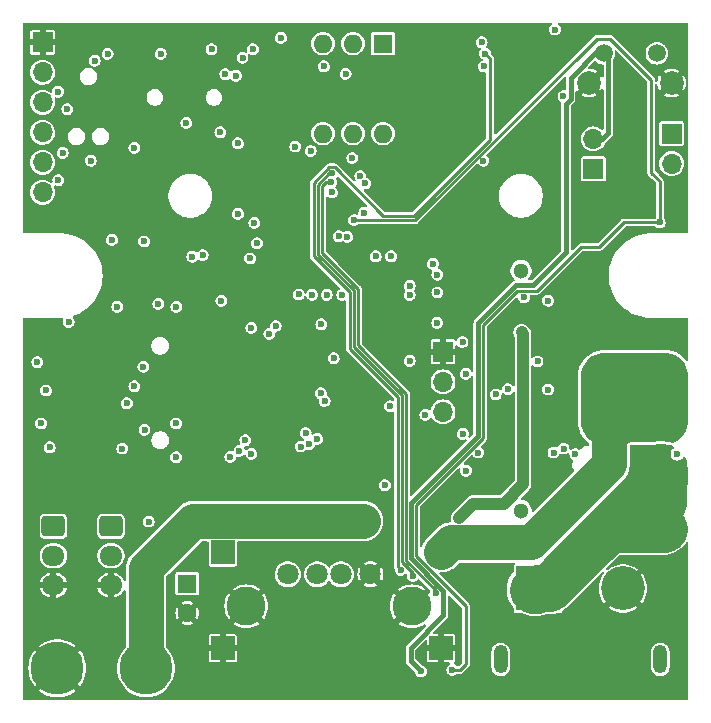
<source format=gbr>
%TF.GenerationSoftware,KiCad,Pcbnew,8.0.3*%
%TF.CreationDate,2024-09-27T14:44:27+02:00*%
%TF.ProjectId,KXKM_ESP32_battery_management_board,4b584b4d-5f45-4535-9033-325f62617474,3.2*%
%TF.SameCoordinates,PX623a7c0PY839b680*%
%TF.FileFunction,Copper,L2,Inr*%
%TF.FilePolarity,Positive*%
%FSLAX46Y46*%
G04 Gerber Fmt 4.6, Leading zero omitted, Abs format (unit mm)*
G04 Created by KiCad (PCBNEW 8.0.3) date 2024-09-27 14:44:27*
%MOMM*%
%LPD*%
G01*
G04 APERTURE LIST*
G04 Aperture macros list*
%AMRoundRect*
0 Rectangle with rounded corners*
0 $1 Rounding radius*
0 $2 $3 $4 $5 $6 $7 $8 $9 X,Y pos of 4 corners*
0 Add a 4 corners polygon primitive as box body*
4,1,4,$2,$3,$4,$5,$6,$7,$8,$9,$2,$3,0*
0 Add four circle primitives for the rounded corners*
1,1,$1+$1,$2,$3*
1,1,$1+$1,$4,$5*
1,1,$1+$1,$6,$7*
1,1,$1+$1,$8,$9*
0 Add four rect primitives between the rounded corners*
20,1,$1+$1,$2,$3,$4,$5,0*
20,1,$1+$1,$4,$5,$6,$7,0*
20,1,$1+$1,$6,$7,$8,$9,0*
20,1,$1+$1,$8,$9,$2,$3,0*%
G04 Aperture macros list end*
%TA.AperFunction,ComponentPad*%
%ADD10C,1.300000*%
%TD*%
%TA.AperFunction,ComponentPad*%
%ADD11C,2.000000*%
%TD*%
%TA.AperFunction,ComponentPad*%
%ADD12C,1.500000*%
%TD*%
%TA.AperFunction,ComponentPad*%
%ADD13C,4.500880*%
%TD*%
%TA.AperFunction,ComponentPad*%
%ADD14C,1.800000*%
%TD*%
%TA.AperFunction,ComponentPad*%
%ADD15C,3.300000*%
%TD*%
%TA.AperFunction,ComponentPad*%
%ADD16R,1.700000X1.700000*%
%TD*%
%TA.AperFunction,ComponentPad*%
%ADD17O,1.700000X1.700000*%
%TD*%
%TA.AperFunction,ComponentPad*%
%ADD18R,2.000000X2.000000*%
%TD*%
%TA.AperFunction,ComponentPad*%
%ADD19RoundRect,0.250000X-0.725000X0.600000X-0.725000X-0.600000X0.725000X-0.600000X0.725000X0.600000X0*%
%TD*%
%TA.AperFunction,ComponentPad*%
%ADD20O,1.950000X1.700000*%
%TD*%
%TA.AperFunction,ComponentPad*%
%ADD21R,1.600000X1.600000*%
%TD*%
%TA.AperFunction,ComponentPad*%
%ADD22O,1.600000X1.600000*%
%TD*%
%TA.AperFunction,ComponentPad*%
%ADD23R,3.716000X3.716000*%
%TD*%
%TA.AperFunction,ComponentPad*%
%ADD24C,3.716000*%
%TD*%
%TA.AperFunction,ComponentPad*%
%ADD25O,1.200000X2.400000*%
%TD*%
%TA.AperFunction,ComponentPad*%
%ADD26C,1.600000*%
%TD*%
%TA.AperFunction,ViaPad*%
%ADD27C,0.600000*%
%TD*%
%TA.AperFunction,Conductor*%
%ADD28C,0.400000*%
%TD*%
%TA.AperFunction,Conductor*%
%ADD29C,0.250000*%
%TD*%
%TA.AperFunction,Conductor*%
%ADD30C,3.000000*%
%TD*%
%TA.AperFunction,Conductor*%
%ADD31C,1.000000*%
%TD*%
%TA.AperFunction,Conductor*%
%ADD32C,4.000000*%
%TD*%
G04 APERTURE END LIST*
D10*
%TO.N,*%
%TO.C,J3*%
X42250000Y36410000D03*
X42250000Y16090000D03*
%TD*%
D11*
%TO.N,GND*%
%TO.C,SW3*%
X48000000Y52312500D03*
X55000000Y52312500D03*
D12*
%TO.N,+BATT*%
X53750000Y54812500D03*
%TO.N,Net-(J12-Pin_2)*%
X49250000Y54812500D03*
%TD*%
D13*
%TO.N,GND*%
%TO.C,J16*%
X3000000Y2750000D03*
%TD*%
%TO.N,+VSW*%
%TO.C,J15*%
X10500000Y2750000D03*
%TD*%
D14*
%TO.N,VBUS*%
%TO.C,J9*%
X22500000Y10710000D03*
%TO.N,Net-(J9-D-)*%
X25000000Y10710000D03*
%TO.N,Net-(J9-D+)*%
X27000000Y10710000D03*
%TO.N,GND*%
X29500000Y10710000D03*
D15*
X19000000Y8000000D03*
X33000000Y8000000D03*
%TD*%
D16*
%TO.N,GND*%
%TO.C,J1*%
X1750000Y55750000D03*
D17*
%TO.N,/PROG_RTS*%
X1750000Y53210000D03*
%TO.N,+3V3*%
X1750000Y50670000D03*
%TO.N,Net-(J1-Pin_4)*%
X1750000Y48130000D03*
%TO.N,/ESP32_TXO*%
X1750000Y45590000D03*
%TO.N,/PROG_DTR*%
X1750000Y43050000D03*
%TD*%
D16*
%TO.N,GND*%
%TO.C,J6*%
X35650000Y29550000D03*
D17*
%TO.N,Net-(J6-Pin_2)*%
X35650000Y27010000D03*
%TO.N,Net-(J6-Pin_3)*%
X35650000Y24470000D03*
%TD*%
D18*
%TO.N,GND*%
%TO.C,U5*%
X35500000Y4440000D03*
%TO.N,+VSW*%
X35500000Y12560000D03*
%TO.N,GND*%
X17000000Y4440000D03*
%TO.N,VBUS*%
X17000000Y12560000D03*
%TD*%
D19*
%TO.N,VBUS*%
%TO.C,J8*%
X7536000Y14770000D03*
D20*
%TO.N,/LED_DATA_OUT_2*%
X7536000Y12270000D03*
%TO.N,GND*%
X7536000Y9770000D03*
%TD*%
D19*
%TO.N,VBUS*%
%TO.C,J7*%
X2664000Y14770000D03*
D20*
%TO.N,/LED_DATA_OUT_1*%
X2664000Y12270000D03*
%TO.N,GND*%
X2664000Y9770000D03*
%TD*%
D16*
%TO.N,+BATT*%
%TO.C,J5*%
X55013400Y48012800D03*
D17*
%TO.N,Net-(J5-Pin_2)*%
X55013400Y45472800D03*
%TD*%
D21*
%TO.N,Net-(R34-Pad2)*%
%TO.C,SW2*%
X30560000Y55640000D03*
D22*
%TO.N,Net-(R36-Pad2)*%
X28020000Y55640000D03*
%TO.N,Net-(R38-Pad2)*%
X25480000Y55640000D03*
%TO.N,+3V3*%
X25480000Y48020000D03*
X28020000Y48020000D03*
X30560000Y48020000D03*
%TD*%
D23*
%TO.N,+BATT_RAW*%
%TO.C,J10*%
X43691800Y9504550D03*
D24*
%TO.N,GND*%
X50891800Y9504550D03*
D25*
%TO.N,N/C*%
X40541800Y3504550D03*
X54041800Y3504550D03*
%TD*%
D21*
%TO.N,VBUS*%
%TO.C,C13*%
X13992400Y9919112D03*
D26*
%TO.N,GND*%
X13992400Y7419112D03*
%TD*%
D16*
%TO.N,+BATT*%
%TO.C,J12*%
X48384000Y45031000D03*
D17*
%TO.N,Net-(J12-Pin_2)*%
X48384000Y47571000D03*
%TD*%
D27*
%TO.N,GND*%
X26235200Y8942600D03*
X7050000Y43200000D03*
X14750000Y22500000D03*
X34160000Y19128000D03*
X4050000Y24500000D03*
X9400000Y19575000D03*
X21688600Y12828800D03*
X23000000Y31500000D03*
X41170400Y23776200D03*
X27911600Y45010600D03*
X20250000Y31500000D03*
X9522000Y15826000D03*
X42200000Y38600000D03*
X13575000Y50325000D03*
X14750000Y31500000D03*
X14983000Y54307000D03*
X33400000Y56300000D03*
X19825000Y43750000D03*
X17000000Y31500000D03*
X14750000Y26750000D03*
%TO.N,/ESP32_EN*%
X13050000Y20625000D03*
X13050000Y23475000D03*
X9525000Y26625000D03*
X10334800Y38889200D03*
X2050000Y26275000D03*
X1625000Y23475000D03*
X31250000Y37624999D03*
%TO.N,+3V3*%
X18274979Y41225000D03*
X45850000Y51175000D03*
X45125000Y56825000D03*
X42300000Y31200000D03*
X3045000Y51570000D03*
X10725000Y15175000D03*
X38925000Y55750000D03*
X26250000Y43050000D03*
X18285000Y47195000D03*
X8875000Y25200000D03*
X9522000Y46814000D03*
X3451400Y46382200D03*
%TO.N,+BATT*%
X39075000Y45725000D03*
X39100000Y53700000D03*
%TO.N,/Battery monitoring/3.3V_EN*%
X26253700Y44641450D03*
X33086482Y10561482D03*
%TO.N,/Battery monitoring/EN_PUSH_BUTTON*%
X26177317Y43895850D03*
X35040819Y9102119D03*
%TO.N,/PROG_RTS*%
X8075501Y33352000D03*
X6150000Y54200000D03*
%TO.N,/Battery monitoring/STM32_RST*%
X3846900Y50090600D03*
X5825000Y45725000D03*
%TO.N,/ESP32_TXO*%
X28650000Y44425000D03*
X14425000Y37600000D03*
X3075000Y44075000D03*
X7625000Y39025000D03*
%TO.N,/PROG_DTR*%
X3959400Y32082000D03*
%TO.N,/ADC_IN*%
X18412000Y21160000D03*
X38624554Y21016500D03*
%TO.N,/LED_DATA_1*%
X11554000Y33606000D03*
X44550000Y33875000D03*
X10284000Y28272000D03*
%TO.N,/SPI_CS*%
X37300000Y30375000D03*
X25350000Y31875000D03*
%TO.N,/SPI_SCK*%
X25016000Y22176000D03*
X37325000Y22600000D03*
%TO.N,/SPI_MISO*%
X25625000Y25375000D03*
X40105826Y25932974D03*
%TO.N,/SPI_MOSI*%
X37575000Y27675000D03*
X25298030Y26049987D03*
%TO.N,/I2C_SDA*%
X45005588Y21015534D03*
X19428000Y20906000D03*
%TO.N,/I2C_SCL*%
X18920000Y22063878D03*
X45854122Y21353078D03*
%TO.N,/DMX_DI*%
X35175000Y36075000D03*
X24575000Y34374999D03*
%TO.N,/DMX_RO*%
X35175000Y32000000D03*
X34806181Y37000010D03*
X23425000Y34400000D03*
%TO.N,/DMX_DE*%
X35176000Y34571200D03*
X25800000Y34375000D03*
%TO.N,/LED_DATA_2*%
X13078000Y33352000D03*
X10375500Y22938000D03*
X42500000Y34150000D03*
X2350000Y21450000D03*
%TO.N,/Power/EN*%
X39214600Y54789600D03*
X32064295Y11088695D03*
%TO.N,Net-(D5-K)*%
X7250000Y54775000D03*
X19682000Y40464000D03*
X11750000Y54775000D03*
%TO.N,/LED_DATA_OUT_1*%
X8506000Y21350501D03*
%TO.N,/Battery monitoring/BATT_TYPE_1*%
X27970001Y45950000D03*
X16800000Y48125000D03*
%TO.N,/Battery monitoring/BATT_TYPE_2*%
X13925000Y48925000D03*
X24450000Y46550000D03*
%TO.N,/ESP32_BOOT*%
X26400000Y29000000D03*
X27125000Y34375000D03*
X1300000Y28675000D03*
%TO.N,/Battery monitoring/MAIN_OUT_EN*%
X34160000Y24208000D03*
X28986363Y41313863D03*
%TO.N,/ESP32_RXI*%
X29066026Y43800961D03*
X15301265Y37734589D03*
%TO.N,/Battery monitoring/LOAD_I_SENSE*%
X30731000Y18249500D03*
X29950000Y37625000D03*
X55470600Y20880600D03*
%TO.N,/I2S_DATA*%
X23601500Y21523500D03*
X44550000Y26350000D03*
%TO.N,/I2S_BCK*%
X43650000Y28725000D03*
X24284456Y21724478D03*
%TO.N,/I2S_LRCK*%
X24009769Y22674231D03*
X41125269Y26386731D03*
%TO.N,Net-(J12-Pin_2)*%
X33779000Y2491000D03*
%TO.N,+VSW*%
X37639800Y12981200D03*
X54734000Y25833600D03*
X10512600Y8342934D03*
X10512600Y9851467D03*
X27040600Y15673600D03*
X50466800Y26824200D03*
X15999000Y15495800D03*
X27040439Y14700000D03*
X14510001Y15495800D03*
X25980879Y14700000D03*
X53870400Y26748000D03*
X10512600Y6834400D03*
X55236000Y24817600D03*
X10512600Y11360000D03*
X41068800Y12981200D03*
X52168600Y26849600D03*
X25980879Y15673600D03*
X49162500Y26330840D03*
X39354300Y12955800D03*
X17573800Y15495800D03*
X28100321Y15673600D03*
X28100000Y14700000D03*
%TO.N,Net-(D10-A)*%
X27400000Y53075000D03*
X27558106Y39278707D03*
X18675000Y54450000D03*
%TO.N,Net-(D6-K)*%
X17225000Y53050000D03*
X19326400Y37449502D03*
%TO.N,Net-(D10-K)*%
X19900000Y38750000D03*
X21925000Y56125000D03*
X26810066Y39325499D03*
X16050000Y55175000D03*
X19550000Y55175000D03*
%TO.N,Net-(J6-Pin_2)*%
X32828564Y34374968D03*
X32825000Y28775000D03*
%TO.N,Net-(J6-Pin_3)*%
X31175000Y24925000D03*
X32829064Y35124470D03*
%TO.N,+BATT_RAW*%
X46532533Y11275000D03*
X55369000Y14581400D03*
X46148800Y12087500D03*
X46916266Y12087500D03*
X51940000Y20499600D03*
X53921200Y20499600D03*
X52905200Y20499600D03*
X47299999Y11300000D03*
X54378400Y14581400D03*
X53387800Y14581400D03*
%TO.N,/Battery monitoring/AUTOBOOT_SENSE*%
X28115506Y40700500D03*
X54000000Y40500000D03*
X36446000Y2618000D03*
%TO.N,Net-(R34-Pad2)*%
X23150000Y46925000D03*
X25567587Y53707413D03*
%TO.N,/DIP_SWITCH*%
X17650000Y20652000D03*
X18106692Y52921293D03*
%TO.N,Net-(Q6-D)*%
X46849878Y20865322D03*
X37590262Y19475478D03*
%TO.N,/SD_CS*%
X16888000Y33860000D03*
%TO.N,/SD_DI*%
X19428000Y31574000D03*
%TO.N,/SD_SCK*%
X20952000Y31066000D03*
%TO.N,/SD_DO*%
X21476500Y31724744D03*
%TO.N,+3V3*%
X37000000Y15500000D03*
%TD*%
D28*
%TO.N,Net-(J12-Pin_2)*%
X33779000Y2491000D02*
X32900000Y3370000D01*
X46072600Y50549071D02*
X46450000Y50926471D01*
X35658600Y9332160D02*
X32940800Y12049960D01*
X35658600Y7240800D02*
X35658600Y9332160D01*
X32940800Y16730875D02*
X38625000Y22415075D01*
X32900000Y4482200D02*
X35658600Y7240800D01*
X32900000Y3370000D02*
X32900000Y4482200D01*
X46450000Y50926471D02*
X46450000Y52756610D01*
X38625000Y22415075D02*
X38625000Y31972056D01*
X43300000Y35200000D02*
X46072600Y37972600D01*
X38625000Y31972056D02*
X41852944Y35200000D01*
X32940800Y12049960D02*
X32940800Y16730875D01*
X41852944Y35200000D02*
X43300000Y35200000D01*
X46072600Y37972600D02*
X46072600Y50549071D01*
X46450000Y52756610D02*
X48814095Y55120705D01*
D29*
%TO.N,/Battery monitoring/AUTOBOOT_SENSE*%
X54000000Y40500000D02*
X50960000Y40500000D01*
X47332000Y38432000D02*
X43600000Y34700000D01*
X48892000Y38432000D02*
X47332000Y38432000D01*
X41953984Y34700000D02*
X39050000Y31796016D01*
X37600000Y7991800D02*
X37600000Y3100000D01*
X39050000Y31796016D02*
X39050000Y22239035D01*
X39050000Y22239035D02*
X33365800Y16554835D01*
X37118000Y2618000D02*
X36446000Y2618000D01*
X33365800Y16554835D02*
X33365800Y12226000D01*
X43600000Y34700000D02*
X41953984Y34700000D01*
X50960000Y40500000D02*
X48892000Y38432000D01*
X33365800Y12226000D02*
X37600000Y7991800D01*
X37600000Y3100000D02*
X37118000Y2618000D01*
D30*
%TO.N,+VSW*%
X35500000Y12560000D02*
X36340000Y13400000D01*
X36340000Y13400000D02*
X43100000Y13400000D01*
X43100000Y13400000D02*
X49704800Y20004800D01*
X49704800Y20004800D02*
X49704800Y26062200D01*
X49704800Y26062200D02*
X50466800Y26824200D01*
D29*
%TO.N,/Battery monitoring/3.3V_EN*%
X25061200Y37764174D02*
X25061200Y43696439D01*
X25061200Y43696439D02*
X26006211Y44641450D01*
X33086482Y10561482D02*
X33086482Y10808264D01*
X32165800Y11728946D02*
X32165800Y25868236D01*
X28083106Y34742268D02*
X25061200Y37764174D01*
X28083106Y29950930D02*
X28083106Y34742268D01*
X26006211Y44641450D02*
X26253700Y44641450D01*
X33086482Y10808264D02*
X32165800Y11728946D01*
X32165800Y25868236D02*
X28083106Y29950930D01*
%TO.N,/Battery monitoring/EN_PUSH_BUTTON*%
X35040819Y9348901D02*
X32515800Y11873920D01*
X28433106Y34887242D02*
X25411200Y37909148D01*
X25411200Y37909148D02*
X25411200Y43551465D01*
X35040819Y9102119D02*
X35040819Y9348901D01*
X32515800Y11873920D02*
X32515800Y26013210D01*
X25755585Y43895850D02*
X26177317Y43895850D01*
X25411200Y43551465D02*
X25755585Y43895850D01*
X32515800Y26013210D02*
X28433106Y30095904D01*
X28433106Y30095904D02*
X28433106Y34887242D01*
%TO.N,/Power/EN*%
X27733106Y34597294D02*
X24711200Y37619200D01*
X33163063Y41050500D02*
X39625000Y47512437D01*
X31815800Y11337190D02*
X31815800Y25723262D01*
X26036237Y45166450D02*
X26471163Y45166450D01*
X39625000Y47512437D02*
X39625000Y54379200D01*
X30587113Y41050500D02*
X33163063Y41050500D01*
X39625000Y54379200D02*
X39214600Y54789600D01*
X27733106Y29805956D02*
X27733106Y34597294D01*
X24711200Y37619200D02*
X24711200Y43841413D01*
X31815800Y25723262D02*
X27733106Y29805956D01*
X24711200Y43841413D02*
X26036237Y45166450D01*
X32064295Y11088695D02*
X31815800Y11337190D01*
X26471163Y45166450D02*
X30587113Y41050500D01*
D28*
%TO.N,Net-(J12-Pin_2)*%
X49240000Y54750000D02*
X49654000Y54336000D01*
X49654000Y54336000D02*
X49654000Y48079000D01*
X49654000Y48079000D02*
X49146000Y47571000D01*
D30*
%TO.N,+VSW*%
X54734000Y25833600D02*
X53743400Y26824200D01*
X14500000Y15200000D02*
X28900000Y15200000D01*
D31*
X54734000Y25884400D02*
X53870400Y26748000D01*
D30*
X10500000Y2750000D02*
X10500000Y11200000D01*
X53743400Y26824200D02*
X50466800Y26824200D01*
X10500000Y11200000D02*
X14500000Y15200000D01*
D32*
%TO.N,+BATT_RAW*%
X43691800Y9504550D02*
X44604550Y9504550D01*
X44604550Y9504550D02*
X49681400Y14581400D01*
X49681400Y14581400D02*
X54353000Y14581400D01*
X43597250Y9410000D02*
X43240000Y9410000D01*
D29*
%TO.N,/Battery monitoring/AUTOBOOT_SENSE*%
X33308037Y40700500D02*
X28115506Y40700500D01*
X53286200Y44705800D02*
X53286200Y52579800D01*
X54000000Y43992000D02*
X53286200Y44705800D01*
X53286200Y52579800D02*
X49806400Y56059600D01*
X48667137Y56059600D02*
X33308037Y40700500D01*
X54000000Y40500000D02*
X54000000Y43992000D01*
X49806400Y56059600D02*
X48667137Y56059600D01*
D31*
%TO.N,+3V3*%
X42425000Y31075000D02*
X42300000Y31200000D01*
X40805851Y16700000D02*
X42425000Y18319149D01*
X38200000Y16700000D02*
X40805851Y16700000D01*
X42425000Y18319149D02*
X42425000Y31075000D01*
X37000000Y15500000D02*
X38200000Y16700000D01*
%TD*%
%TA.AperFunction,Conductor*%
%TO.N,+BATT_RAW*%
G36*
X54344788Y21700296D02*
G01*
X54411814Y21696091D01*
X54619564Y21683054D01*
X54637596Y21680605D01*
X54902549Y21624882D01*
X54920041Y21619859D01*
X55117530Y21547342D01*
X55174582Y21505085D01*
X55199731Y21438692D01*
X55184992Y21369242D01*
X55150803Y21329102D01*
X55077978Y21273222D01*
X54989737Y21158225D01*
X54934270Y21024310D01*
X54915350Y20880601D01*
X54915350Y20880600D01*
X54934270Y20736891D01*
X54989737Y20602976D01*
X55077978Y20487979D01*
X55192975Y20399738D01*
X55277421Y20364761D01*
X55326891Y20344270D01*
X55470600Y20325350D01*
X55614309Y20344270D01*
X55711340Y20384461D01*
X55748224Y20399738D01*
X55863218Y20487977D01*
X55863217Y20487977D01*
X55863221Y20487979D01*
X55943351Y20592407D01*
X56000686Y20634271D01*
X56071557Y20638493D01*
X56133460Y20603729D01*
X56154139Y20575642D01*
X56178524Y20530556D01*
X56186007Y20513956D01*
X56279136Y20259739D01*
X56284147Y20242236D01*
X56339667Y19977259D01*
X56342104Y19959217D01*
X56359140Y19684426D01*
X56359374Y19675319D01*
X56329285Y16780733D01*
X56328879Y16771845D01*
X56307114Y16503801D01*
X56304427Y16486221D01*
X56246126Y16228275D01*
X56240991Y16211249D01*
X56146955Y15964079D01*
X56139474Y15947945D01*
X56011573Y15716473D01*
X56001896Y15701554D01*
X55842687Y15490401D01*
X55831004Y15476992D01*
X55643650Y15290356D01*
X55630197Y15278725D01*
X55418425Y15120319D01*
X55403468Y15110699D01*
X55171511Y14983690D01*
X55155348Y14976271D01*
X54907825Y14883187D01*
X54890780Y14878117D01*
X54632605Y14820805D01*
X54615015Y14818186D01*
X54346893Y14797449D01*
X54338003Y14797077D01*
X53974001Y14794691D01*
X53635410Y14792470D01*
X48561800Y14759200D01*
X48043021Y13564261D01*
X48043019Y13564256D01*
X47944270Y13336800D01*
X46593618Y10225750D01*
X46589826Y10217791D01*
X46466880Y9981389D01*
X46457676Y9966362D01*
X46305515Y9753018D01*
X46294304Y9739422D01*
X46275171Y9719272D01*
X46213761Y9683646D01*
X46142838Y9686876D01*
X46084920Y9727938D01*
X46058396Y9793794D01*
X46057800Y9806032D01*
X46057800Y11411136D01*
X46057799Y11411148D01*
X46051294Y11471644D01*
X46000244Y11608515D01*
X46000244Y11608516D01*
X45912704Y11725455D01*
X45795765Y11812995D01*
X45658893Y11864045D01*
X45598397Y11870550D01*
X44350322Y11870550D01*
X44282201Y11890552D01*
X44235708Y11944208D01*
X44225604Y12014482D01*
X44255098Y12079062D01*
X44261227Y12085645D01*
X51023710Y18848129D01*
X51023720Y18848139D01*
X51128148Y18984233D01*
X51163411Y19030188D01*
X51183427Y19064858D01*
X51220777Y19129549D01*
X51220777Y19129550D01*
X51278145Y19228912D01*
X51365958Y19440914D01*
X51425349Y19662561D01*
X51455300Y19890066D01*
X51455300Y20119534D01*
X51455300Y21547975D01*
X51475302Y21616096D01*
X51528958Y21662589D01*
X51580079Y21673968D01*
X53012252Y21687777D01*
X54335682Y21700537D01*
X54344788Y21700296D01*
G37*
%TD.AperFunction*%
%TD*%
%TA.AperFunction,Conductor*%
%TO.N,+VSW*%
G36*
X51904127Y29467031D02*
G01*
X54412928Y29465969D01*
X54417849Y29465966D01*
X54426872Y29465639D01*
X54699162Y29445965D01*
X54717018Y29443379D01*
X54979295Y29385958D01*
X54996604Y29380844D01*
X55247964Y29286534D01*
X55264370Y29278997D01*
X55499672Y29149730D01*
X55514832Y29139926D01*
X55729252Y28978352D01*
X55742852Y28966484D01*
X55931967Y28775935D01*
X55943734Y28762243D01*
X56103679Y28546618D01*
X56113369Y28531385D01*
X56238581Y28299329D01*
X56240858Y28295110D01*
X56248270Y28278648D01*
X56338278Y28033136D01*
X56340681Y28026583D01*
X56345665Y28009230D01*
X56401102Y27746546D01*
X56403555Y27728659D01*
X56421172Y27456233D01*
X56421432Y27447204D01*
X56394674Y23691396D01*
X56394296Y23682506D01*
X56373404Y23414375D01*
X56370774Y23396784D01*
X56313304Y23138619D01*
X56308224Y23121575D01*
X56214975Y22874072D01*
X56207545Y22857911D01*
X56080376Y22626008D01*
X56070745Y22611056D01*
X55912187Y22399365D01*
X55900547Y22385918D01*
X55713762Y22198661D01*
X55700343Y22186986D01*
X55489057Y22027900D01*
X55474129Y22018231D01*
X55242536Y21890474D01*
X55226394Y21883004D01*
X55131853Y21847114D01*
X55061068Y21841637D01*
X55043707Y21846631D01*
X55008097Y21859706D01*
X54990581Y21865428D01*
X54989486Y21865743D01*
X54973068Y21870457D01*
X54973056Y21870460D01*
X54973049Y21870462D01*
X54955148Y21874909D01*
X54690178Y21930636D01*
X54671982Y21933781D01*
X54653942Y21936231D01*
X54642984Y21937317D01*
X54635566Y21938052D01*
X54569113Y21942223D01*
X54433553Y21950730D01*
X54433548Y21950730D01*
X54427812Y21951090D01*
X54402330Y21952689D01*
X54360789Y21955295D01*
X54351530Y21955708D01*
X54342466Y21955948D01*
X54338342Y21955983D01*
X54333219Y21956025D01*
X54333205Y21956025D01*
X54333189Y21956025D01*
X53009789Y21943265D01*
X51577615Y21929456D01*
X51577602Y21929456D01*
X51524565Y21923365D01*
X51473439Y21911984D01*
X51448277Y21905016D01*
X51448271Y21905014D01*
X51361642Y21855684D01*
X51361632Y21855677D01*
X51307995Y21809200D01*
X51307978Y21809184D01*
X51276360Y21776417D01*
X51276357Y21776412D01*
X51255934Y21737369D01*
X51206636Y21686279D01*
X51145502Y21669779D01*
X49342570Y21652395D01*
X49333527Y21652634D01*
X49162311Y21663347D01*
X49059413Y21669786D01*
X49041416Y21672224D01*
X48777104Y21727665D01*
X48759644Y21732664D01*
X48506036Y21825531D01*
X48489476Y21832989D01*
X48251857Y21961351D01*
X48236542Y21971112D01*
X48128195Y22051706D01*
X48019844Y22132303D01*
X48006098Y22144157D01*
X47814818Y22334834D01*
X47802916Y22348547D01*
X47770209Y22392228D01*
X47641043Y22564734D01*
X47631236Y22580016D01*
X47502125Y22817229D01*
X47494615Y22833764D01*
X47463068Y22919075D01*
X47400945Y23087078D01*
X47395894Y23104509D01*
X47339617Y23368655D01*
X47337122Y23386644D01*
X47319104Y23660698D01*
X47318836Y23669766D01*
X47343515Y27476612D01*
X47343888Y27485514D01*
X47364886Y27755537D01*
X47367540Y27773243D01*
X47425618Y28033136D01*
X47430756Y28050292D01*
X47525093Y28299329D01*
X47532608Y28315576D01*
X47661303Y28548734D01*
X47671036Y28563738D01*
X47831492Y28776301D01*
X47843265Y28789785D01*
X48032220Y28977440D01*
X48045783Y28989119D01*
X48259455Y29148107D01*
X48274521Y29157732D01*
X48508566Y29284818D01*
X48524853Y29292215D01*
X48774557Y29384838D01*
X48791731Y29389852D01*
X49052039Y29446138D01*
X49069746Y29448666D01*
X49339893Y29467798D01*
X49348801Y29468112D01*
X51904127Y29467031D01*
G37*
%TD.AperFunction*%
%TD*%
%TA.AperFunction,Conductor*%
%TO.N,GND*%
G36*
X44853114Y57405593D02*
G01*
X44889078Y57356093D01*
X44889078Y57294907D01*
X44853114Y57245407D01*
X44848447Y57242216D01*
X44793872Y57207143D01*
X44699622Y57098372D01*
X44639834Y56967457D01*
X44619353Y56825003D01*
X44619353Y56824998D01*
X44639834Y56682544D01*
X44684403Y56584954D01*
X44699623Y56551627D01*
X44779236Y56459748D01*
X44793873Y56442856D01*
X44914942Y56365050D01*
X44914947Y56365047D01*
X45021403Y56333789D01*
X45053035Y56324501D01*
X45053036Y56324501D01*
X45053039Y56324500D01*
X45053041Y56324500D01*
X45196959Y56324500D01*
X45196961Y56324500D01*
X45335053Y56365047D01*
X45456128Y56442857D01*
X45550377Y56551627D01*
X45610165Y56682543D01*
X45619029Y56744194D01*
X45630647Y56824998D01*
X45630647Y56825003D01*
X45610165Y56967457D01*
X45550377Y57098372D01*
X45550377Y57098373D01*
X45456128Y57207143D01*
X45401552Y57242217D01*
X45362822Y57289582D01*
X45359329Y57350668D01*
X45392409Y57402140D01*
X45449425Y57424339D01*
X45455077Y57424500D01*
X56325500Y57424500D01*
X56383691Y57405593D01*
X56419655Y57356093D01*
X56424500Y57325500D01*
X56424500Y39674500D01*
X56405593Y39616309D01*
X56356093Y39580345D01*
X56325500Y39575500D01*
X53068669Y39575500D01*
X52707877Y39538812D01*
X52707867Y39538810D01*
X52352640Y39465809D01*
X52006620Y39357245D01*
X52006611Y39357241D01*
X51823613Y39278710D01*
X51757876Y39250500D01*
X51673338Y39214222D01*
X51673336Y39214222D01*
X51356274Y39038237D01*
X51356256Y39038226D01*
X51058604Y38831054D01*
X50783436Y38594830D01*
X50533574Y38331975D01*
X50311582Y38045185D01*
X50119757Y37737430D01*
X49960043Y37411831D01*
X49960042Y37411830D01*
X49834094Y37071760D01*
X49834092Y37071755D01*
X49743190Y36720669D01*
X49743188Y36720660D01*
X49688272Y36362192D01*
X49669905Y36000000D01*
X49688272Y35637809D01*
X49743188Y35279341D01*
X49743190Y35279332D01*
X49834092Y34928246D01*
X49834094Y34928241D01*
X49960042Y34588171D01*
X49960043Y34588170D01*
X50119757Y34262571D01*
X50311582Y33954816D01*
X50311585Y33954811D01*
X50311589Y33954806D01*
X50533574Y33668025D01*
X50783433Y33405173D01*
X51058602Y33168948D01*
X51188367Y33078629D01*
X51356256Y32961775D01*
X51356274Y32961764D01*
X51673337Y32785779D01*
X51673341Y32785778D01*
X51673347Y32785774D01*
X52006614Y32642758D01*
X52006619Y32642757D01*
X52006620Y32642756D01*
X52325309Y32542767D01*
X52352640Y32534192D01*
X52707874Y32461189D01*
X52911899Y32440442D01*
X53068669Y32424500D01*
X53068671Y32424500D01*
X53234982Y32424500D01*
X56325500Y32424500D01*
X56383691Y32405593D01*
X56419655Y32356093D01*
X56424500Y32325500D01*
X56424500Y28842612D01*
X56405593Y28784421D01*
X56356093Y28748457D01*
X56294907Y28748457D01*
X56245987Y28783631D01*
X56220896Y28817457D01*
X56148941Y28914461D01*
X56137507Y28928773D01*
X56125740Y28942465D01*
X56120283Y28948373D01*
X56113315Y28955917D01*
X55924199Y29146467D01*
X55910855Y29158981D01*
X55910851Y29158985D01*
X55910843Y29158992D01*
X55897243Y29170860D01*
X55897237Y29170865D01*
X55897230Y29170871D01*
X55883010Y29182409D01*
X55668601Y29343974D01*
X55653593Y29354461D01*
X55653579Y29354471D01*
X55638419Y29364275D01*
X55632330Y29367910D01*
X55622704Y29373657D01*
X55387381Y29502936D01*
X55371041Y29511164D01*
X55371040Y29511165D01*
X55371031Y29511169D01*
X55354625Y29518706D01*
X55339895Y29524843D01*
X55337714Y29525752D01*
X55123568Y29606099D01*
X55086358Y29620060D01*
X55073431Y29624389D01*
X55068988Y29625877D01*
X55051699Y29630985D01*
X55033920Y29635551D01*
X54771672Y29692966D01*
X54753645Y29696240D01*
X54753642Y29696241D01*
X54753639Y29696241D01*
X54749291Y29696871D01*
X54735772Y29698829D01*
X54717587Y29700801D01*
X54445251Y29720478D01*
X54436136Y29720971D01*
X54427093Y29721299D01*
X54418016Y29721466D01*
X54416900Y29721467D01*
X54413084Y29721469D01*
X54413046Y29721469D01*
X54413036Y29721469D01*
X51904235Y29722531D01*
X49348909Y29723612D01*
X49348908Y29723612D01*
X49348901Y29723612D01*
X49339772Y29723453D01*
X49330897Y29723140D01*
X49321889Y29722663D01*
X49321854Y29722661D01*
X49321844Y29722660D01*
X49051697Y29703528D01*
X49033635Y29701601D01*
X49033628Y29701601D01*
X49033609Y29701598D01*
X49015951Y29699078D01*
X49000128Y29696241D01*
X48998041Y29695867D01*
X48998038Y29695867D01*
X48998036Y29695866D01*
X48737714Y29639578D01*
X48720136Y29635117D01*
X48702956Y29630101D01*
X48685693Y29624388D01*
X48436002Y29531769D01*
X48419189Y29524843D01*
X48402927Y29517457D01*
X48386634Y29509347D01*
X48152605Y29382270D01*
X48136967Y29373044D01*
X48121897Y29363417D01*
X48106938Y29353092D01*
X47893261Y29194100D01*
X47879065Y29182732D01*
X47865498Y29171049D01*
X47852188Y29158738D01*
X47663212Y28971062D01*
X47650804Y28957831D01*
X47639016Y28944330D01*
X47627579Y28930250D01*
X47467107Y28717665D01*
X47456692Y28702796D01*
X47446948Y28687774D01*
X47437616Y28672203D01*
X47308924Y28439051D01*
X47300708Y28422830D01*
X47293204Y28406606D01*
X47286154Y28389822D01*
X47191829Y28140817D01*
X47185998Y28123598D01*
X47180853Y28106417D01*
X47176269Y28088867D01*
X47118187Y27828954D01*
X47114866Y27811139D01*
X47114863Y27811117D01*
X47113093Y27799305D01*
X47112207Y27793395D01*
X47110155Y27775354D01*
X47089157Y27505339D01*
X47088611Y27496193D01*
X47088238Y27487309D01*
X47088020Y27478278D01*
X47063340Y23671403D01*
X47063447Y23662238D01*
X47063716Y23653130D01*
X47064151Y23643968D01*
X47082172Y23369884D01*
X47084048Y23351518D01*
X47086536Y23333578D01*
X47086539Y23333560D01*
X47086540Y23333554D01*
X47086718Y23332543D01*
X47089727Y23315408D01*
X47146005Y23051257D01*
X47150486Y23033407D01*
X47155541Y23015964D01*
X47161305Y22998462D01*
X47222865Y22831981D01*
X47222870Y22831966D01*
X47222871Y22831966D01*
X47223427Y22830462D01*
X47223428Y22830459D01*
X47244432Y22773658D01*
X47254982Y22745130D01*
X47261983Y22728109D01*
X47269489Y22711583D01*
X47277718Y22695072D01*
X47406823Y22457871D01*
X47416193Y22442042D01*
X47426018Y22426732D01*
X47436526Y22411589D01*
X47556069Y22251936D01*
X47556071Y22251932D01*
X47598394Y22195408D01*
X47607249Y22184431D01*
X47609959Y22181072D01*
X47621861Y22167359D01*
X47634438Y22153883D01*
X47825718Y21963206D01*
X47834553Y21955013D01*
X47839233Y21950673D01*
X47852995Y21938805D01*
X47867347Y21927304D01*
X47867352Y21927300D01*
X47890671Y21909954D01*
X47956867Y21860714D01*
X47956874Y21860707D01*
X47964378Y21855126D01*
X47970894Y21845944D01*
X47980153Y21836195D01*
X47980155Y21836192D01*
X47978566Y21835134D01*
X47999789Y21805229D01*
X48004300Y21775686D01*
X48004300Y21703490D01*
X47985393Y21645299D01*
X47935893Y21609335D01*
X47885723Y21607901D01*
X47885658Y21607331D01*
X47881697Y21607786D01*
X47880136Y21607741D01*
X47878623Y21608139D01*
X47781593Y21605370D01*
X47778974Y21605295D01*
X47778973Y21605295D01*
X47778964Y21605294D01*
X47709776Y21589468D01*
X47709756Y21589462D01*
X47641902Y21563325D01*
X47641895Y21563321D01*
X47609816Y21545357D01*
X47594203Y21535865D01*
X47579164Y21525969D01*
X47564241Y21515365D01*
X47351564Y21352482D01*
X47337463Y21340859D01*
X47323985Y21328916D01*
X47310754Y21316316D01*
X47275767Y21280530D01*
X47221567Y21252140D01*
X47161031Y21261029D01*
X47151456Y21266456D01*
X47059935Y21325273D01*
X47059932Y21325275D01*
X47059931Y21325275D01*
X47047531Y21328916D01*
X46921842Y21365822D01*
X46921839Y21365822D01*
X46777917Y21365822D01*
X46777913Y21365822D01*
X46639827Y21325276D01*
X46639820Y21325273D01*
X46512793Y21243637D01*
X46511763Y21245240D01*
X46464017Y21225073D01*
X46404424Y21238942D01*
X46364365Y21285191D01*
X46357572Y21337801D01*
X46359769Y21353078D01*
X46357918Y21365951D01*
X46339287Y21495535D01*
X46329925Y21516034D01*
X46279499Y21626451D01*
X46185250Y21735221D01*
X46185249Y21735222D01*
X46185248Y21735223D01*
X46064179Y21813029D01*
X46064176Y21813031D01*
X46064175Y21813031D01*
X46062738Y21813453D01*
X45926086Y21853578D01*
X45926083Y21853578D01*
X45782161Y21853578D01*
X45782157Y21853578D01*
X45644071Y21813032D01*
X45644064Y21813029D01*
X45522995Y21735223D01*
X45428744Y21626450D01*
X45374552Y21507789D01*
X45333180Y21462712D01*
X45273213Y21450561D01*
X45230976Y21465632D01*
X45215641Y21475487D01*
X45215638Y21475488D01*
X45077552Y21516034D01*
X45077549Y21516034D01*
X44933627Y21516034D01*
X44933623Y21516034D01*
X44795537Y21475488D01*
X44795530Y21475485D01*
X44674461Y21397679D01*
X44580210Y21288906D01*
X44520422Y21157991D01*
X44499941Y21015537D01*
X44499941Y21015532D01*
X44520422Y20873078D01*
X44579769Y20743129D01*
X44580211Y20742161D01*
X44658337Y20651998D01*
X44674461Y20633390D01*
X44696921Y20618956D01*
X44795535Y20555581D01*
X44901991Y20524323D01*
X44933623Y20515035D01*
X44933624Y20515035D01*
X44933627Y20515034D01*
X44933629Y20515034D01*
X45077547Y20515034D01*
X45077549Y20515034D01*
X45215641Y20555581D01*
X45336716Y20633391D01*
X45430965Y20742161D01*
X45485158Y20860827D01*
X45526527Y20905901D01*
X45586494Y20918052D01*
X45628732Y20902981D01*
X45644064Y20893128D01*
X45644069Y20893125D01*
X45738765Y20865320D01*
X45782157Y20852579D01*
X45782158Y20852579D01*
X45782161Y20852578D01*
X45782163Y20852578D01*
X45926081Y20852578D01*
X45926083Y20852578D01*
X46064175Y20893125D01*
X46136701Y20939735D01*
X46191207Y20974763D01*
X46192239Y20973157D01*
X46239954Y20993326D01*
X46299551Y20979473D01*
X46339623Y20933236D01*
X46346428Y20880602D01*
X46344231Y20865320D01*
X46364712Y20722866D01*
X46409407Y20625000D01*
X46424501Y20591949D01*
X46490310Y20516001D01*
X46518751Y20483178D01*
X46628404Y20412709D01*
X46667135Y20365343D01*
X46670629Y20304258D01*
X46668056Y20295967D01*
X46665258Y20288175D01*
X46665248Y20288149D01*
X46661496Y20277705D01*
X46658555Y20269029D01*
X46655812Y20260437D01*
X46653190Y20251686D01*
X46585267Y20009353D01*
X46585265Y20009345D01*
X46577084Y19966132D01*
X46572729Y19923131D01*
X46571593Y19906516D01*
X46571593Y19906508D01*
X46587540Y19808106D01*
X46609641Y19748850D01*
X46612351Y19741586D01*
X46632006Y19700503D01*
X46698624Y19626338D01*
X46709849Y19617935D01*
X46734602Y19599405D01*
X46769854Y19549396D01*
X46768980Y19488217D01*
X46745276Y19450148D01*
X43319504Y16024375D01*
X43264987Y15996598D01*
X43204555Y16006169D01*
X43161290Y16049434D01*
X43150500Y16094379D01*
X43150500Y16178690D01*
X43150499Y16178694D01*
X43115894Y16352666D01*
X43048014Y16516545D01*
X43048014Y16516546D01*
X42949464Y16664035D01*
X42824034Y16789465D01*
X42676544Y16888015D01*
X42512666Y16955894D01*
X42338693Y16990500D01*
X42338691Y16990500D01*
X42326015Y16990500D01*
X42267824Y17009407D01*
X42231860Y17058907D01*
X42231860Y17120093D01*
X42256011Y17159504D01*
X42533283Y17436776D01*
X42969113Y17872606D01*
X43045774Y17987337D01*
X43045775Y17987338D01*
X43076707Y18062015D01*
X43098580Y18114820D01*
X43103934Y18141740D01*
X43125500Y18250156D01*
X43125500Y26350003D01*
X44044353Y26350003D01*
X44044353Y26349998D01*
X44064834Y26207544D01*
X44099190Y26132317D01*
X44124623Y26076627D01*
X44218872Y25967857D01*
X44218873Y25967856D01*
X44335576Y25892856D01*
X44339947Y25890047D01*
X44446403Y25858789D01*
X44478035Y25849501D01*
X44478036Y25849501D01*
X44478039Y25849500D01*
X44478041Y25849500D01*
X44621959Y25849500D01*
X44621961Y25849500D01*
X44760053Y25890047D01*
X44881128Y25967857D01*
X44975377Y26076627D01*
X45035165Y26207543D01*
X45044176Y26270216D01*
X45055647Y26349998D01*
X45055647Y26350003D01*
X45035165Y26492457D01*
X44975377Y26623372D01*
X44975377Y26623373D01*
X44881128Y26732143D01*
X44881127Y26732144D01*
X44881126Y26732145D01*
X44760057Y26809951D01*
X44760054Y26809953D01*
X44760053Y26809953D01*
X44760050Y26809954D01*
X44621964Y26850500D01*
X44621961Y26850500D01*
X44478039Y26850500D01*
X44478035Y26850500D01*
X44339949Y26809954D01*
X44339942Y26809951D01*
X44218873Y26732145D01*
X44124622Y26623372D01*
X44064834Y26492457D01*
X44044353Y26350003D01*
X43125500Y26350003D01*
X43125500Y28300591D01*
X43144407Y28358782D01*
X43193907Y28394746D01*
X43255093Y28394746D01*
X43299318Y28365423D01*
X43305073Y28358782D01*
X43318873Y28342856D01*
X43429123Y28272003D01*
X43439947Y28265047D01*
X43546403Y28233789D01*
X43578035Y28224501D01*
X43578036Y28224501D01*
X43578039Y28224500D01*
X43578041Y28224500D01*
X43721959Y28224500D01*
X43721961Y28224500D01*
X43860053Y28265047D01*
X43981128Y28342857D01*
X44075377Y28451627D01*
X44135165Y28582543D01*
X44149221Y28680303D01*
X44155647Y28724998D01*
X44155647Y28725003D01*
X44135165Y28867457D01*
X44113699Y28914461D01*
X44075377Y28998373D01*
X43981128Y29107143D01*
X43981127Y29107144D01*
X43981126Y29107145D01*
X43860057Y29184951D01*
X43860054Y29184953D01*
X43860053Y29184953D01*
X43860050Y29184954D01*
X43721964Y29225500D01*
X43721961Y29225500D01*
X43578039Y29225500D01*
X43578035Y29225500D01*
X43439949Y29184954D01*
X43439942Y29184951D01*
X43318872Y29107144D01*
X43299319Y29084578D01*
X43246922Y29052983D01*
X43185961Y29058219D01*
X43139721Y29098288D01*
X43125500Y29149410D01*
X43125500Y31143987D01*
X43125500Y31143993D01*
X43114359Y31200000D01*
X43098580Y31279328D01*
X43059158Y31374501D01*
X43045776Y31406809D01*
X43029249Y31431543D01*
X42969114Y31521543D01*
X42746543Y31744114D01*
X42631811Y31820775D01*
X42631810Y31820776D01*
X42631808Y31820777D01*
X42504328Y31873580D01*
X42368996Y31900500D01*
X42368994Y31900500D01*
X42231006Y31900500D01*
X42231003Y31900500D01*
X42095672Y31873580D01*
X42095670Y31873580D01*
X41968191Y31820777D01*
X41853460Y31744117D01*
X41755883Y31646540D01*
X41679223Y31531809D01*
X41626420Y31404330D01*
X41626420Y31404328D01*
X41599500Y31268997D01*
X41599500Y31131004D01*
X41626420Y30995673D01*
X41626420Y30995671D01*
X41679224Y30868190D01*
X41707815Y30825401D01*
X41724500Y30770399D01*
X41724500Y26724896D01*
X41705593Y26666705D01*
X41656093Y26630741D01*
X41594907Y26630741D01*
X41550681Y26660065D01*
X41456398Y26768873D01*
X41456396Y26768875D01*
X41335326Y26846682D01*
X41335323Y26846684D01*
X41335322Y26846684D01*
X41322326Y26850500D01*
X41197233Y26887231D01*
X41197230Y26887231D01*
X41053308Y26887231D01*
X41053304Y26887231D01*
X40915218Y26846685D01*
X40915211Y26846682D01*
X40794142Y26768876D01*
X40699891Y26660103D01*
X40640103Y26529188D01*
X40619622Y26386734D01*
X40619622Y26386726D01*
X40620323Y26381848D01*
X40609886Y26321559D01*
X40566005Y26278920D01*
X40505442Y26270216D01*
X40451329Y26298773D01*
X40447510Y26302935D01*
X40436954Y26315117D01*
X40436953Y26315118D01*
X40315883Y26392925D01*
X40315880Y26392927D01*
X40315879Y26392927D01*
X40315876Y26392928D01*
X40177790Y26433474D01*
X40177787Y26433474D01*
X40033865Y26433474D01*
X40033861Y26433474D01*
X39895775Y26392928D01*
X39895768Y26392925D01*
X39774699Y26315119D01*
X39680448Y26206346D01*
X39620660Y26075431D01*
X39600179Y25932977D01*
X39600179Y25932972D01*
X39620660Y25790518D01*
X39676685Y25667843D01*
X39680449Y25659601D01*
X39759798Y25568027D01*
X39774699Y25550830D01*
X39895768Y25473024D01*
X39895773Y25473021D01*
X39990415Y25445232D01*
X40033861Y25432475D01*
X40033862Y25432475D01*
X40033865Y25432474D01*
X40033867Y25432474D01*
X40177785Y25432474D01*
X40177787Y25432474D01*
X40315879Y25473021D01*
X40436954Y25550831D01*
X40531203Y25659601D01*
X40590991Y25790517D01*
X40600544Y25856961D01*
X40611473Y25932972D01*
X40611473Y25932976D01*
X40610772Y25937851D01*
X40621205Y25998141D01*
X40665083Y26040783D01*
X40725645Y26049491D01*
X40779760Y26020938D01*
X40783584Y26016772D01*
X40794142Y26004587D01*
X40905578Y25932972D01*
X40915216Y25926778D01*
X41021672Y25895520D01*
X41053304Y25886232D01*
X41053305Y25886232D01*
X41053308Y25886231D01*
X41053310Y25886231D01*
X41197228Y25886231D01*
X41197230Y25886231D01*
X41335322Y25926778D01*
X41456397Y26004588D01*
X41550646Y26113358D01*
X41550646Y26113360D01*
X41550680Y26113398D01*
X41603076Y26144994D01*
X41664037Y26139758D01*
X41710278Y26099691D01*
X41724500Y26048567D01*
X41724500Y18650314D01*
X41705593Y18592123D01*
X41695504Y18580310D01*
X40544690Y17429496D01*
X40490173Y17401719D01*
X40474686Y17400500D01*
X38131004Y17400500D01*
X38022591Y17378936D01*
X38022591Y17378935D01*
X38009131Y17376258D01*
X37995670Y17373580D01*
X37868189Y17320776D01*
X37753460Y17244117D01*
X36455883Y15946540D01*
X36379223Y15831809D01*
X36326420Y15704330D01*
X36326420Y15704328D01*
X36299500Y15568997D01*
X36299500Y15431004D01*
X36326420Y15295673D01*
X36326420Y15295671D01*
X36350563Y15237385D01*
X36355364Y15176388D01*
X36323394Y15124220D01*
X36266866Y15100805D01*
X36259099Y15100500D01*
X36228541Y15100500D01*
X36007543Y15071405D01*
X36007538Y15071405D01*
X35792226Y15013712D01*
X35792213Y15013708D01*
X35586281Y14928409D01*
X35393221Y14816946D01*
X35318469Y14759587D01*
X35318470Y14759586D01*
X35216371Y14681243D01*
X35058752Y14523625D01*
X35058753Y14523624D01*
X35058749Y14523620D01*
X35058748Y14523621D01*
X34218750Y13683621D01*
X34083050Y13506772D01*
X33971595Y13313728D01*
X33971592Y13313723D01*
X33886289Y13107780D01*
X33886287Y13107774D01*
X33885925Y13106421D01*
X33885722Y13106109D01*
X33885246Y13104706D01*
X33884889Y13104827D01*
X33852599Y13055108D01*
X33795476Y13033184D01*
X33736376Y13049023D01*
X33697874Y13096575D01*
X33691300Y13132049D01*
X33691300Y16379002D01*
X33710207Y16437193D01*
X33720290Y16449000D01*
X36931020Y19659731D01*
X36985535Y19687506D01*
X37045967Y19677935D01*
X37089232Y19634670D01*
X37099014Y19575637D01*
X37084615Y19475483D01*
X37084615Y19475476D01*
X37105096Y19333022D01*
X37164884Y19202107D01*
X37164885Y19202105D01*
X37259134Y19093335D01*
X37259135Y19093334D01*
X37380204Y19015528D01*
X37380209Y19015525D01*
X37486665Y18984267D01*
X37518297Y18974979D01*
X37518298Y18974979D01*
X37518301Y18974978D01*
X37518303Y18974978D01*
X37662221Y18974978D01*
X37662223Y18974978D01*
X37800315Y19015525D01*
X37921390Y19093335D01*
X38015639Y19202105D01*
X38075427Y19333021D01*
X38095909Y19475478D01*
X38095908Y19475483D01*
X38075427Y19617935D01*
X38071589Y19626338D01*
X38015639Y19748851D01*
X37921390Y19857621D01*
X37921389Y19857622D01*
X37921388Y19857623D01*
X37800319Y19935429D01*
X37800316Y19935431D01*
X37800315Y19935431D01*
X37800312Y19935432D01*
X37662226Y19975978D01*
X37662223Y19975978D01*
X37518301Y19975978D01*
X37518297Y19975978D01*
X37506772Y19972593D01*
X37445612Y19974341D01*
X37397159Y20011704D01*
X37379921Y20070411D01*
X37400483Y20128038D01*
X37408877Y20137587D01*
X37717340Y20446050D01*
X38040430Y20769141D01*
X38094945Y20796916D01*
X38155377Y20787345D01*
X38194308Y20748414D01*
X38195349Y20749083D01*
X38198424Y20744298D01*
X38198642Y20744080D01*
X38198876Y20743594D01*
X38199173Y20743132D01*
X38199176Y20743129D01*
X38199177Y20743127D01*
X38278140Y20651998D01*
X38293427Y20634356D01*
X38317390Y20618956D01*
X38414501Y20556547D01*
X38520957Y20525289D01*
X38552589Y20516001D01*
X38552590Y20516001D01*
X38552593Y20516000D01*
X38552595Y20516000D01*
X38696513Y20516000D01*
X38696515Y20516000D01*
X38834607Y20556547D01*
X38955682Y20634357D01*
X39049931Y20743127D01*
X39109719Y20874043D01*
X39120568Y20949501D01*
X39130201Y21016498D01*
X39130201Y21016503D01*
X39109719Y21158957D01*
X39086355Y21210117D01*
X39049931Y21289873D01*
X38955682Y21398643D01*
X38905533Y21430872D01*
X38885076Y21444019D01*
X38846345Y21491386D01*
X38842853Y21552471D01*
X38868594Y21597305D01*
X39249859Y21978569D01*
X39249862Y21978570D01*
X39310465Y22039173D01*
X39349406Y22106621D01*
X39353318Y22113396D01*
X39375501Y22196182D01*
X39375501Y22281888D01*
X39375501Y22287950D01*
X39375500Y22287968D01*
X39375500Y31620183D01*
X39394407Y31678374D01*
X39404490Y31690181D01*
X41838157Y34123849D01*
X41892672Y34151624D01*
X41953104Y34142053D01*
X41996369Y34098788D01*
X42006151Y34067933D01*
X42014834Y34007544D01*
X42064177Y33899501D01*
X42074623Y33876627D01*
X42130662Y33811954D01*
X42168873Y33767856D01*
X42247162Y33717543D01*
X42289947Y33690047D01*
X42396403Y33658789D01*
X42428035Y33649501D01*
X42428036Y33649501D01*
X42428039Y33649500D01*
X42428041Y33649500D01*
X42571959Y33649500D01*
X42571961Y33649500D01*
X42710053Y33690047D01*
X42831128Y33767857D01*
X42923970Y33875003D01*
X44044353Y33875003D01*
X44044353Y33874998D01*
X44064834Y33732544D01*
X44122626Y33606000D01*
X44124623Y33601627D01*
X44217486Y33494457D01*
X44218873Y33492856D01*
X44339942Y33415050D01*
X44339947Y33415047D01*
X44446403Y33383789D01*
X44478035Y33374501D01*
X44478036Y33374501D01*
X44478039Y33374500D01*
X44478041Y33374500D01*
X44621959Y33374500D01*
X44621961Y33374500D01*
X44760053Y33415047D01*
X44881128Y33492857D01*
X44975377Y33601627D01*
X45035165Y33732543D01*
X45046582Y33811953D01*
X45055647Y33874998D01*
X45055647Y33875003D01*
X45035165Y34017457D01*
X44996725Y34101628D01*
X44975377Y34148373D01*
X44881128Y34257143D01*
X44881127Y34257144D01*
X44881126Y34257145D01*
X44760057Y34334951D01*
X44760054Y34334953D01*
X44760053Y34334953D01*
X44760050Y34334954D01*
X44621964Y34375500D01*
X44621961Y34375500D01*
X44478039Y34375500D01*
X44478035Y34375500D01*
X44339949Y34334954D01*
X44339942Y34334951D01*
X44218873Y34257145D01*
X44124622Y34148372D01*
X44064834Y34017457D01*
X44044353Y33875003D01*
X42923970Y33875003D01*
X42925377Y33876627D01*
X42985165Y34007543D01*
X42998284Y34098788D01*
X43005647Y34149998D01*
X43005647Y34150003D01*
X42989629Y34261411D01*
X43000062Y34321700D01*
X43043940Y34364342D01*
X43087621Y34374500D01*
X43642851Y34374500D01*
X43642853Y34374500D01*
X43725639Y34396682D01*
X43725641Y34396684D01*
X43725643Y34396684D01*
X43799857Y34439532D01*
X43799857Y34439533D01*
X43799862Y34439535D01*
X47437831Y38077504D01*
X47492348Y38105281D01*
X47507835Y38106500D01*
X48934851Y38106500D01*
X48934853Y38106500D01*
X49017639Y38128682D01*
X49017641Y38128684D01*
X49017643Y38128684D01*
X49091857Y38171532D01*
X49091857Y38171533D01*
X49091862Y38171535D01*
X51065830Y40145505D01*
X51120347Y40173281D01*
X51135834Y40174500D01*
X53574579Y40174500D01*
X53632770Y40155593D01*
X53649400Y40140330D01*
X53668872Y40117857D01*
X53789947Y40040047D01*
X53896403Y40008789D01*
X53928035Y39999501D01*
X53928036Y39999501D01*
X53928039Y39999500D01*
X53928041Y39999500D01*
X54071959Y39999500D01*
X54071961Y39999500D01*
X54210053Y40040047D01*
X54331128Y40117857D01*
X54425377Y40226627D01*
X54485165Y40357543D01*
X54497025Y40440033D01*
X54505647Y40499998D01*
X54505647Y40500003D01*
X54485165Y40642457D01*
X54425377Y40773373D01*
X54349680Y40860733D01*
X54325863Y40917093D01*
X54325500Y40925564D01*
X54325500Y43941160D01*
X54325501Y43941173D01*
X54325501Y44034854D01*
X54325500Y44034856D01*
X54325073Y44036448D01*
X54303318Y44117638D01*
X54296752Y44129011D01*
X54296752Y44129012D01*
X54260466Y44191860D01*
X54260465Y44191862D01*
X54199862Y44252465D01*
X54199859Y44252467D01*
X53946270Y44506056D01*
X53640696Y44811631D01*
X53612919Y44866148D01*
X53611700Y44881635D01*
X53611700Y45472804D01*
X53957817Y45472804D01*
X53957817Y45472797D01*
X53978098Y45266871D01*
X53978099Y45266866D01*
X54038168Y45068846D01*
X54135716Y44886348D01*
X54197035Y44811631D01*
X54266990Y44726390D01*
X54266995Y44726386D01*
X54426947Y44595117D01*
X54426948Y44595117D01*
X54426950Y44595115D01*
X54609446Y44497568D01*
X54741824Y44457412D01*
X54807465Y44437500D01*
X54807470Y44437499D01*
X55013397Y44417217D01*
X55013400Y44417217D01*
X55013403Y44417217D01*
X55219329Y44437499D01*
X55219334Y44437500D01*
X55417354Y44497568D01*
X55599850Y44595115D01*
X55759810Y44726390D01*
X55891085Y44886350D01*
X55988632Y45068846D01*
X56048700Y45266866D01*
X56048701Y45266871D01*
X56068983Y45472797D01*
X56068983Y45472804D01*
X56048701Y45678730D01*
X56048700Y45678735D01*
X56013148Y45795935D01*
X55988632Y45876754D01*
X55891085Y46059250D01*
X55882371Y46069868D01*
X55759814Y46219205D01*
X55759810Y46219210D01*
X55734966Y46239599D01*
X55599852Y46350484D01*
X55417354Y46448032D01*
X55219334Y46508101D01*
X55219329Y46508102D01*
X55013403Y46528383D01*
X55013397Y46528383D01*
X54807470Y46508102D01*
X54807465Y46508101D01*
X54609445Y46448032D01*
X54426947Y46350484D01*
X54266995Y46219215D01*
X54266985Y46219205D01*
X54135716Y46059253D01*
X54038168Y45876755D01*
X53978099Y45678735D01*
X53978098Y45678730D01*
X53957817Y45472804D01*
X53611700Y45472804D01*
X53611700Y48882547D01*
X53962900Y48882547D01*
X53962900Y47143054D01*
X53962901Y47143042D01*
X53974532Y47084573D01*
X53974534Y47084567D01*
X54008339Y47033975D01*
X54018848Y47018248D01*
X54085169Y46973933D01*
X54129631Y46965089D01*
X54143641Y46962302D01*
X54143646Y46962302D01*
X54143652Y46962300D01*
X54143653Y46962300D01*
X55883147Y46962300D01*
X55883148Y46962300D01*
X55941631Y46973933D01*
X56007952Y47018248D01*
X56052267Y47084569D01*
X56063900Y47143052D01*
X56063900Y48882548D01*
X56052267Y48941031D01*
X56007952Y49007352D01*
X56007948Y49007355D01*
X55941633Y49051666D01*
X55941631Y49051667D01*
X55941628Y49051668D01*
X55941627Y49051668D01*
X55883158Y49063299D01*
X55883148Y49063300D01*
X54143652Y49063300D01*
X54143651Y49063300D01*
X54143641Y49063299D01*
X54085172Y49051668D01*
X54085166Y49051666D01*
X54018851Y49007355D01*
X54018845Y49007349D01*
X53974534Y48941034D01*
X53974532Y48941028D01*
X53962901Y48882559D01*
X53962900Y48882547D01*
X53611700Y48882547D01*
X53611700Y52147768D01*
X53630607Y52205959D01*
X53680107Y52241923D01*
X53741293Y52241923D01*
X53790793Y52205959D01*
X53809278Y52156903D01*
X53815379Y52091055D01*
X53876239Y51877153D01*
X53975364Y51678083D01*
X53975369Y51678074D01*
X53991138Y51657194D01*
X54398948Y52065005D01*
X54423967Y52004604D01*
X54495103Y51898142D01*
X54585642Y51807603D01*
X54692104Y51736467D01*
X54752501Y51711450D01*
X54346672Y51305620D01*
X54462813Y51233707D01*
X54462819Y51233704D01*
X54670200Y51153364D01*
X54888804Y51112500D01*
X55111196Y51112500D01*
X55329799Y51153364D01*
X55537180Y51233704D01*
X55537181Y51233704D01*
X55653326Y51305620D01*
X55247496Y51711450D01*
X55307896Y51736467D01*
X55414358Y51807603D01*
X55504897Y51898142D01*
X55576033Y52004604D01*
X55601050Y52065004D01*
X56008861Y51657193D01*
X56024629Y51678072D01*
X56024635Y51678082D01*
X56123760Y51877153D01*
X56184620Y52091055D01*
X56205140Y52312500D01*
X56184620Y52533946D01*
X56123760Y52747848D01*
X56024633Y52946922D01*
X56024624Y52946937D01*
X56008861Y52967810D01*
X55601050Y52559999D01*
X55576033Y52620396D01*
X55504897Y52726858D01*
X55414358Y52817397D01*
X55307896Y52888533D01*
X55247495Y52913552D01*
X55653326Y53319382D01*
X55537186Y53391294D01*
X55537180Y53391297D01*
X55329799Y53471637D01*
X55111196Y53512500D01*
X54888804Y53512500D01*
X54670200Y53471637D01*
X54462821Y53391298D01*
X54462816Y53391295D01*
X54346672Y53319382D01*
X54752503Y52913551D01*
X54692104Y52888533D01*
X54585642Y52817397D01*
X54495103Y52726858D01*
X54423967Y52620396D01*
X54398949Y52559997D01*
X53991137Y52967809D01*
X53975368Y52946926D01*
X53876239Y52747848D01*
X53815379Y52533946D01*
X53809278Y52468098D01*
X53785082Y52411900D01*
X53732474Y52380657D01*
X53671550Y52386303D01*
X53625580Y52426681D01*
X53611700Y52477233D01*
X53611700Y52622652D01*
X53611460Y52623548D01*
X53589518Y52705438D01*
X53546665Y52779662D01*
X53516990Y52809337D01*
X53486062Y52840266D01*
X53486062Y52840265D01*
X51513822Y54812505D01*
X52794901Y54812505D01*
X52794901Y54812496D01*
X52813251Y54626175D01*
X52813252Y54626172D01*
X52813253Y54626169D01*
X52859603Y54473373D01*
X52867605Y54446996D01*
X52867606Y54446994D01*
X52955859Y54281883D01*
X52955862Y54281878D01*
X52955864Y54281875D01*
X53005395Y54221522D01*
X53074638Y54137148D01*
X53074647Y54137139D01*
X53132625Y54089558D01*
X53219375Y54018364D01*
X53219380Y54018362D01*
X53219382Y54018360D01*
X53348211Y53949500D01*
X53384499Y53930104D01*
X53563669Y53875753D01*
X53563671Y53875753D01*
X53563674Y53875752D01*
X53749996Y53857401D01*
X53750000Y53857401D01*
X53750004Y53857401D01*
X53936325Y53875752D01*
X53936326Y53875753D01*
X53936331Y53875753D01*
X54115501Y53930104D01*
X54280625Y54018364D01*
X54425357Y54137143D01*
X54544136Y54281875D01*
X54632396Y54446999D01*
X54686747Y54626169D01*
X54687584Y54634659D01*
X54705099Y54812496D01*
X54705099Y54812505D01*
X54686748Y54998826D01*
X54686747Y54998829D01*
X54686747Y54998831D01*
X54632396Y55178001D01*
X54591094Y55255273D01*
X54544140Y55343118D01*
X54544138Y55343120D01*
X54544136Y55343125D01*
X54457761Y55448373D01*
X54425361Y55487853D01*
X54425352Y55487862D01*
X54340930Y55557145D01*
X54280625Y55606636D01*
X54280622Y55606638D01*
X54280617Y55606641D01*
X54115506Y55694894D01*
X54115504Y55694895D01*
X53936328Y55749248D01*
X53936325Y55749249D01*
X53750004Y55767599D01*
X53749996Y55767599D01*
X53563674Y55749249D01*
X53563671Y55749248D01*
X53384495Y55694895D01*
X53384493Y55694894D01*
X53219382Y55606641D01*
X53219376Y55606637D01*
X53074647Y55487862D01*
X53074638Y55487853D01*
X52955863Y55343124D01*
X52955859Y55343118D01*
X52867606Y55178007D01*
X52867605Y55178005D01*
X52813252Y54998829D01*
X52813251Y54998826D01*
X52794901Y54812505D01*
X51513822Y54812505D01*
X50006262Y56320065D01*
X50006259Y56320067D01*
X50006258Y56320068D01*
X50006257Y56320069D01*
X49932042Y56362917D01*
X49932044Y56362917D01*
X49899921Y56371524D01*
X49849253Y56385100D01*
X49849251Y56385100D01*
X48716069Y56385100D01*
X48716053Y56385101D01*
X48709990Y56385101D01*
X48624285Y56385101D01*
X48543081Y56363342D01*
X48543078Y56363342D01*
X48541497Y56362918D01*
X48541496Y56362917D01*
X48467275Y56320066D01*
X48406671Y56259463D01*
X48406672Y56259462D01*
X40119504Y47972294D01*
X40064987Y47944517D01*
X40004555Y47954088D01*
X39961290Y47997353D01*
X39950500Y48042298D01*
X39950500Y54422051D01*
X39950499Y54422055D01*
X39943012Y54450000D01*
X39928318Y54504839D01*
X39928316Y54504842D01*
X39928316Y54504844D01*
X39885468Y54579058D01*
X39885464Y54579063D01*
X39749243Y54715285D01*
X39721466Y54769801D01*
X39720247Y54785288D01*
X39720247Y54789603D01*
X39699765Y54932057D01*
X39691342Y54950500D01*
X39639977Y55062973D01*
X39545728Y55171743D01*
X39545727Y55171744D01*
X39545726Y55171745D01*
X39424657Y55249551D01*
X39424654Y55249552D01*
X39424653Y55249553D01*
X39356394Y55269596D01*
X39305889Y55304131D01*
X39285327Y55361758D01*
X39302565Y55420465D01*
X39309454Y55429400D01*
X39350377Y55476627D01*
X39410165Y55607543D01*
X39430647Y55750000D01*
X39416035Y55851627D01*
X39410165Y55892457D01*
X39387086Y55942993D01*
X39350377Y56023373D01*
X39256128Y56132143D01*
X39256127Y56132144D01*
X39256126Y56132145D01*
X39135057Y56209951D01*
X39135054Y56209953D01*
X39135053Y56209953D01*
X39135050Y56209954D01*
X38996964Y56250500D01*
X38996961Y56250500D01*
X38853039Y56250500D01*
X38853035Y56250500D01*
X38714949Y56209954D01*
X38714942Y56209951D01*
X38593873Y56132145D01*
X38499622Y56023372D01*
X38439834Y55892457D01*
X38419353Y55750003D01*
X38419353Y55749998D01*
X38439834Y55607544D01*
X38488949Y55500000D01*
X38499623Y55476627D01*
X38593872Y55367857D01*
X38593873Y55367856D01*
X38714942Y55290050D01*
X38714947Y55290047D01*
X38783204Y55270006D01*
X38833710Y55235471D01*
X38854272Y55177844D01*
X38837034Y55119137D01*
X38830132Y55110186D01*
X38789223Y55062974D01*
X38729434Y54932057D01*
X38708953Y54789603D01*
X38708953Y54789598D01*
X38729434Y54647144D01*
X38789222Y54516229D01*
X38789223Y54516227D01*
X38883472Y54407457D01*
X38954989Y54361496D01*
X38967482Y54353467D01*
X39006213Y54306101D01*
X39009705Y54245015D01*
X38976626Y54193543D01*
X38941850Y54175193D01*
X38889947Y54159953D01*
X38889942Y54159951D01*
X38768873Y54082145D01*
X38674622Y53973372D01*
X38614834Y53842457D01*
X38594353Y53700003D01*
X38594353Y53699998D01*
X38614834Y53557544D01*
X38672103Y53432145D01*
X38674623Y53426627D01*
X38764093Y53323372D01*
X38768873Y53317856D01*
X38878407Y53247463D01*
X38889947Y53240047D01*
X38992265Y53210004D01*
X39028035Y53199501D01*
X39028036Y53199501D01*
X39028039Y53199500D01*
X39028041Y53199500D01*
X39171960Y53199500D01*
X39171961Y53199500D01*
X39171962Y53199501D01*
X39171966Y53199501D01*
X39172607Y53199689D01*
X39173164Y53199674D01*
X39178972Y53200508D01*
X39179116Y53199504D01*
X39233767Y53197943D01*
X39282221Y53160581D01*
X39299500Y53104700D01*
X39299500Y47688272D01*
X39280593Y47630081D01*
X39270504Y47618268D01*
X33057232Y41404996D01*
X33002715Y41377219D01*
X32987228Y41376000D01*
X30762948Y41376000D01*
X30704757Y41394907D01*
X30692944Y41404996D01*
X28966483Y43131457D01*
X28938706Y43185974D01*
X28948277Y43246406D01*
X28991542Y43289671D01*
X29036487Y43300461D01*
X29137985Y43300461D01*
X29137987Y43300461D01*
X29276079Y43341008D01*
X29397154Y43418818D01*
X29491403Y43527588D01*
X29551191Y43658504D01*
X29568701Y43780289D01*
X29571673Y43800959D01*
X29571673Y43800964D01*
X29551191Y43943418D01*
X29540395Y43967058D01*
X29491403Y44074334D01*
X29397154Y44183104D01*
X29397153Y44183105D01*
X29397152Y44183106D01*
X29276083Y44260912D01*
X29276080Y44260914D01*
X29276079Y44260914D01*
X29220198Y44277322D01*
X29169691Y44311858D01*
X29149129Y44369485D01*
X29150096Y44386396D01*
X29155647Y44425000D01*
X29151025Y44457145D01*
X29135165Y44567457D01*
X29122533Y44595117D01*
X29075377Y44698373D01*
X28981128Y44807143D01*
X28981127Y44807144D01*
X28981126Y44807145D01*
X28860057Y44884951D01*
X28860054Y44884953D01*
X28860053Y44884953D01*
X28860050Y44884954D01*
X28721964Y44925500D01*
X28721961Y44925500D01*
X28578039Y44925500D01*
X28578035Y44925500D01*
X28439949Y44884954D01*
X28439942Y44884951D01*
X28318873Y44807145D01*
X28224622Y44698372D01*
X28164834Y44567457D01*
X28144353Y44425003D01*
X28144353Y44424998D01*
X28164834Y44282544D01*
X28224624Y44151625D01*
X28227313Y44147440D01*
X28242865Y44088264D01*
X28220664Y44031249D01*
X28169191Y43998171D01*
X28108105Y44001667D01*
X28074025Y44023915D01*
X26671025Y45426915D01*
X26671022Y45426917D01*
X26671020Y45426919D01*
X26596805Y45469767D01*
X26596807Y45469767D01*
X26564684Y45478374D01*
X26514016Y45491950D01*
X25993384Y45491950D01*
X25951991Y45480859D01*
X25910597Y45469768D01*
X25879178Y45451627D01*
X25879177Y45451628D01*
X25836376Y45426916D01*
X24450731Y44041271D01*
X24407884Y43967058D01*
X24407882Y43967054D01*
X24407882Y43967052D01*
X24388925Y43896301D01*
X24385700Y43884266D01*
X24385700Y37662053D01*
X24385700Y37576347D01*
X24405262Y37503337D01*
X24407883Y37493557D01*
X24450731Y37419343D01*
X24450732Y37419342D01*
X24450733Y37419341D01*
X24450735Y37419338D01*
X25722738Y36147335D01*
X26901235Y34968838D01*
X26929012Y34914321D01*
X26919441Y34853889D01*
X26884755Y34815550D01*
X26793872Y34757143D01*
X26699622Y34648372D01*
X26639834Y34517457D01*
X26619353Y34375003D01*
X26619353Y34374998D01*
X26639834Y34232544D01*
X26699622Y34101629D01*
X26699623Y34101627D01*
X26772556Y34017457D01*
X26793873Y33992856D01*
X26876041Y33940050D01*
X26914947Y33915047D01*
X27021403Y33883789D01*
X27053035Y33874501D01*
X27053036Y33874501D01*
X27053039Y33874500D01*
X27053041Y33874500D01*
X27196959Y33874500D01*
X27196961Y33874500D01*
X27280717Y33899093D01*
X27341874Y33897346D01*
X27390327Y33859983D01*
X27407606Y33804103D01*
X27407606Y29848809D01*
X27407606Y29763103D01*
X27425622Y29695866D01*
X27429789Y29680313D01*
X27472637Y29606099D01*
X27472639Y29606097D01*
X27472641Y29606094D01*
X31461305Y25617430D01*
X31489081Y25562915D01*
X31490300Y25547428D01*
X31490300Y25486299D01*
X31471393Y25428108D01*
X31421893Y25392144D01*
X31363409Y25391309D01*
X31246964Y25425500D01*
X31246961Y25425500D01*
X31103039Y25425500D01*
X31103035Y25425500D01*
X30964949Y25384954D01*
X30964942Y25384951D01*
X30843873Y25307145D01*
X30749622Y25198372D01*
X30689834Y25067457D01*
X30669353Y24925003D01*
X30669353Y24924998D01*
X30689834Y24782544D01*
X30742167Y24667953D01*
X30749623Y24651627D01*
X30800424Y24592999D01*
X30843873Y24542856D01*
X30964942Y24465050D01*
X30964947Y24465047D01*
X31071403Y24433789D01*
X31103035Y24424501D01*
X31103036Y24424501D01*
X31103039Y24424500D01*
X31103041Y24424500D01*
X31246959Y24424500D01*
X31246961Y24424500D01*
X31363409Y24458692D01*
X31424569Y24456945D01*
X31473022Y24419582D01*
X31490300Y24363702D01*
X31490300Y11380043D01*
X31490300Y11294337D01*
X31499535Y11259870D01*
X31512482Y11211550D01*
X31546453Y11152711D01*
X31558555Y11095774D01*
X31558648Y11095774D01*
X31558648Y11095337D01*
X31559174Y11092862D01*
X31558711Y11089138D01*
X31558648Y11088700D01*
X31558648Y11088693D01*
X31579129Y10946239D01*
X31636184Y10821308D01*
X31638918Y10815322D01*
X31730179Y10710000D01*
X31733168Y10706551D01*
X31854237Y10628745D01*
X31854242Y10628742D01*
X31960698Y10597484D01*
X31992330Y10588196D01*
X31992331Y10588196D01*
X31992334Y10588195D01*
X31992336Y10588195D01*
X32136254Y10588195D01*
X32136256Y10588195D01*
X32274348Y10628742D01*
X32395423Y10706552D01*
X32421931Y10737146D01*
X32474325Y10768742D01*
X32535287Y10763507D01*
X32581528Y10723440D01*
X32595388Y10663845D01*
X32594743Y10658227D01*
X32580835Y10561487D01*
X32580835Y10561480D01*
X32601316Y10419026D01*
X32654099Y10303449D01*
X32661105Y10288109D01*
X32733364Y10204717D01*
X32755355Y10179338D01*
X32873443Y10103448D01*
X32876429Y10101529D01*
X32982885Y10070271D01*
X33014517Y10060983D01*
X33014518Y10060983D01*
X33014521Y10060982D01*
X33014523Y10060982D01*
X33158441Y10060982D01*
X33158443Y10060982D01*
X33296535Y10101529D01*
X33417610Y10179339D01*
X33502310Y10277090D01*
X33554704Y10308684D01*
X33615665Y10303449D01*
X33647132Y10282261D01*
X34547543Y9381850D01*
X34575320Y9327333D01*
X34567594Y9270722D01*
X34555653Y9244574D01*
X34555652Y9244573D01*
X34550115Y9206059D01*
X34523118Y9151152D01*
X34484141Y9130588D01*
X33898621Y8545069D01*
X33815589Y8669336D01*
X33669336Y8815589D01*
X33545066Y8898624D01*
X34119405Y9472962D01*
X34002743Y9560294D01*
X34002736Y9560299D01*
X33770490Y9687114D01*
X33770481Y9687118D01*
X33522541Y9779596D01*
X33263949Y9835849D01*
X33000000Y9854726D01*
X32736050Y9835849D01*
X32477458Y9779596D01*
X32229518Y9687118D01*
X32229509Y9687114D01*
X31997263Y9560299D01*
X31997258Y9560296D01*
X31880593Y9472962D01*
X32454932Y8898623D01*
X32330664Y8815589D01*
X32184411Y8669336D01*
X32101377Y8545068D01*
X31527038Y9119407D01*
X31439704Y9002742D01*
X31439701Y9002737D01*
X31312886Y8770491D01*
X31312882Y8770482D01*
X31220404Y8522542D01*
X31164151Y8263950D01*
X31145274Y8000000D01*
X31164151Y7736051D01*
X31220404Y7477459D01*
X31312882Y7229519D01*
X31312886Y7229510D01*
X31439701Y6997264D01*
X31439706Y6997257D01*
X31527038Y6880595D01*
X32101376Y7454934D01*
X32184411Y7330664D01*
X32330664Y7184411D01*
X32454931Y7101379D01*
X31880593Y6527040D01*
X31997256Y6439707D01*
X31997263Y6439702D01*
X32229509Y6312887D01*
X32229518Y6312883D01*
X32477458Y6220405D01*
X32736050Y6164152D01*
X33000000Y6145275D01*
X33263949Y6164152D01*
X33522541Y6220405D01*
X33770481Y6312883D01*
X33770490Y6312887D01*
X34002733Y6439701D01*
X34002738Y6439704D01*
X34041647Y6468831D01*
X34099561Y6488569D01*
X34158016Y6470496D01*
X34194684Y6421515D01*
X34195559Y6360336D01*
X34170981Y6319575D01*
X32579517Y4728110D01*
X32579516Y4728109D01*
X32526793Y4636789D01*
X32526792Y4636789D01*
X32526793Y4636788D01*
X32526793Y4636787D01*
X32499500Y4534927D01*
X32499500Y3422727D01*
X32499500Y3317273D01*
X32505252Y3295807D01*
X32526794Y3215408D01*
X32579516Y3124092D01*
X32579518Y3124090D01*
X32579520Y3124087D01*
X32939235Y2764373D01*
X33260254Y2443354D01*
X33288031Y2388837D01*
X33288242Y2387439D01*
X33293834Y2348544D01*
X33345298Y2235856D01*
X33353623Y2217627D01*
X33425381Y2134813D01*
X33447873Y2108856D01*
X33568942Y2031050D01*
X33568947Y2031047D01*
X33675403Y1999789D01*
X33707035Y1990501D01*
X33707036Y1990501D01*
X33707039Y1990500D01*
X33707041Y1990500D01*
X33850959Y1990500D01*
X33850961Y1990500D01*
X33989053Y2031047D01*
X34110128Y2108857D01*
X34204377Y2217627D01*
X34264165Y2348543D01*
X34284647Y2491000D01*
X34279705Y2525371D01*
X34264165Y2633457D01*
X34210941Y2750000D01*
X34204377Y2764373D01*
X34110128Y2873143D01*
X34110127Y2873144D01*
X34110126Y2873145D01*
X33989057Y2950951D01*
X33989054Y2950952D01*
X33989053Y2950953D01*
X33866614Y2986904D01*
X33824502Y3011890D01*
X33329496Y3506897D01*
X33301719Y3561414D01*
X33300500Y3576901D01*
X33300500Y4275301D01*
X33319407Y4333492D01*
X33329490Y4345299D01*
X34130997Y5146806D01*
X34185513Y5174582D01*
X34245945Y5165011D01*
X34289210Y5121746D01*
X34300000Y5076801D01*
X34300000Y4690001D01*
X34300001Y4690000D01*
X34951518Y4690000D01*
X34940889Y4671591D01*
X34900000Y4518991D01*
X34900000Y4361009D01*
X34940889Y4208409D01*
X34951518Y4190000D01*
X34300001Y4190000D01*
X34300000Y4189999D01*
X34300000Y3420300D01*
X34311603Y3361964D01*
X34355806Y3295811D01*
X34355810Y3295807D01*
X34421963Y3251604D01*
X34480299Y3240001D01*
X34480303Y3240000D01*
X35249999Y3240000D01*
X35250000Y3240001D01*
X35250000Y3891518D01*
X35268409Y3880889D01*
X35421009Y3840000D01*
X35578991Y3840000D01*
X35731591Y3880889D01*
X35750000Y3891518D01*
X35750000Y3240001D01*
X35750001Y3240000D01*
X36150934Y3240000D01*
X36209125Y3221093D01*
X36245089Y3171593D01*
X36245089Y3110407D01*
X36209125Y3060907D01*
X36204457Y3057716D01*
X36114873Y3000145D01*
X36020622Y2891372D01*
X35960834Y2760457D01*
X35940353Y2618003D01*
X35940353Y2617998D01*
X35960834Y2475544D01*
X35997957Y2394258D01*
X36020623Y2344627D01*
X36095399Y2258330D01*
X36114873Y2235856D01*
X36178204Y2195156D01*
X36235947Y2158047D01*
X36315076Y2134813D01*
X36374035Y2117501D01*
X36374036Y2117501D01*
X36374039Y2117500D01*
X36374041Y2117500D01*
X36517959Y2117500D01*
X36517961Y2117500D01*
X36656053Y2158047D01*
X36777128Y2235857D01*
X36796601Y2258330D01*
X36848997Y2289927D01*
X36871421Y2292500D01*
X37160851Y2292500D01*
X37160853Y2292500D01*
X37243639Y2314682D01*
X37243641Y2314684D01*
X37243643Y2314684D01*
X37317857Y2357532D01*
X37317857Y2357533D01*
X37317862Y2357535D01*
X37860465Y2900138D01*
X37889802Y2950951D01*
X37903316Y2974357D01*
X37903316Y2974359D01*
X37903318Y2974361D01*
X37925500Y3057147D01*
X37925500Y3142853D01*
X37925500Y4183395D01*
X39741300Y4183395D01*
X39741300Y2825706D01*
X39772063Y2671054D01*
X39772063Y2671052D01*
X39832403Y2525376D01*
X39832409Y2525365D01*
X39885112Y2446491D01*
X39920011Y2394261D01*
X40031511Y2282761D01*
X40068075Y2258330D01*
X40162614Y2195160D01*
X40162625Y2195154D01*
X40216438Y2172865D01*
X40308303Y2134813D01*
X40462958Y2104050D01*
X40462959Y2104050D01*
X40620641Y2104050D01*
X40620642Y2104050D01*
X40775297Y2134813D01*
X40920979Y2195156D01*
X41052089Y2282761D01*
X41163589Y2394261D01*
X41251194Y2525371D01*
X41311537Y2671053D01*
X41342300Y2825708D01*
X41342300Y4183392D01*
X41342299Y4183395D01*
X53241300Y4183395D01*
X53241300Y2825706D01*
X53272063Y2671054D01*
X53272063Y2671052D01*
X53332403Y2525376D01*
X53332409Y2525365D01*
X53385112Y2446491D01*
X53420011Y2394261D01*
X53531511Y2282761D01*
X53568075Y2258330D01*
X53662614Y2195160D01*
X53662625Y2195154D01*
X53716438Y2172865D01*
X53808303Y2134813D01*
X53962958Y2104050D01*
X53962959Y2104050D01*
X54120641Y2104050D01*
X54120642Y2104050D01*
X54275297Y2134813D01*
X54420979Y2195156D01*
X54552089Y2282761D01*
X54663589Y2394261D01*
X54751194Y2525371D01*
X54811537Y2671053D01*
X54842300Y2825708D01*
X54842300Y4183392D01*
X54811537Y4338047D01*
X54751194Y4483729D01*
X54751193Y4483731D01*
X54751190Y4483736D01*
X54701455Y4558168D01*
X54663589Y4614839D01*
X54552089Y4726339D01*
X54499859Y4761238D01*
X54420985Y4813941D01*
X54420974Y4813947D01*
X54275297Y4874287D01*
X54120644Y4905050D01*
X54120642Y4905050D01*
X53962958Y4905050D01*
X53962955Y4905050D01*
X53808303Y4874287D01*
X53808301Y4874287D01*
X53662625Y4813947D01*
X53662614Y4813941D01*
X53531511Y4726339D01*
X53531507Y4726336D01*
X53420014Y4614843D01*
X53420011Y4614839D01*
X53332409Y4483736D01*
X53332403Y4483725D01*
X53272063Y4338049D01*
X53272063Y4338047D01*
X53241300Y4183395D01*
X41342299Y4183395D01*
X41311537Y4338047D01*
X41251194Y4483729D01*
X41251193Y4483731D01*
X41251190Y4483736D01*
X41201455Y4558168D01*
X41163589Y4614839D01*
X41052089Y4726339D01*
X40999859Y4761238D01*
X40920985Y4813941D01*
X40920974Y4813947D01*
X40775297Y4874287D01*
X40620644Y4905050D01*
X40620642Y4905050D01*
X40462958Y4905050D01*
X40462955Y4905050D01*
X40308303Y4874287D01*
X40308301Y4874287D01*
X40162625Y4813947D01*
X40162614Y4813941D01*
X40031511Y4726339D01*
X40031507Y4726336D01*
X39920014Y4614843D01*
X39920011Y4614839D01*
X39832409Y4483736D01*
X39832403Y4483725D01*
X39772063Y4338049D01*
X39772063Y4338047D01*
X39741300Y4183395D01*
X37925500Y4183395D01*
X37925500Y8034653D01*
X37903318Y8117438D01*
X37903318Y8117439D01*
X37903318Y8117440D01*
X37860468Y8191658D01*
X37860467Y8191659D01*
X37860466Y8191660D01*
X37860465Y8191662D01*
X35361632Y10690495D01*
X35333855Y10745012D01*
X35343426Y10805444D01*
X35386691Y10848709D01*
X35431636Y10859499D01*
X35611455Y10859499D01*
X35611456Y10859499D01*
X35832463Y10888596D01*
X36047781Y10946290D01*
X36177647Y11000083D01*
X36253722Y11031593D01*
X36253723Y11031595D01*
X36253726Y11031595D01*
X36446774Y11143052D01*
X36623623Y11278753D01*
X36914777Y11569907D01*
X37015375Y11670504D01*
X37069891Y11698281D01*
X37085378Y11699500D01*
X41650833Y11699500D01*
X41709024Y11680593D01*
X41744988Y11631093D01*
X41744988Y11569907D01*
X41709024Y11520407D01*
X41705834Y11518185D01*
X41689252Y11507106D01*
X41689245Y11507099D01*
X41644934Y11440784D01*
X41644932Y11440778D01*
X41633301Y11382309D01*
X41633300Y11382297D01*
X41633300Y10956286D01*
X41614393Y10898095D01*
X41604305Y10886284D01*
X41582023Y10864003D01*
X41406423Y10635154D01*
X41262196Y10385347D01*
X41262194Y10385342D01*
X41151809Y10118847D01*
X41077150Y9840215D01*
X41077150Y9840210D01*
X41039500Y9554230D01*
X41039500Y9265771D01*
X41077150Y8979791D01*
X41077150Y8979786D01*
X41151809Y8701154D01*
X41262194Y8434659D01*
X41262196Y8434654D01*
X41402490Y8191659D01*
X41406425Y8184844D01*
X41458146Y8117440D01*
X41582020Y7956003D01*
X41582022Y7956001D01*
X41582026Y7955996D01*
X41604305Y7933717D01*
X41632081Y7879202D01*
X41633300Y7863715D01*
X41633300Y7626804D01*
X41633301Y7626792D01*
X41642427Y7580917D01*
X41644933Y7568319D01*
X41689248Y7501998D01*
X41755569Y7457683D01*
X41800031Y7448839D01*
X41814041Y7446052D01*
X41814046Y7446052D01*
X41814052Y7446050D01*
X42214132Y7446050D01*
X42261606Y7433331D01*
X42261753Y7433627D01*
X42263242Y7432893D01*
X42263627Y7432790D01*
X42264655Y7432196D01*
X42264656Y7432196D01*
X42264659Y7432194D01*
X42326225Y7406693D01*
X42531155Y7321809D01*
X42809783Y7247151D01*
X43095772Y7209500D01*
X43095773Y7209500D01*
X43741477Y7209500D01*
X43741478Y7209500D01*
X44027467Y7247151D01*
X44223168Y7299589D01*
X44227229Y7300677D01*
X44252852Y7304050D01*
X44457226Y7304050D01*
X44457258Y7304049D01*
X44460321Y7304049D01*
X44748778Y7304049D01*
X44748779Y7304049D01*
X45034767Y7341701D01*
X45313396Y7416358D01*
X45366885Y7438514D01*
X45404771Y7446050D01*
X45569547Y7446050D01*
X45569548Y7446050D01*
X45628031Y7457683D01*
X45694352Y7501998D01*
X45738667Y7568319D01*
X45741173Y7580917D01*
X45771068Y7634301D01*
X45788772Y7647342D01*
X45818869Y7664718D01*
X45829706Y7670975D01*
X46058554Y7846576D01*
X46262524Y8050546D01*
X46262527Y8050551D01*
X49129579Y10917603D01*
X49184095Y10945379D01*
X49244527Y10935808D01*
X49287792Y10892543D01*
X49297363Y10832111D01*
X49280462Y10790507D01*
X49129296Y10576353D01*
X48999769Y10326377D01*
X48905484Y10061085D01*
X48848205Y9785442D01*
X48848203Y9785433D01*
X48828991Y9504554D01*
X48828991Y9504547D01*
X48848203Y9223668D01*
X48848205Y9223659D01*
X48905484Y8948016D01*
X48999769Y8682724D01*
X49129296Y8432748D01*
X49268804Y8235110D01*
X49776528Y8742834D01*
X49862078Y8625084D01*
X50012334Y8474828D01*
X50130081Y8389280D01*
X49623854Y7883052D01*
X49623853Y7883052D01*
X49702213Y7819302D01*
X49702227Y7819292D01*
X49942769Y7673015D01*
X49942781Y7673008D01*
X50201001Y7560849D01*
X50472105Y7484889D01*
X50472112Y7484888D01*
X50751031Y7446551D01*
X50751035Y7446550D01*
X51032565Y7446550D01*
X51032568Y7446551D01*
X51311487Y7484888D01*
X51311494Y7484889D01*
X51582598Y7560849D01*
X51840818Y7673008D01*
X51840830Y7673015D01*
X52081370Y7819290D01*
X52081379Y7819297D01*
X52159743Y7883053D01*
X51653517Y8389279D01*
X51771266Y8474828D01*
X51921522Y8625084D01*
X52007071Y8742833D01*
X52514793Y8235111D01*
X52654303Y8432748D01*
X52783830Y8682724D01*
X52878115Y8948016D01*
X52935394Y9223659D01*
X52935396Y9223668D01*
X52954609Y9504547D01*
X52954609Y9504554D01*
X52935396Y9785433D01*
X52935394Y9785442D01*
X52878115Y10061085D01*
X52783830Y10326377D01*
X52654301Y10576357D01*
X52514794Y10773992D01*
X52007070Y10266269D01*
X51921522Y10384016D01*
X51771266Y10534272D01*
X51653516Y10619822D01*
X52159744Y11126050D01*
X52159745Y11126050D01*
X52081390Y11189796D01*
X52081374Y11189807D01*
X51840830Y11336086D01*
X51840818Y11336093D01*
X51582598Y11448252D01*
X51311494Y11524212D01*
X51311487Y11524213D01*
X51032568Y11562550D01*
X50751031Y11562550D01*
X50472112Y11524213D01*
X50472105Y11524212D01*
X50201001Y11448252D01*
X49942781Y11336093D01*
X49942769Y11336086D01*
X49702225Y11189807D01*
X49702211Y11189797D01*
X49588733Y11097476D01*
X49531662Y11075420D01*
X49472526Y11091121D01*
X49433912Y11138584D01*
X49430571Y11199678D01*
X49456250Y11244275D01*
X50563881Y12351904D01*
X50618398Y12379681D01*
X50633885Y12380900D01*
X54497227Y12380900D01*
X54497228Y12380900D01*
X54783217Y12418551D01*
X55061845Y12493209D01*
X55328345Y12603596D01*
X55578156Y12747825D01*
X55807004Y12923426D01*
X56010974Y13127396D01*
X56186575Y13356244D01*
X56239764Y13448371D01*
X56285233Y13489310D01*
X56346083Y13495706D01*
X56399071Y13465113D01*
X56423958Y13409217D01*
X56424500Y13398869D01*
X56424500Y174500D01*
X56405593Y116309D01*
X56356093Y80345D01*
X56325500Y75500D01*
X174500Y75500D01*
X116309Y94407D01*
X80345Y143907D01*
X75500Y174500D01*
X75500Y2750000D01*
X544715Y2750000D01*
X564076Y2442266D01*
X621850Y2139404D01*
X621853Y2139394D01*
X717136Y1846143D01*
X848417Y1567158D01*
X848418Y1567155D01*
X1013632Y1306821D01*
X1013639Y1306812D01*
X1099486Y1203042D01*
X2137793Y2241350D01*
X2223646Y2112862D01*
X2362862Y1973646D01*
X2491347Y1887795D01*
X1450454Y846902D01*
X1684403Y676927D01*
X1954588Y528393D01*
X1954591Y528391D01*
X2241274Y414886D01*
X2539931Y338205D01*
X2539927Y338205D01*
X2845831Y299560D01*
X3154169Y299560D01*
X3460070Y338205D01*
X3758725Y414886D01*
X4045408Y528391D01*
X4045411Y528393D01*
X4315596Y676927D01*
X4549545Y846902D01*
X3508652Y1887795D01*
X3637138Y1973646D01*
X3776354Y2112862D01*
X3862205Y2241348D01*
X4900512Y1203041D01*
X4986366Y1306820D01*
X4986367Y1306821D01*
X5151581Y1567155D01*
X5151582Y1567158D01*
X5282863Y1846143D01*
X5378146Y2139394D01*
X5378149Y2139404D01*
X5435923Y2442266D01*
X5455284Y2750000D01*
X5435923Y3057735D01*
X5378149Y3360597D01*
X5378146Y3360607D01*
X5282863Y3653858D01*
X5151582Y3932843D01*
X5151581Y3932846D01*
X4986367Y4193180D01*
X4986366Y4193181D01*
X4900511Y4296960D01*
X3862205Y3258653D01*
X3776354Y3387138D01*
X3637138Y3526354D01*
X3508650Y3612207D01*
X4549545Y4653101D01*
X4315602Y4823070D01*
X4315598Y4823073D01*
X4045411Y4971608D01*
X4045408Y4971610D01*
X3758725Y5085115D01*
X3460068Y5161796D01*
X3460072Y5161796D01*
X3154169Y5200440D01*
X2845831Y5200440D01*
X2539929Y5161796D01*
X2241274Y5085115D01*
X1954591Y4971610D01*
X1954588Y4971608D01*
X1684405Y4823074D01*
X1684391Y4823065D01*
X1450453Y4653101D01*
X2491348Y3612206D01*
X2362862Y3526354D01*
X2223646Y3387138D01*
X2137794Y3258652D01*
X1099486Y4296960D01*
X1013632Y4193180D01*
X848418Y3932846D01*
X848417Y3932843D01*
X717136Y3653858D01*
X621853Y3360607D01*
X621850Y3360597D01*
X564076Y3057735D01*
X544715Y2750000D01*
X75500Y2750000D01*
X75500Y10020000D01*
X1518157Y10020000D01*
X2259854Y10020000D01*
X2221370Y9953343D01*
X2189000Y9832535D01*
X2189000Y9707465D01*
X2221370Y9586657D01*
X2259854Y9520000D01*
X1518157Y9520000D01*
X1529349Y9463731D01*
X1529351Y9463724D01*
X1608501Y9272640D01*
X1608508Y9272626D01*
X1723405Y9100671D01*
X1869670Y8954406D01*
X2041625Y8839509D01*
X2041639Y8839502D01*
X2232728Y8760350D01*
X2232727Y8760350D01*
X2414000Y8724295D01*
X2414000Y9365855D01*
X2480657Y9327370D01*
X2601465Y9295000D01*
X2726535Y9295000D01*
X2847343Y9327370D01*
X2914000Y9365855D01*
X2914000Y8724296D01*
X3095271Y8760350D01*
X3286360Y8839502D01*
X3286374Y8839509D01*
X3458329Y8954406D01*
X3604594Y9100671D01*
X3719491Y9272626D01*
X3719498Y9272640D01*
X3798648Y9463724D01*
X3798650Y9463731D01*
X3809843Y9520000D01*
X3068146Y9520000D01*
X3106630Y9586657D01*
X3139000Y9707465D01*
X3139000Y9832535D01*
X3106630Y9953343D01*
X3068146Y10020000D01*
X3809842Y10020000D01*
X6390157Y10020000D01*
X7131854Y10020000D01*
X7093370Y9953343D01*
X7061000Y9832535D01*
X7061000Y9707465D01*
X7093370Y9586657D01*
X7131854Y9520000D01*
X6390157Y9520000D01*
X6401349Y9463731D01*
X6401351Y9463724D01*
X6480501Y9272640D01*
X6480508Y9272626D01*
X6595405Y9100671D01*
X6741670Y8954406D01*
X6913625Y8839509D01*
X6913639Y8839502D01*
X7104728Y8760350D01*
X7104727Y8760350D01*
X7286000Y8724295D01*
X7286000Y9365855D01*
X7352657Y9327370D01*
X7473465Y9295000D01*
X7598535Y9295000D01*
X7719343Y9327370D01*
X7786000Y9365855D01*
X7786000Y8724296D01*
X7967271Y8760350D01*
X8158360Y8839502D01*
X8158374Y8839509D01*
X8330329Y8954406D01*
X8476594Y9100671D01*
X8591491Y9272626D01*
X8591500Y9272643D01*
X8609036Y9314978D01*
X8648772Y9361504D01*
X8708267Y9375788D01*
X8764795Y9352374D01*
X8796765Y9300205D01*
X8799500Y9277093D01*
X8799500Y4558168D01*
X8780593Y4499977D01*
X8768271Y4486001D01*
X8709814Y4431107D01*
X8709803Y4431095D01*
X8513226Y4193475D01*
X8347985Y3933098D01*
X8347978Y3933086D01*
X8216670Y3654042D01*
X8216668Y3654035D01*
X8121769Y3361964D01*
X8121368Y3360731D01*
X8121365Y3360721D01*
X8063579Y3057798D01*
X8044214Y2750000D01*
X8063579Y2442203D01*
X8121365Y2139280D01*
X8121367Y2139271D01*
X8169706Y1990500D01*
X8216670Y1845959D01*
X8347978Y1566915D01*
X8347985Y1566903D01*
X8513226Y1306526D01*
X8709803Y1068906D01*
X8709813Y1068895D01*
X8934620Y857786D01*
X8934623Y857784D01*
X9183551Y676927D01*
X9184134Y676504D01*
X9454375Y527939D01*
X9454378Y527937D01*
X9627592Y459358D01*
X9741120Y414409D01*
X10039832Y337713D01*
X10345800Y299060D01*
X10654200Y299060D01*
X10960168Y337713D01*
X11258880Y414409D01*
X11485936Y504307D01*
X11545621Y527937D01*
X11545623Y527938D01*
X11632352Y575618D01*
X11815865Y676504D01*
X11815870Y676508D01*
X11815876Y676511D01*
X12065377Y857784D01*
X12290191Y1068899D01*
X12486773Y1306525D01*
X12652022Y1566916D01*
X12783332Y1845965D01*
X12878633Y2139271D01*
X12936421Y2442208D01*
X12955786Y2750000D01*
X12936421Y3057792D01*
X12932575Y3077951D01*
X12906354Y3215408D01*
X12878633Y3360729D01*
X12783332Y3654035D01*
X12738414Y3749490D01*
X12652021Y3933086D01*
X12652014Y3933098D01*
X12486773Y4193475D01*
X12290196Y4431095D01*
X12290195Y4431096D01*
X12290191Y4431101D01*
X12234152Y4483725D01*
X12231729Y4486001D01*
X12202253Y4539618D01*
X12200500Y4558168D01*
X12200500Y5459701D01*
X15800000Y5459701D01*
X15800000Y4690001D01*
X15800001Y4690000D01*
X16451518Y4690000D01*
X16440889Y4671591D01*
X16400000Y4518991D01*
X16400000Y4361009D01*
X16440889Y4208409D01*
X16451518Y4190000D01*
X15800001Y4190000D01*
X15800000Y4189999D01*
X15800000Y3420300D01*
X15811603Y3361964D01*
X15855806Y3295811D01*
X15855810Y3295807D01*
X15921963Y3251604D01*
X15980299Y3240001D01*
X15980303Y3240000D01*
X16749999Y3240000D01*
X16750000Y3240001D01*
X16750000Y3891518D01*
X16768409Y3880889D01*
X16921009Y3840000D01*
X17078991Y3840000D01*
X17231591Y3880889D01*
X17250000Y3891518D01*
X17250000Y3240001D01*
X17250001Y3240000D01*
X18019697Y3240000D01*
X18019700Y3240001D01*
X18078036Y3251604D01*
X18144189Y3295807D01*
X18144193Y3295811D01*
X18188396Y3361964D01*
X18199999Y3420300D01*
X18200000Y3420303D01*
X18200000Y4189999D01*
X18199999Y4190000D01*
X17548482Y4190000D01*
X17559111Y4208409D01*
X17600000Y4361009D01*
X17600000Y4518991D01*
X17559111Y4671591D01*
X17548482Y4690000D01*
X18199999Y4690000D01*
X18200000Y4690001D01*
X18200000Y5459698D01*
X18199999Y5459701D01*
X18188396Y5518037D01*
X18144193Y5584190D01*
X18144189Y5584194D01*
X18078036Y5628397D01*
X18019700Y5640000D01*
X17250001Y5640000D01*
X17250000Y5639999D01*
X17250000Y4988483D01*
X17231591Y4999111D01*
X17078991Y5040000D01*
X16921009Y5040000D01*
X16768409Y4999111D01*
X16750000Y4988483D01*
X16750000Y5639999D01*
X16749999Y5640000D01*
X15980299Y5640000D01*
X15921963Y5628397D01*
X15855810Y5584194D01*
X15855806Y5584190D01*
X15811603Y5518037D01*
X15800000Y5459701D01*
X12200500Y5459701D01*
X12200500Y7419116D01*
X12987561Y7419116D01*
X12987561Y7419109D01*
X13006867Y7223083D01*
X13006868Y7223078D01*
X13064050Y7034577D01*
X13064052Y7034572D01*
X13130322Y6910590D01*
X13592400Y7372668D01*
X13592400Y7366451D01*
X13619659Y7264718D01*
X13672320Y7173506D01*
X13746794Y7099032D01*
X13838006Y7046371D01*
X13939739Y7019112D01*
X13945952Y7019112D01*
X13483876Y6557036D01*
X13607864Y6490763D01*
X13796365Y6433581D01*
X13796370Y6433580D01*
X13992397Y6414273D01*
X13992403Y6414273D01*
X14188429Y6433580D01*
X14188434Y6433581D01*
X14376935Y6490763D01*
X14500922Y6557036D01*
X14038846Y7019112D01*
X14045061Y7019112D01*
X14146794Y7046371D01*
X14238006Y7099032D01*
X14312480Y7173506D01*
X14365141Y7264718D01*
X14392400Y7366451D01*
X14392400Y7372666D01*
X14854476Y6910590D01*
X14920749Y7034577D01*
X14977931Y7223078D01*
X14977932Y7223083D01*
X14997239Y7419109D01*
X14997239Y7419116D01*
X14977932Y7615142D01*
X14977931Y7615147D01*
X14920749Y7803648D01*
X14854476Y7927636D01*
X14392400Y7465560D01*
X14392400Y7471773D01*
X14365141Y7573506D01*
X14312480Y7664718D01*
X14238006Y7739192D01*
X14146794Y7791853D01*
X14045061Y7819112D01*
X14038844Y7819112D01*
X14219732Y8000000D01*
X17145274Y8000000D01*
X17164151Y7736051D01*
X17220404Y7477459D01*
X17312882Y7229519D01*
X17312886Y7229510D01*
X17439701Y6997264D01*
X17439706Y6997257D01*
X17527038Y6880595D01*
X18101376Y7454934D01*
X18184411Y7330664D01*
X18330664Y7184411D01*
X18454931Y7101379D01*
X17880593Y6527040D01*
X17997256Y6439707D01*
X17997263Y6439702D01*
X18229509Y6312887D01*
X18229518Y6312883D01*
X18477458Y6220405D01*
X18736050Y6164152D01*
X19000000Y6145275D01*
X19263949Y6164152D01*
X19522541Y6220405D01*
X19770481Y6312883D01*
X19770490Y6312887D01*
X20002733Y6439701D01*
X20002736Y6439703D01*
X20119405Y6527040D01*
X19545067Y7101378D01*
X19669336Y7184411D01*
X19815589Y7330664D01*
X19898622Y7454933D01*
X20472960Y6880595D01*
X20560297Y6997264D01*
X20560299Y6997267D01*
X20687113Y7229510D01*
X20687117Y7229519D01*
X20779595Y7477459D01*
X20835848Y7736051D01*
X20854725Y8000000D01*
X20835848Y8263950D01*
X20779595Y8522542D01*
X20687117Y8770482D01*
X20687113Y8770491D01*
X20560298Y9002737D01*
X20560293Y9002744D01*
X20472960Y9119407D01*
X19898621Y8545069D01*
X19815589Y8669336D01*
X19669336Y8815589D01*
X19545066Y8898624D01*
X20119405Y9472962D01*
X20002743Y9560294D01*
X20002736Y9560299D01*
X19770490Y9687114D01*
X19770481Y9687118D01*
X19522541Y9779596D01*
X19263949Y9835849D01*
X19000000Y9854726D01*
X18736050Y9835849D01*
X18477458Y9779596D01*
X18229518Y9687118D01*
X18229509Y9687114D01*
X17997263Y9560299D01*
X17997258Y9560296D01*
X17880593Y9472962D01*
X18454932Y8898623D01*
X18330664Y8815589D01*
X18184411Y8669336D01*
X18101377Y8545068D01*
X17527038Y9119407D01*
X17439704Y9002742D01*
X17439701Y9002737D01*
X17312886Y8770491D01*
X17312882Y8770482D01*
X17220404Y8522542D01*
X17164151Y8263950D01*
X17145274Y8000000D01*
X14219732Y8000000D01*
X14500922Y8281190D01*
X14376940Y8347460D01*
X14376935Y8347462D01*
X14188434Y8404644D01*
X14188429Y8404645D01*
X13992403Y8423951D01*
X13992397Y8423951D01*
X13796370Y8404645D01*
X13796365Y8404644D01*
X13607864Y8347462D01*
X13607859Y8347460D01*
X13483876Y8281190D01*
X13945954Y7819112D01*
X13939739Y7819112D01*
X13838006Y7791853D01*
X13746794Y7739192D01*
X13672320Y7664718D01*
X13619659Y7573506D01*
X13592400Y7471773D01*
X13592400Y7465558D01*
X13130322Y7927636D01*
X13064052Y7803653D01*
X13064050Y7803648D01*
X13006868Y7615147D01*
X13006867Y7615142D01*
X12987561Y7419116D01*
X12200500Y7419116D01*
X12200500Y10454622D01*
X12219407Y10512813D01*
X12229496Y10524626D01*
X12443729Y10738859D01*
X12991900Y10738859D01*
X12991900Y9099366D01*
X12991901Y9099354D01*
X13003532Y9040885D01*
X13003534Y9040879D01*
X13044356Y8979786D01*
X13047848Y8974560D01*
X13114169Y8930245D01*
X13158631Y8921401D01*
X13172641Y8918614D01*
X13172646Y8918614D01*
X13172652Y8918612D01*
X13172653Y8918612D01*
X14812147Y8918612D01*
X14812148Y8918612D01*
X14870631Y8930245D01*
X14936952Y8974560D01*
X14981267Y9040881D01*
X14992900Y9099364D01*
X14992900Y10710000D01*
X21394785Y10710000D01*
X21413603Y10506917D01*
X21456416Y10356446D01*
X21469419Y10310748D01*
X21534852Y10179339D01*
X21560327Y10128179D01*
X21683236Y9965421D01*
X21833959Y9828019D01*
X22007363Y9720652D01*
X22197544Y9646976D01*
X22398024Y9609500D01*
X22601976Y9609500D01*
X22802456Y9646976D01*
X22992637Y9720652D01*
X23166041Y9828019D01*
X23316764Y9965421D01*
X23439673Y10128179D01*
X23530582Y10310750D01*
X23586397Y10506917D01*
X23605215Y10710000D01*
X23894785Y10710000D01*
X23913603Y10506917D01*
X23956416Y10356446D01*
X23969419Y10310748D01*
X24034852Y10179339D01*
X24060327Y10128179D01*
X24183236Y9965421D01*
X24333959Y9828019D01*
X24507363Y9720652D01*
X24697544Y9646976D01*
X24898024Y9609500D01*
X25101976Y9609500D01*
X25302456Y9646976D01*
X25492637Y9720652D01*
X25666041Y9828019D01*
X25816764Y9965421D01*
X25920998Y10103450D01*
X25971152Y10138491D01*
X26032327Y10137360D01*
X26079001Y10103450D01*
X26183236Y9965421D01*
X26333959Y9828019D01*
X26507363Y9720652D01*
X26697544Y9646976D01*
X26898024Y9609500D01*
X27101976Y9609500D01*
X27302456Y9646976D01*
X27492637Y9720652D01*
X27666041Y9828019D01*
X27816764Y9965421D01*
X27939673Y10128179D01*
X28030582Y10310750D01*
X28086397Y10506917D01*
X28105215Y10710000D01*
X28395287Y10710000D01*
X28414097Y10507011D01*
X28469887Y10310930D01*
X28560751Y10128449D01*
X28562532Y10126089D01*
X29057861Y10621419D01*
X29080667Y10536306D01*
X29139910Y10433694D01*
X29223694Y10349910D01*
X29326306Y10290667D01*
X29411414Y10267862D01*
X28919312Y9775759D01*
X29007581Y9721105D01*
X29007586Y9721102D01*
X29197683Y9647459D01*
X29398070Y9610000D01*
X29601930Y9610000D01*
X29802316Y9647459D01*
X29992415Y9721103D01*
X29992416Y9721103D01*
X30080686Y9775759D01*
X29588583Y10267862D01*
X29673694Y10290667D01*
X29776306Y10349910D01*
X29860090Y10433694D01*
X29919333Y10536306D01*
X29942138Y10621417D01*
X30437466Y10126089D01*
X30439245Y10128444D01*
X30439249Y10128451D01*
X30530112Y10310930D01*
X30585902Y10507011D01*
X30604712Y10710000D01*
X30585902Y10912990D01*
X30530112Y11109071D01*
X30439249Y11291550D01*
X30439244Y11291559D01*
X30437466Y11293913D01*
X29942138Y10798586D01*
X29919333Y10883694D01*
X29860090Y10986306D01*
X29776306Y11070090D01*
X29673694Y11129333D01*
X29588581Y11152139D01*
X30080686Y11644243D01*
X29992418Y11698896D01*
X29992413Y11698899D01*
X29802316Y11772542D01*
X29601930Y11810000D01*
X29398070Y11810000D01*
X29197683Y11772542D01*
X29007586Y11698899D01*
X29007584Y11698898D01*
X28919312Y11644243D01*
X29411416Y11152139D01*
X29326306Y11129333D01*
X29223694Y11070090D01*
X29139910Y10986306D01*
X29080667Y10883694D01*
X29057861Y10798584D01*
X28562533Y11293913D01*
X28560753Y11291555D01*
X28560750Y11291551D01*
X28469887Y11109071D01*
X28414097Y10912990D01*
X28395287Y10710000D01*
X28105215Y10710000D01*
X28086397Y10913083D01*
X28030582Y11109250D01*
X27939673Y11291821D01*
X27816764Y11454579D01*
X27666041Y11591981D01*
X27492637Y11699348D01*
X27302456Y11773024D01*
X27302455Y11773025D01*
X27302453Y11773025D01*
X27101976Y11810500D01*
X26898024Y11810500D01*
X26697546Y11773025D01*
X26695938Y11772402D01*
X26507363Y11699348D01*
X26347474Y11600349D01*
X26333959Y11591981D01*
X26253009Y11518185D01*
X26183236Y11454579D01*
X26093755Y11336086D01*
X26079004Y11316553D01*
X26028847Y11281510D01*
X25967672Y11282641D01*
X25920996Y11316553D01*
X25816764Y11454579D01*
X25666041Y11591981D01*
X25492637Y11699348D01*
X25302456Y11773024D01*
X25302455Y11773025D01*
X25302453Y11773025D01*
X25101976Y11810500D01*
X24898024Y11810500D01*
X24697546Y11773025D01*
X24695938Y11772402D01*
X24507363Y11699348D01*
X24347474Y11600349D01*
X24333959Y11591981D01*
X24183237Y11454580D01*
X24060328Y11291823D01*
X24060323Y11291814D01*
X23983399Y11137328D01*
X23969418Y11109250D01*
X23913603Y10913083D01*
X23894785Y10710000D01*
X23605215Y10710000D01*
X23586397Y10913083D01*
X23530582Y11109250D01*
X23439673Y11291821D01*
X23316764Y11454579D01*
X23166041Y11591981D01*
X22992637Y11699348D01*
X22802456Y11773024D01*
X22802455Y11773025D01*
X22802453Y11773025D01*
X22601976Y11810500D01*
X22398024Y11810500D01*
X22197546Y11773025D01*
X22195938Y11772402D01*
X22007363Y11699348D01*
X21847474Y11600349D01*
X21833959Y11591981D01*
X21683237Y11454580D01*
X21560328Y11291823D01*
X21560323Y11291814D01*
X21483399Y11137328D01*
X21469418Y11109250D01*
X21413603Y10913083D01*
X21394785Y10710000D01*
X14992900Y10710000D01*
X14992900Y10738860D01*
X14981267Y10797343D01*
X14936952Y10863664D01*
X14936445Y10864003D01*
X14870633Y10907978D01*
X14870631Y10907979D01*
X14870628Y10907980D01*
X14870627Y10907980D01*
X14812158Y10919611D01*
X14812148Y10919612D01*
X13172652Y10919612D01*
X13172651Y10919612D01*
X13172641Y10919611D01*
X13114172Y10907980D01*
X13114166Y10907978D01*
X13047851Y10863667D01*
X13047845Y10863661D01*
X13003534Y10797346D01*
X13003532Y10797340D01*
X12991901Y10738871D01*
X12991900Y10738859D01*
X12443729Y10738859D01*
X15175374Y13470504D01*
X15229891Y13498281D01*
X15245378Y13499500D01*
X15700500Y13499500D01*
X15758691Y13480593D01*
X15794655Y13431093D01*
X15799500Y13400500D01*
X15799500Y11540254D01*
X15799501Y11540242D01*
X15811132Y11481773D01*
X15811134Y11481767D01*
X15855445Y11415452D01*
X15855448Y11415448D01*
X15921769Y11371133D01*
X15966231Y11362289D01*
X15980241Y11359502D01*
X15980246Y11359502D01*
X15980252Y11359500D01*
X15980253Y11359500D01*
X18019747Y11359500D01*
X18019748Y11359500D01*
X18078231Y11371133D01*
X18144552Y11415448D01*
X18188867Y11481769D01*
X18200500Y11540252D01*
X18200500Y13400500D01*
X18219407Y13458691D01*
X18268907Y13494655D01*
X18299500Y13499500D01*
X29011456Y13499500D01*
X29011457Y13499500D01*
X29232463Y13528596D01*
X29447781Y13586290D01*
X29577647Y13640083D01*
X29653722Y13671593D01*
X29653723Y13671595D01*
X29653726Y13671595D01*
X29846774Y13783052D01*
X30023624Y13918753D01*
X30181247Y14076376D01*
X30316948Y14253226D01*
X30428405Y14446274D01*
X30513710Y14652219D01*
X30571404Y14867537D01*
X30600500Y15088543D01*
X30600500Y15311457D01*
X30571404Y15532463D01*
X30513710Y15747781D01*
X30485404Y15816119D01*
X30428407Y15953723D01*
X30428404Y15953728D01*
X30333636Y16117870D01*
X30316948Y16146774D01*
X30181247Y16323624D01*
X30023624Y16481247D01*
X29846774Y16616948D01*
X29846771Y16616950D01*
X29653727Y16728405D01*
X29653722Y16728408D01*
X29447782Y16813710D01*
X29352839Y16839150D01*
X29232463Y16871404D01*
X29232460Y16871405D01*
X29232458Y16871405D01*
X29011457Y16900500D01*
X14388543Y16900500D01*
X14388542Y16900500D01*
X14167544Y16871405D01*
X14167539Y16871405D01*
X13952217Y16813710D01*
X13746277Y16728408D01*
X13746272Y16728405D01*
X13553228Y16616950D01*
X13376377Y16481248D01*
X13376372Y16481244D01*
X13218752Y16323625D01*
X13218753Y16323624D01*
X13218749Y16323620D01*
X9376380Y12481251D01*
X9376376Y12481247D01*
X9376375Y12481248D01*
X9218756Y12323628D01*
X9218752Y12323623D01*
X9122777Y12198545D01*
X9083050Y12146772D01*
X8971595Y11953728D01*
X8971592Y11953723D01*
X8886290Y11747783D01*
X8868287Y11680593D01*
X8830681Y11540242D01*
X8828595Y11532458D01*
X8799499Y11311457D01*
X8799499Y11085031D01*
X8799500Y11085017D01*
X8799500Y10262908D01*
X8780593Y10204717D01*
X8731093Y10168753D01*
X8669907Y10168753D01*
X8620407Y10204717D01*
X8609036Y10225022D01*
X8591498Y10267361D01*
X8591491Y10267375D01*
X8476594Y10439330D01*
X8330329Y10585595D01*
X8158374Y10700492D01*
X8158360Y10700499D01*
X7967271Y10779651D01*
X7967272Y10779651D01*
X7786000Y10815707D01*
X7786000Y10174146D01*
X7719343Y10212630D01*
X7598535Y10245000D01*
X7473465Y10245000D01*
X7352657Y10212630D01*
X7286000Y10174146D01*
X7286000Y10815707D01*
X7285999Y10815707D01*
X7104728Y10779651D01*
X6913639Y10700499D01*
X6913625Y10700492D01*
X6741670Y10585595D01*
X6595405Y10439330D01*
X6480508Y10267375D01*
X6480501Y10267361D01*
X6401351Y10076277D01*
X6401349Y10076270D01*
X6390157Y10020000D01*
X3809842Y10020000D01*
X3798650Y10076270D01*
X3798648Y10076277D01*
X3719498Y10267361D01*
X3719491Y10267375D01*
X3604594Y10439330D01*
X3458329Y10585595D01*
X3286374Y10700492D01*
X3286360Y10700499D01*
X3095271Y10779651D01*
X3095272Y10779651D01*
X2914000Y10815707D01*
X2914000Y10174146D01*
X2847343Y10212630D01*
X2726535Y10245000D01*
X2601465Y10245000D01*
X2480657Y10212630D01*
X2414000Y10174146D01*
X2414000Y10815707D01*
X2413999Y10815707D01*
X2232728Y10779651D01*
X2041639Y10700499D01*
X2041625Y10700492D01*
X1869670Y10585595D01*
X1723405Y10439330D01*
X1608508Y10267375D01*
X1608501Y10267361D01*
X1529351Y10076277D01*
X1529349Y10076270D01*
X1518157Y10020000D01*
X75500Y10020000D01*
X75500Y12373468D01*
X1488500Y12373468D01*
X1488500Y12166533D01*
X1528869Y11963582D01*
X1608058Y11772403D01*
X1702478Y11631093D01*
X1723023Y11600345D01*
X1869345Y11454023D01*
X2041402Y11339059D01*
X2232580Y11259870D01*
X2435535Y11219500D01*
X2435536Y11219500D01*
X2892464Y11219500D01*
X2892465Y11219500D01*
X3095420Y11259870D01*
X3286598Y11339059D01*
X3458655Y11454023D01*
X3604977Y11600345D01*
X3719941Y11772402D01*
X3799130Y11963580D01*
X3839500Y12166535D01*
X3839500Y12373465D01*
X3839499Y12373468D01*
X6360500Y12373468D01*
X6360500Y12166533D01*
X6400869Y11963582D01*
X6480058Y11772403D01*
X6574478Y11631093D01*
X6595023Y11600345D01*
X6741345Y11454023D01*
X6913402Y11339059D01*
X7104580Y11259870D01*
X7307535Y11219500D01*
X7307536Y11219500D01*
X7764464Y11219500D01*
X7764465Y11219500D01*
X7967420Y11259870D01*
X8158598Y11339059D01*
X8330655Y11454023D01*
X8476977Y11600345D01*
X8591941Y11772402D01*
X8671130Y11963580D01*
X8711500Y12166535D01*
X8711500Y12373465D01*
X8671130Y12576420D01*
X8591941Y12767598D01*
X8476977Y12939655D01*
X8330655Y13085977D01*
X8302444Y13104827D01*
X8158597Y13200942D01*
X7967418Y13280131D01*
X7764467Y13320500D01*
X7764465Y13320500D01*
X7307535Y13320500D01*
X7307532Y13320500D01*
X7104581Y13280131D01*
X6913402Y13200942D01*
X6741348Y13085980D01*
X6595020Y12939652D01*
X6480058Y12767598D01*
X6400869Y12576419D01*
X6360500Y12373468D01*
X3839499Y12373468D01*
X3799130Y12576420D01*
X3719941Y12767598D01*
X3604977Y12939655D01*
X3458655Y13085977D01*
X3430444Y13104827D01*
X3286597Y13200942D01*
X3095418Y13280131D01*
X2892467Y13320500D01*
X2892465Y13320500D01*
X2435535Y13320500D01*
X2435532Y13320500D01*
X2232581Y13280131D01*
X2041402Y13200942D01*
X1869348Y13085980D01*
X1723020Y12939652D01*
X1608058Y12767598D01*
X1528869Y12576419D01*
X1488500Y12373468D01*
X75500Y12373468D01*
X75500Y15424275D01*
X1488500Y15424275D01*
X1488500Y14115726D01*
X1491353Y14085306D01*
X1491355Y14085297D01*
X1536207Y13957117D01*
X1616845Y13847856D01*
X1616847Y13847854D01*
X1616850Y13847850D01*
X1616853Y13847848D01*
X1616855Y13847846D01*
X1726116Y13767208D01*
X1726117Y13767208D01*
X1726118Y13767207D01*
X1854301Y13722354D01*
X1884725Y13719501D01*
X1884727Y13719500D01*
X1884734Y13719500D01*
X3443273Y13719500D01*
X3443273Y13719501D01*
X3473699Y13722354D01*
X3601882Y13767207D01*
X3711150Y13847850D01*
X3791793Y13957118D01*
X3836646Y14085301D01*
X3839499Y14115727D01*
X3839500Y14115727D01*
X3839500Y15424273D01*
X3839499Y15424275D01*
X6360500Y15424275D01*
X6360500Y14115726D01*
X6363353Y14085306D01*
X6363355Y14085297D01*
X6408207Y13957117D01*
X6488845Y13847856D01*
X6488847Y13847854D01*
X6488850Y13847850D01*
X6488853Y13847848D01*
X6488855Y13847846D01*
X6598116Y13767208D01*
X6598117Y13767208D01*
X6598118Y13767207D01*
X6726301Y13722354D01*
X6756725Y13719501D01*
X6756727Y13719500D01*
X6756734Y13719500D01*
X8315273Y13719500D01*
X8315273Y13719501D01*
X8345699Y13722354D01*
X8473882Y13767207D01*
X8583150Y13847850D01*
X8663793Y13957118D01*
X8708646Y14085301D01*
X8711499Y14115727D01*
X8711500Y14115727D01*
X8711500Y15175003D01*
X10219353Y15175003D01*
X10219353Y15174998D01*
X10239834Y15032544D01*
X10287392Y14928409D01*
X10299623Y14901627D01*
X10329162Y14867537D01*
X10393873Y14792856D01*
X10514942Y14715050D01*
X10514947Y14715047D01*
X10621403Y14683789D01*
X10653035Y14674501D01*
X10653036Y14674501D01*
X10653039Y14674500D01*
X10653041Y14674500D01*
X10796959Y14674500D01*
X10796961Y14674500D01*
X10935053Y14715047D01*
X11056128Y14792857D01*
X11150377Y14901627D01*
X11210165Y15032543D01*
X11216992Y15080029D01*
X11230647Y15174998D01*
X11230647Y15175003D01*
X11210165Y15317457D01*
X11204190Y15330541D01*
X11150377Y15448373D01*
X11056128Y15557143D01*
X11056127Y15557144D01*
X11056126Y15557145D01*
X10935057Y15634951D01*
X10935054Y15634953D01*
X10935053Y15634953D01*
X10935050Y15634954D01*
X10796964Y15675500D01*
X10796961Y15675500D01*
X10653039Y15675500D01*
X10653035Y15675500D01*
X10514949Y15634954D01*
X10514942Y15634951D01*
X10393873Y15557145D01*
X10299622Y15448372D01*
X10239834Y15317457D01*
X10219353Y15175003D01*
X8711500Y15175003D01*
X8711500Y15424273D01*
X8711499Y15424275D01*
X8708646Y15454695D01*
X8708646Y15454699D01*
X8663793Y15582882D01*
X8625362Y15634954D01*
X8583154Y15692145D01*
X8583152Y15692147D01*
X8583150Y15692150D01*
X8583146Y15692153D01*
X8583144Y15692155D01*
X8473883Y15772793D01*
X8345703Y15817645D01*
X8345694Y15817647D01*
X8315274Y15820500D01*
X8315266Y15820500D01*
X6756734Y15820500D01*
X6756725Y15820500D01*
X6726305Y15817647D01*
X6726296Y15817645D01*
X6598116Y15772793D01*
X6488855Y15692155D01*
X6488845Y15692145D01*
X6408207Y15582884D01*
X6363355Y15454704D01*
X6363353Y15454695D01*
X6360500Y15424275D01*
X3839499Y15424275D01*
X3836646Y15454695D01*
X3836646Y15454699D01*
X3791793Y15582882D01*
X3753362Y15634954D01*
X3711154Y15692145D01*
X3711152Y15692147D01*
X3711150Y15692150D01*
X3711146Y15692153D01*
X3711144Y15692155D01*
X3601883Y15772793D01*
X3473703Y15817645D01*
X3473694Y15817647D01*
X3443274Y15820500D01*
X3443266Y15820500D01*
X1884734Y15820500D01*
X1884725Y15820500D01*
X1854305Y15817647D01*
X1854296Y15817645D01*
X1726116Y15772793D01*
X1616855Y15692155D01*
X1616845Y15692145D01*
X1536207Y15582884D01*
X1491355Y15454704D01*
X1491353Y15454695D01*
X1488500Y15424275D01*
X75500Y15424275D01*
X75500Y18249503D01*
X30225353Y18249503D01*
X30225353Y18249498D01*
X30245834Y18107044D01*
X30305622Y17976129D01*
X30305623Y17976127D01*
X30399872Y17867357D01*
X30399873Y17867356D01*
X30520942Y17789550D01*
X30520947Y17789547D01*
X30627403Y17758289D01*
X30659035Y17749001D01*
X30659036Y17749001D01*
X30659039Y17749000D01*
X30659041Y17749000D01*
X30802959Y17749000D01*
X30802961Y17749000D01*
X30941053Y17789547D01*
X31062128Y17867357D01*
X31156377Y17976127D01*
X31216165Y18107043D01*
X31236647Y18249500D01*
X31236552Y18250158D01*
X31216165Y18391957D01*
X31156377Y18522872D01*
X31156377Y18522873D01*
X31062128Y18631643D01*
X31062127Y18631644D01*
X31062126Y18631645D01*
X30941057Y18709451D01*
X30941054Y18709453D01*
X30941053Y18709453D01*
X30941050Y18709454D01*
X30802964Y18750000D01*
X30802961Y18750000D01*
X30659039Y18750000D01*
X30659035Y18750000D01*
X30520949Y18709454D01*
X30520942Y18709451D01*
X30399873Y18631645D01*
X30305622Y18522872D01*
X30245834Y18391957D01*
X30225353Y18249503D01*
X75500Y18249503D01*
X75500Y20625003D01*
X12544353Y20625003D01*
X12544353Y20624998D01*
X12564834Y20482544D01*
X12609165Y20385474D01*
X12624623Y20351627D01*
X12711222Y20251686D01*
X12718873Y20242856D01*
X12797929Y20192050D01*
X12839947Y20165047D01*
X12933468Y20137587D01*
X12978035Y20124501D01*
X12978036Y20124501D01*
X12978039Y20124500D01*
X12978041Y20124500D01*
X13121959Y20124500D01*
X13121961Y20124500D01*
X13260053Y20165047D01*
X13381128Y20242857D01*
X13475377Y20351627D01*
X13535165Y20482543D01*
X13545805Y20556547D01*
X13555647Y20624998D01*
X13555647Y20625003D01*
X13551765Y20652003D01*
X17144353Y20652003D01*
X17144353Y20651998D01*
X17164834Y20509544D01*
X17193833Y20446047D01*
X17224623Y20378627D01*
X17303022Y20288149D01*
X17318873Y20269856D01*
X17360886Y20242856D01*
X17439947Y20192047D01*
X17531902Y20165047D01*
X17578035Y20151501D01*
X17578036Y20151501D01*
X17578039Y20151500D01*
X17578041Y20151500D01*
X17721959Y20151500D01*
X17721961Y20151500D01*
X17860053Y20192047D01*
X17981128Y20269857D01*
X18075377Y20378627D01*
X18135165Y20509543D01*
X18147891Y20598055D01*
X18174886Y20652963D01*
X18229000Y20681517D01*
X18273774Y20678957D01*
X18340035Y20659501D01*
X18340036Y20659501D01*
X18340039Y20659500D01*
X18340041Y20659500D01*
X18483959Y20659500D01*
X18483961Y20659500D01*
X18622053Y20700047D01*
X18743128Y20777857D01*
X18770687Y20809663D01*
X18823080Y20841259D01*
X18884041Y20836024D01*
X18930283Y20795958D01*
X18939563Y20769964D01*
X18940839Y20770338D01*
X18942833Y20763545D01*
X19002622Y20632629D01*
X19002623Y20632627D01*
X19096872Y20523857D01*
X19096873Y20523856D01*
X19161156Y20482544D01*
X19217947Y20446047D01*
X19324403Y20414789D01*
X19356035Y20405501D01*
X19356036Y20405501D01*
X19356039Y20405500D01*
X19356041Y20405500D01*
X19499959Y20405500D01*
X19499961Y20405500D01*
X19638053Y20446047D01*
X19759128Y20523857D01*
X19853377Y20632627D01*
X19913165Y20763543D01*
X19927152Y20860823D01*
X19933647Y20905998D01*
X19933647Y20906003D01*
X19913165Y21048457D01*
X19853377Y21179373D01*
X19759128Y21288143D01*
X19759127Y21288144D01*
X19759126Y21288145D01*
X19638057Y21365951D01*
X19638054Y21365953D01*
X19638053Y21365953D01*
X19638050Y21365954D01*
X19499964Y21406500D01*
X19499961Y21406500D01*
X19356039Y21406500D01*
X19356035Y21406500D01*
X19217949Y21365954D01*
X19217942Y21365951D01*
X19096872Y21288144D01*
X19096870Y21288142D01*
X19069312Y21256338D01*
X19016916Y21224742D01*
X18955955Y21229978D01*
X18909714Y21270046D01*
X18900440Y21296038D01*
X18899161Y21295662D01*
X18897166Y21302456D01*
X18842000Y21423251D01*
X18835025Y21484038D01*
X18857311Y21523503D01*
X23095853Y21523503D01*
X23095853Y21523498D01*
X23116334Y21381044D01*
X23170360Y21262745D01*
X23176123Y21250127D01*
X23255122Y21158957D01*
X23270373Y21141356D01*
X23374749Y21074278D01*
X23391447Y21063547D01*
X23491582Y21034145D01*
X23529535Y21023001D01*
X23529536Y21023001D01*
X23529539Y21023000D01*
X23529541Y21023000D01*
X23673459Y21023000D01*
X23673461Y21023000D01*
X23811553Y21063547D01*
X23932628Y21141357D01*
X24004797Y21224647D01*
X24057192Y21256242D01*
X24107507Y21254805D01*
X24212491Y21223979D01*
X24212492Y21223979D01*
X24212495Y21223978D01*
X24212497Y21223978D01*
X24356415Y21223978D01*
X24356417Y21223978D01*
X24494509Y21264525D01*
X24615584Y21342335D01*
X24709833Y21451105D01*
X24769621Y21582021D01*
X24773322Y21607764D01*
X24800316Y21662670D01*
X24854429Y21691225D01*
X24899205Y21688665D01*
X24944039Y21675500D01*
X24944041Y21675500D01*
X25087959Y21675500D01*
X25087961Y21675500D01*
X25226053Y21716047D01*
X25347128Y21793857D01*
X25441377Y21902627D01*
X25501165Y22033543D01*
X25510648Y22099501D01*
X25521647Y22175998D01*
X25521647Y22176003D01*
X25501165Y22318457D01*
X25492582Y22337251D01*
X25441377Y22449373D01*
X25347128Y22558143D01*
X25347127Y22558144D01*
X25347126Y22558145D01*
X25226057Y22635951D01*
X25226054Y22635953D01*
X25226053Y22635953D01*
X25226050Y22635954D01*
X25087964Y22676500D01*
X25087961Y22676500D01*
X24944039Y22676500D01*
X24944035Y22676500D01*
X24805949Y22635954D01*
X24805942Y22635951D01*
X24684872Y22558144D01*
X24684871Y22558143D01*
X24682486Y22555390D01*
X24679883Y22553821D01*
X24679519Y22553505D01*
X24679464Y22553569D01*
X24630089Y22523796D01*
X24569128Y22529034D01*
X24522889Y22569103D01*
X24509032Y22628699D01*
X24509677Y22634313D01*
X24515416Y22674229D01*
X24515416Y22674234D01*
X24494934Y22816688D01*
X24469047Y22873372D01*
X24435146Y22947604D01*
X24340897Y23056374D01*
X24340896Y23056375D01*
X24340895Y23056376D01*
X24219826Y23134182D01*
X24219823Y23134184D01*
X24219822Y23134184D01*
X24219819Y23134185D01*
X24081733Y23174731D01*
X24081730Y23174731D01*
X23937808Y23174731D01*
X23937804Y23174731D01*
X23799718Y23134185D01*
X23799711Y23134182D01*
X23678642Y23056376D01*
X23584391Y22947603D01*
X23524603Y22816688D01*
X23504122Y22674234D01*
X23504122Y22674229D01*
X23524603Y22531775D01*
X23575081Y22421245D01*
X23584392Y22400858D01*
X23678641Y22292088D01*
X23678642Y22292087D01*
X23799711Y22214281D01*
X23799716Y22214278D01*
X23848729Y22199887D01*
X23899236Y22165352D01*
X23919798Y22107725D01*
X23902560Y22049018D01*
X23895658Y22040066D01*
X23881159Y22023333D01*
X23828763Y21991737D01*
X23778448Y21993174D01*
X23673464Y22024000D01*
X23673461Y22024000D01*
X23529539Y22024000D01*
X23529535Y22024000D01*
X23391449Y21983454D01*
X23391442Y21983451D01*
X23270373Y21905645D01*
X23176122Y21796872D01*
X23116334Y21665957D01*
X23095853Y21523503D01*
X18857311Y21523503D01*
X18865111Y21537315D01*
X18920767Y21562733D01*
X18932053Y21563378D01*
X18991959Y21563378D01*
X18991961Y21563378D01*
X19130053Y21603925D01*
X19251128Y21681735D01*
X19345377Y21790505D01*
X19405165Y21921421D01*
X19414001Y21982876D01*
X19425647Y22063876D01*
X19425647Y22063881D01*
X19405165Y22206335D01*
X19345377Y22337251D01*
X19251128Y22446021D01*
X19251127Y22446022D01*
X19251126Y22446023D01*
X19130057Y22523829D01*
X19130054Y22523831D01*
X19130053Y22523831D01*
X19130050Y22523832D01*
X18991964Y22564378D01*
X18991961Y22564378D01*
X18848039Y22564378D01*
X18848035Y22564378D01*
X18709949Y22523832D01*
X18709942Y22523829D01*
X18588873Y22446023D01*
X18494622Y22337250D01*
X18434834Y22206335D01*
X18414353Y22063881D01*
X18414353Y22063876D01*
X18434834Y21921422D01*
X18490000Y21800627D01*
X18496975Y21739840D01*
X18466889Y21686563D01*
X18411233Y21661145D01*
X18399947Y21660500D01*
X18340035Y21660500D01*
X18201949Y21619954D01*
X18201942Y21619951D01*
X18080873Y21542145D01*
X17986622Y21433372D01*
X17926834Y21302457D01*
X17914108Y21213945D01*
X17887112Y21159037D01*
X17832998Y21130484D01*
X17788225Y21133044D01*
X17721964Y21152500D01*
X17721961Y21152500D01*
X17578039Y21152500D01*
X17578035Y21152500D01*
X17439949Y21111954D01*
X17439942Y21111951D01*
X17318873Y21034145D01*
X17224622Y20925372D01*
X17164834Y20794457D01*
X17144353Y20652003D01*
X13551765Y20652003D01*
X13535165Y20767457D01*
X13515891Y20809661D01*
X13475377Y20898373D01*
X13381128Y21007143D01*
X13381127Y21007144D01*
X13381126Y21007145D01*
X13260057Y21084951D01*
X13260054Y21084953D01*
X13260053Y21084953D01*
X13260050Y21084954D01*
X13121964Y21125500D01*
X13121961Y21125500D01*
X12978039Y21125500D01*
X12978035Y21125500D01*
X12839949Y21084954D01*
X12839942Y21084951D01*
X12718873Y21007145D01*
X12624622Y20898372D01*
X12564834Y20767457D01*
X12544353Y20625003D01*
X75500Y20625003D01*
X75500Y21450003D01*
X1844353Y21450003D01*
X1844353Y21449998D01*
X1864834Y21307544D01*
X1902998Y21223979D01*
X1924623Y21176627D01*
X2004060Y21084951D01*
X2018873Y21067856D01*
X2139942Y20990050D01*
X2139947Y20990047D01*
X2246403Y20958789D01*
X2278035Y20949501D01*
X2278036Y20949501D01*
X2278039Y20949500D01*
X2278041Y20949500D01*
X2421959Y20949500D01*
X2421961Y20949500D01*
X2560053Y20990047D01*
X2681128Y21067857D01*
X2775377Y21176627D01*
X2835165Y21307543D01*
X2841342Y21350504D01*
X8000353Y21350504D01*
X8000353Y21350499D01*
X8020834Y21208045D01*
X8077049Y21084954D01*
X8080623Y21077128D01*
X8165241Y20979473D01*
X8174873Y20968357D01*
X8291932Y20893128D01*
X8295947Y20890548D01*
X8381860Y20865322D01*
X8434035Y20850002D01*
X8434036Y20850002D01*
X8434039Y20850001D01*
X8434041Y20850001D01*
X8577959Y20850001D01*
X8577961Y20850001D01*
X8716053Y20890548D01*
X8837128Y20968358D01*
X8931377Y21077128D01*
X8991165Y21208044D01*
X9002930Y21289873D01*
X9011647Y21350499D01*
X9011647Y21350504D01*
X8991165Y21492958D01*
X8971570Y21535865D01*
X8931377Y21623874D01*
X8837128Y21732644D01*
X8837127Y21732645D01*
X8837126Y21732646D01*
X8716057Y21810452D01*
X8716054Y21810454D01*
X8716053Y21810454D01*
X8716050Y21810455D01*
X8577964Y21851001D01*
X8577961Y21851001D01*
X8434039Y21851001D01*
X8434035Y21851001D01*
X8295949Y21810455D01*
X8295942Y21810452D01*
X8174873Y21732646D01*
X8080622Y21623873D01*
X8020834Y21492958D01*
X8000353Y21350504D01*
X2841342Y21350504D01*
X2845886Y21382107D01*
X2855647Y21449998D01*
X2855647Y21450003D01*
X2835165Y21592457D01*
X2833292Y21596558D01*
X2775377Y21723373D01*
X2681128Y21832143D01*
X2681127Y21832144D01*
X2681126Y21832145D01*
X2560057Y21909951D01*
X2560054Y21909953D01*
X2560053Y21909953D01*
X2560050Y21909954D01*
X2421964Y21950500D01*
X2421961Y21950500D01*
X2278039Y21950500D01*
X2278035Y21950500D01*
X2139949Y21909954D01*
X2139942Y21909951D01*
X2018873Y21832145D01*
X1924622Y21723372D01*
X1864834Y21592457D01*
X1844353Y21450003D01*
X75500Y21450003D01*
X75500Y22125919D01*
X10946500Y22125919D01*
X10946500Y21978082D01*
X10975342Y21833086D01*
X11015879Y21735221D01*
X11031916Y21696505D01*
X11114049Y21573584D01*
X11218584Y21469049D01*
X11341505Y21386916D01*
X11478087Y21330342D01*
X11623082Y21301500D01*
X11623083Y21301500D01*
X11770917Y21301500D01*
X11770918Y21301500D01*
X11915913Y21330342D01*
X12052495Y21386916D01*
X12175416Y21469049D01*
X12279951Y21573584D01*
X12362084Y21696505D01*
X12418658Y21833087D01*
X12447500Y21978082D01*
X12447500Y22125918D01*
X12418658Y22270913D01*
X12362084Y22407495D01*
X12279951Y22530416D01*
X12175416Y22634951D01*
X12052495Y22717084D01*
X12052493Y22717085D01*
X11915914Y22773658D01*
X11770918Y22802500D01*
X11623082Y22802500D01*
X11623081Y22802500D01*
X11478085Y22773658D01*
X11341506Y22717085D01*
X11218585Y22634952D01*
X11114048Y22530415D01*
X11031915Y22407494D01*
X10975342Y22270915D01*
X10946500Y22125919D01*
X75500Y22125919D01*
X75500Y22938003D01*
X9869853Y22938003D01*
X9869853Y22937998D01*
X9890334Y22795544D01*
X9945737Y22674231D01*
X9950123Y22664627D01*
X10042390Y22558144D01*
X10044373Y22555856D01*
X10165442Y22478050D01*
X10165447Y22478047D01*
X10263103Y22449373D01*
X10303535Y22437501D01*
X10303536Y22437501D01*
X10303539Y22437500D01*
X10303541Y22437500D01*
X10447459Y22437500D01*
X10447461Y22437500D01*
X10585553Y22478047D01*
X10706628Y22555857D01*
X10800877Y22664627D01*
X10860665Y22795543D01*
X10881147Y22938000D01*
X10879766Y22947603D01*
X10860665Y23080457D01*
X10800877Y23211373D01*
X10706628Y23320143D01*
X10706627Y23320144D01*
X10706626Y23320145D01*
X10585557Y23397951D01*
X10585554Y23397953D01*
X10585553Y23397953D01*
X10585550Y23397954D01*
X10447464Y23438500D01*
X10447461Y23438500D01*
X10303539Y23438500D01*
X10303535Y23438500D01*
X10165449Y23397954D01*
X10165442Y23397951D01*
X10044373Y23320145D01*
X9950122Y23211372D01*
X9890334Y23080457D01*
X9869853Y22938003D01*
X75500Y22938003D01*
X75500Y23475003D01*
X1119353Y23475003D01*
X1119353Y23474998D01*
X1139834Y23332544D01*
X1199622Y23201629D01*
X1199623Y23201627D01*
X1293872Y23092857D01*
X1293873Y23092856D01*
X1358584Y23051269D01*
X1414947Y23015047D01*
X1521403Y22983789D01*
X1553035Y22974501D01*
X1553036Y22974501D01*
X1553039Y22974500D01*
X1553041Y22974500D01*
X1696959Y22974500D01*
X1696961Y22974500D01*
X1835053Y23015047D01*
X1956128Y23092857D01*
X2050377Y23201627D01*
X2110165Y23332543D01*
X2130647Y23475000D01*
X2130647Y23475003D01*
X12544353Y23475003D01*
X12544353Y23474998D01*
X12564834Y23332544D01*
X12624622Y23201629D01*
X12624623Y23201627D01*
X12718872Y23092857D01*
X12718873Y23092856D01*
X12783584Y23051269D01*
X12839947Y23015047D01*
X12946403Y22983789D01*
X12978035Y22974501D01*
X12978036Y22974501D01*
X12978039Y22974500D01*
X12978041Y22974500D01*
X13121959Y22974500D01*
X13121961Y22974500D01*
X13260053Y23015047D01*
X13381128Y23092857D01*
X13475377Y23201627D01*
X13535165Y23332543D01*
X13555647Y23475000D01*
X13535165Y23617457D01*
X13475377Y23748373D01*
X13381128Y23857143D01*
X13381127Y23857144D01*
X13381126Y23857145D01*
X13260057Y23934951D01*
X13260054Y23934953D01*
X13260053Y23934953D01*
X13243624Y23939777D01*
X13121964Y23975500D01*
X13121961Y23975500D01*
X12978039Y23975500D01*
X12978035Y23975500D01*
X12839949Y23934954D01*
X12839942Y23934951D01*
X12718873Y23857145D01*
X12624622Y23748372D01*
X12564834Y23617457D01*
X12544353Y23475003D01*
X2130647Y23475003D01*
X2110165Y23617457D01*
X2050377Y23748373D01*
X1956128Y23857143D01*
X1956127Y23857144D01*
X1956126Y23857145D01*
X1835057Y23934951D01*
X1835054Y23934953D01*
X1835053Y23934953D01*
X1818624Y23939777D01*
X1696964Y23975500D01*
X1696961Y23975500D01*
X1553039Y23975500D01*
X1553035Y23975500D01*
X1414949Y23934954D01*
X1414942Y23934951D01*
X1293873Y23857145D01*
X1199622Y23748372D01*
X1139834Y23617457D01*
X1119353Y23475003D01*
X75500Y23475003D01*
X75500Y25200003D01*
X8369353Y25200003D01*
X8369353Y25199998D01*
X8389834Y25057544D01*
X8390334Y25056450D01*
X8449623Y24926627D01*
X8495264Y24873954D01*
X8543873Y24817856D01*
X8664942Y24740050D01*
X8664947Y24740047D01*
X8771403Y24708789D01*
X8803035Y24699501D01*
X8803036Y24699501D01*
X8803039Y24699500D01*
X8803041Y24699500D01*
X8946959Y24699500D01*
X8946961Y24699500D01*
X9085053Y24740047D01*
X9206128Y24817857D01*
X9300377Y24926627D01*
X9360165Y25057543D01*
X9380647Y25200000D01*
X9378288Y25216405D01*
X9360165Y25342457D01*
X9345303Y25375000D01*
X9300377Y25473373D01*
X9206128Y25582143D01*
X9206127Y25582144D01*
X9206126Y25582145D01*
X9085057Y25659951D01*
X9085054Y25659953D01*
X9085053Y25659953D01*
X9085050Y25659954D01*
X8946964Y25700500D01*
X8946961Y25700500D01*
X8803039Y25700500D01*
X8803035Y25700500D01*
X8664949Y25659954D01*
X8664942Y25659951D01*
X8543873Y25582145D01*
X8449622Y25473372D01*
X8389834Y25342457D01*
X8369353Y25200003D01*
X75500Y25200003D01*
X75500Y26275003D01*
X1544353Y26275003D01*
X1544353Y26274998D01*
X1564834Y26132544D01*
X1602536Y26049990D01*
X1624623Y26001627D01*
X1689477Y25926781D01*
X1718873Y25892856D01*
X1839942Y25815050D01*
X1839947Y25815047D01*
X1946403Y25783789D01*
X1978035Y25774501D01*
X1978036Y25774501D01*
X1978039Y25774500D01*
X1978041Y25774500D01*
X2121959Y25774500D01*
X2121961Y25774500D01*
X2260053Y25815047D01*
X2381128Y25892857D01*
X2475377Y26001627D01*
X2497464Y26049990D01*
X24792383Y26049990D01*
X24792383Y26049985D01*
X24812864Y25907531D01*
X24855101Y25815047D01*
X24872653Y25776614D01*
X24874485Y25774500D01*
X24966903Y25667843D01*
X25091476Y25587785D01*
X25130208Y25540419D01*
X25135945Y25490413D01*
X25119353Y25375005D01*
X25119353Y25374998D01*
X25139834Y25232544D01*
X25199622Y25101629D01*
X25199623Y25101627D01*
X25238769Y25056450D01*
X25293873Y24992856D01*
X25399463Y24924998D01*
X25414947Y24915047D01*
X25521403Y24883789D01*
X25553035Y24874501D01*
X25553036Y24874501D01*
X25553039Y24874500D01*
X25553041Y24874500D01*
X25696959Y24874500D01*
X25696961Y24874500D01*
X25835053Y24915047D01*
X25956128Y24992857D01*
X26050377Y25101627D01*
X26110165Y25232543D01*
X26130647Y25375000D01*
X26130646Y25375005D01*
X26110165Y25517457D01*
X26099678Y25540419D01*
X26050377Y25648373D01*
X25956128Y25757143D01*
X25835053Y25834953D01*
X25831552Y25837203D01*
X25792821Y25884569D01*
X25787084Y25934576D01*
X25803677Y26049985D01*
X25803677Y26049990D01*
X25783195Y26192444D01*
X25750703Y26263590D01*
X25723407Y26323360D01*
X25629158Y26432130D01*
X25629157Y26432131D01*
X25629156Y26432132D01*
X25508087Y26509938D01*
X25508084Y26509940D01*
X25508083Y26509940D01*
X25508080Y26509941D01*
X25369994Y26550487D01*
X25369991Y26550487D01*
X25226069Y26550487D01*
X25226065Y26550487D01*
X25087979Y26509941D01*
X25087972Y26509938D01*
X24966903Y26432132D01*
X24872652Y26323359D01*
X24812864Y26192444D01*
X24792383Y26049990D01*
X2497464Y26049990D01*
X2535165Y26132543D01*
X2546743Y26213072D01*
X2555647Y26274998D01*
X2555647Y26275003D01*
X2535165Y26417457D01*
X2492929Y26509940D01*
X2475377Y26548373D01*
X2408977Y26625003D01*
X9019353Y26625003D01*
X9019353Y26624998D01*
X9039834Y26482544D01*
X9085821Y26381848D01*
X9099623Y26351627D01*
X9192644Y26244274D01*
X9193873Y26242856D01*
X9250684Y26206346D01*
X9314947Y26165047D01*
X9421403Y26133789D01*
X9453035Y26124501D01*
X9453036Y26124501D01*
X9453039Y26124500D01*
X9453041Y26124500D01*
X9596959Y26124500D01*
X9596961Y26124500D01*
X9735053Y26165047D01*
X9856128Y26242857D01*
X9950377Y26351627D01*
X10010165Y26482543D01*
X10030647Y26625000D01*
X10026025Y26657145D01*
X10010165Y26767457D01*
X9990758Y26809951D01*
X9950377Y26898373D01*
X9856128Y27007143D01*
X9856127Y27007144D01*
X9856126Y27007145D01*
X9735057Y27084951D01*
X9735054Y27084953D01*
X9735053Y27084953D01*
X9735050Y27084954D01*
X9596964Y27125500D01*
X9596961Y27125500D01*
X9453039Y27125500D01*
X9453035Y27125500D01*
X9314949Y27084954D01*
X9314942Y27084951D01*
X9193873Y27007145D01*
X9099622Y26898372D01*
X9039834Y26767457D01*
X9019353Y26625003D01*
X2408977Y26625003D01*
X2381128Y26657143D01*
X2381127Y26657144D01*
X2381126Y26657145D01*
X2260057Y26734951D01*
X2260054Y26734953D01*
X2260053Y26734953D01*
X2260050Y26734954D01*
X2121964Y26775500D01*
X2121961Y26775500D01*
X1978039Y26775500D01*
X1978035Y26775500D01*
X1839949Y26734954D01*
X1839942Y26734951D01*
X1718873Y26657145D01*
X1624622Y26548372D01*
X1564834Y26417457D01*
X1544353Y26275003D01*
X75500Y26275003D01*
X75500Y28675003D01*
X794353Y28675003D01*
X794353Y28674998D01*
X814834Y28532544D01*
X857532Y28439051D01*
X874623Y28401627D01*
X962171Y28300591D01*
X968873Y28292856D01*
X1089942Y28215050D01*
X1089947Y28215047D01*
X1196403Y28183789D01*
X1228035Y28174501D01*
X1228036Y28174501D01*
X1228039Y28174500D01*
X1228041Y28174500D01*
X1371959Y28174500D01*
X1371961Y28174500D01*
X1510053Y28215047D01*
X1598678Y28272003D01*
X9778353Y28272003D01*
X9778353Y28271998D01*
X9798834Y28129544D01*
X9809396Y28106417D01*
X9858623Y27998627D01*
X9870230Y27985232D01*
X9952873Y27889856D01*
X10047622Y27828965D01*
X10073947Y27812047D01*
X10137471Y27793395D01*
X10212035Y27771501D01*
X10212036Y27771501D01*
X10212039Y27771500D01*
X10212041Y27771500D01*
X10355959Y27771500D01*
X10355961Y27771500D01*
X10494053Y27812047D01*
X10615128Y27889857D01*
X10709377Y27998627D01*
X10769165Y28129543D01*
X10775992Y28177029D01*
X10789647Y28271998D01*
X10789647Y28272003D01*
X10769165Y28414457D01*
X10733378Y28492818D01*
X10709377Y28545373D01*
X10615128Y28654143D01*
X10615127Y28654144D01*
X10615126Y28654145D01*
X10494057Y28731951D01*
X10494054Y28731953D01*
X10494053Y28731953D01*
X10494050Y28731954D01*
X10355964Y28772500D01*
X10355961Y28772500D01*
X10212039Y28772500D01*
X10212035Y28772500D01*
X10073949Y28731954D01*
X10073942Y28731951D01*
X9952873Y28654145D01*
X9858622Y28545372D01*
X9798834Y28414457D01*
X9778353Y28272003D01*
X1598678Y28272003D01*
X1631128Y28292857D01*
X1725377Y28401627D01*
X1785165Y28532543D01*
X1805647Y28675000D01*
X1803810Y28687774D01*
X1785165Y28817457D01*
X1766858Y28857544D01*
X1725377Y28948373D01*
X1680640Y29000003D01*
X25894353Y29000003D01*
X25894353Y28999998D01*
X25914834Y28857544D01*
X25974622Y28726629D01*
X25974623Y28726627D01*
X26056146Y28632544D01*
X26068873Y28617856D01*
X26181661Y28545372D01*
X26189947Y28540047D01*
X26286816Y28511604D01*
X26328035Y28499501D01*
X26328036Y28499501D01*
X26328039Y28499500D01*
X26328041Y28499500D01*
X26471959Y28499500D01*
X26471961Y28499500D01*
X26610053Y28540047D01*
X26731128Y28617857D01*
X26825377Y28726627D01*
X26885165Y28857543D01*
X26893348Y28914460D01*
X26905647Y28999998D01*
X26905647Y29000003D01*
X26885165Y29142457D01*
X26872106Y29171052D01*
X26825377Y29273373D01*
X26731128Y29382143D01*
X26731127Y29382144D01*
X26731126Y29382145D01*
X26610057Y29459951D01*
X26610054Y29459953D01*
X26610053Y29459953D01*
X26579075Y29469049D01*
X26471964Y29500500D01*
X26471961Y29500500D01*
X26328039Y29500500D01*
X26328035Y29500500D01*
X26189949Y29459954D01*
X26189942Y29459951D01*
X26068873Y29382145D01*
X25974622Y29273372D01*
X25914834Y29142457D01*
X25894353Y29000003D01*
X1680640Y29000003D01*
X1631128Y29057143D01*
X1631127Y29057144D01*
X1631126Y29057145D01*
X1510057Y29134951D01*
X1510054Y29134953D01*
X1510053Y29134953D01*
X1510050Y29134954D01*
X1371964Y29175500D01*
X1371961Y29175500D01*
X1228039Y29175500D01*
X1228035Y29175500D01*
X1089949Y29134954D01*
X1089942Y29134951D01*
X968873Y29057145D01*
X874622Y28948372D01*
X814834Y28817457D01*
X794353Y28675003D01*
X75500Y28675003D01*
X75500Y30125919D01*
X10946500Y30125919D01*
X10946500Y29978082D01*
X10975342Y29833086D01*
X11030850Y29699078D01*
X11031916Y29696505D01*
X11114049Y29573584D01*
X11218584Y29469049D01*
X11341505Y29386916D01*
X11478087Y29330342D01*
X11623082Y29301500D01*
X11623083Y29301500D01*
X11770917Y29301500D01*
X11770918Y29301500D01*
X11915913Y29330342D01*
X12052495Y29386916D01*
X12175416Y29469049D01*
X12279951Y29573584D01*
X12362084Y29696505D01*
X12418658Y29833087D01*
X12447500Y29978082D01*
X12447500Y30125918D01*
X12418658Y30270913D01*
X12362084Y30407495D01*
X12279951Y30530416D01*
X12175416Y30634951D01*
X12052495Y30717084D01*
X12052493Y30717085D01*
X11915914Y30773658D01*
X11770918Y30802500D01*
X11623082Y30802500D01*
X11623081Y30802500D01*
X11478085Y30773658D01*
X11341506Y30717085D01*
X11218585Y30634952D01*
X11114048Y30530415D01*
X11031915Y30407494D01*
X10975342Y30270915D01*
X10946500Y30125919D01*
X75500Y30125919D01*
X75500Y31066003D01*
X20446353Y31066003D01*
X20446353Y31065998D01*
X20466834Y30923544D01*
X20507293Y30834953D01*
X20526623Y30792627D01*
X20557370Y30757143D01*
X20620873Y30683856D01*
X20696971Y30634951D01*
X20741947Y30606047D01*
X20848403Y30574789D01*
X20880035Y30565501D01*
X20880036Y30565501D01*
X20880039Y30565500D01*
X20880041Y30565500D01*
X21023959Y30565500D01*
X21023961Y30565500D01*
X21162053Y30606047D01*
X21283128Y30683857D01*
X21377377Y30792627D01*
X21437165Y30923543D01*
X21447535Y30995671D01*
X21457647Y31065998D01*
X21457647Y31066003D01*
X21451155Y31111155D01*
X21461588Y31171444D01*
X21505466Y31214086D01*
X21541562Y31222481D01*
X21541454Y31223237D01*
X21548457Y31224244D01*
X21548461Y31224244D01*
X21686553Y31264791D01*
X21807628Y31342601D01*
X21901877Y31451371D01*
X21961665Y31582287D01*
X21970904Y31646543D01*
X21982147Y31724742D01*
X21982147Y31724747D01*
X21961665Y31867201D01*
X21958102Y31875003D01*
X24844353Y31875003D01*
X24844353Y31874998D01*
X24864834Y31732544D01*
X24915296Y31622050D01*
X24924623Y31601627D01*
X25013115Y31499501D01*
X25018873Y31492856D01*
X25139942Y31415050D01*
X25139947Y31415047D01*
X25246403Y31383789D01*
X25278035Y31374501D01*
X25278036Y31374501D01*
X25278039Y31374500D01*
X25278041Y31374500D01*
X25421959Y31374500D01*
X25421961Y31374500D01*
X25560053Y31415047D01*
X25681128Y31492857D01*
X25775377Y31601627D01*
X25835165Y31732543D01*
X25855647Y31875000D01*
X25837674Y32000003D01*
X25835165Y32017457D01*
X25805688Y32082002D01*
X25775377Y32148373D01*
X25681128Y32257143D01*
X25681127Y32257144D01*
X25681126Y32257145D01*
X25560057Y32334951D01*
X25560054Y32334953D01*
X25560053Y32334953D01*
X25560050Y32334954D01*
X25421964Y32375500D01*
X25421961Y32375500D01*
X25278039Y32375500D01*
X25278035Y32375500D01*
X25139949Y32334954D01*
X25139942Y32334951D01*
X25018873Y32257145D01*
X24924622Y32148372D01*
X24864834Y32017457D01*
X24844353Y31875003D01*
X21958102Y31875003D01*
X21928627Y31939543D01*
X21901877Y31998117D01*
X21807628Y32106887D01*
X21807627Y32106888D01*
X21807626Y32106889D01*
X21686557Y32184695D01*
X21686554Y32184697D01*
X21686553Y32184697D01*
X21686550Y32184698D01*
X21548464Y32225244D01*
X21548461Y32225244D01*
X21404539Y32225244D01*
X21404535Y32225244D01*
X21266449Y32184698D01*
X21266442Y32184695D01*
X21145373Y32106889D01*
X21051122Y31998116D01*
X20991334Y31867201D01*
X20970853Y31724747D01*
X20970853Y31724742D01*
X20977345Y31679589D01*
X20966912Y31619300D01*
X20923034Y31576658D01*
X20886937Y31568264D01*
X20887046Y31567507D01*
X20880035Y31566500D01*
X20741949Y31525954D01*
X20741942Y31525951D01*
X20620873Y31448145D01*
X20526622Y31339372D01*
X20466834Y31208457D01*
X20446353Y31066003D01*
X75500Y31066003D01*
X75500Y31574003D01*
X18922353Y31574003D01*
X18922353Y31573998D01*
X18942834Y31431544D01*
X19002622Y31300629D01*
X19002623Y31300627D01*
X19077611Y31214086D01*
X19096873Y31191856D01*
X19128635Y31171444D01*
X19217947Y31114047D01*
X19324403Y31082789D01*
X19356035Y31073501D01*
X19356036Y31073501D01*
X19356039Y31073500D01*
X19356041Y31073500D01*
X19499959Y31073500D01*
X19499961Y31073500D01*
X19638053Y31114047D01*
X19759128Y31191857D01*
X19853377Y31300627D01*
X19913165Y31431543D01*
X19922936Y31499501D01*
X19933647Y31573998D01*
X19933647Y31574003D01*
X19913165Y31716457D01*
X19853377Y31847372D01*
X19853377Y31847373D01*
X19759128Y31956143D01*
X19759127Y31956144D01*
X19759126Y31956145D01*
X19638057Y32033951D01*
X19638054Y32033953D01*
X19638053Y32033953D01*
X19638050Y32033954D01*
X19499964Y32074500D01*
X19499961Y32074500D01*
X19356039Y32074500D01*
X19356035Y32074500D01*
X19217949Y32033954D01*
X19217942Y32033951D01*
X19096873Y31956145D01*
X19002622Y31847372D01*
X18942834Y31716457D01*
X18922353Y31574003D01*
X75500Y31574003D01*
X75500Y32325500D01*
X94407Y32383691D01*
X143907Y32419655D01*
X174500Y32424500D01*
X3411545Y32424500D01*
X3469736Y32405593D01*
X3505700Y32356093D01*
X3505700Y32294907D01*
X3501598Y32284373D01*
X3474234Y32224457D01*
X3453753Y32082003D01*
X3453753Y32081999D01*
X3474234Y31939544D01*
X3528474Y31820777D01*
X3534023Y31808627D01*
X3606709Y31724742D01*
X3628273Y31699856D01*
X3661700Y31678374D01*
X3749347Y31622047D01*
X3855803Y31590789D01*
X3887435Y31581501D01*
X3887436Y31581501D01*
X3887439Y31581500D01*
X3887441Y31581500D01*
X4031359Y31581500D01*
X4031361Y31581500D01*
X4169453Y31622047D01*
X4290528Y31699857D01*
X4384777Y31808627D01*
X4444565Y31939543D01*
X4465047Y32082000D01*
X4458628Y32126644D01*
X4444565Y32224457D01*
X4422226Y32273372D01*
X4384777Y32355373D01*
X4360240Y32383691D01*
X4311066Y32440442D01*
X4287249Y32496801D01*
X4301108Y32556396D01*
X4347349Y32596464D01*
X4356241Y32599729D01*
X4493386Y32642758D01*
X4826653Y32785774D01*
X4826662Y32785779D01*
X4826663Y32785779D01*
X5143725Y32961764D01*
X5143727Y32961766D01*
X5143741Y32961773D01*
X5441398Y33168948D01*
X5654631Y33352003D01*
X7569854Y33352003D01*
X7569854Y33351998D01*
X7590335Y33209544D01*
X7619334Y33146047D01*
X7650124Y33078627D01*
X7688537Y33034296D01*
X7744374Y32969856D01*
X7865443Y32892050D01*
X7865448Y32892047D01*
X7971904Y32860789D01*
X8003536Y32851501D01*
X8003537Y32851501D01*
X8003540Y32851500D01*
X8003542Y32851500D01*
X8147460Y32851500D01*
X8147462Y32851500D01*
X8285554Y32892047D01*
X8406629Y32969857D01*
X8500878Y33078627D01*
X8560666Y33209543D01*
X8581148Y33352000D01*
X8573503Y33405171D01*
X8560666Y33494457D01*
X8518572Y33586629D01*
X8509724Y33606003D01*
X11048353Y33606003D01*
X11048353Y33605998D01*
X11068834Y33463544D01*
X11119776Y33351998D01*
X11128623Y33332627D01*
X11217964Y33229521D01*
X11222873Y33223856D01*
X11343942Y33146050D01*
X11343947Y33146047D01*
X11450403Y33114789D01*
X11482035Y33105501D01*
X11482036Y33105501D01*
X11482039Y33105500D01*
X11482041Y33105500D01*
X11625959Y33105500D01*
X11625961Y33105500D01*
X11764053Y33146047D01*
X11885128Y33223857D01*
X11979377Y33332627D01*
X11988226Y33352003D01*
X12572353Y33352003D01*
X12572353Y33351998D01*
X12592834Y33209544D01*
X12621833Y33146047D01*
X12652623Y33078627D01*
X12691036Y33034296D01*
X12746873Y32969856D01*
X12867942Y32892050D01*
X12867947Y32892047D01*
X12974403Y32860789D01*
X13006035Y32851501D01*
X13006036Y32851501D01*
X13006039Y32851500D01*
X13006041Y32851500D01*
X13149959Y32851500D01*
X13149961Y32851500D01*
X13288053Y32892047D01*
X13409128Y32969857D01*
X13503377Y33078627D01*
X13563165Y33209543D01*
X13583647Y33352000D01*
X13576002Y33405171D01*
X13563165Y33494457D01*
X13521071Y33586629D01*
X13503377Y33625373D01*
X13409128Y33734143D01*
X13409127Y33734144D01*
X13409126Y33734145D01*
X13288057Y33811951D01*
X13288054Y33811953D01*
X13288053Y33811953D01*
X13288050Y33811954D01*
X13149964Y33852500D01*
X13149961Y33852500D01*
X13006039Y33852500D01*
X13006035Y33852500D01*
X12867949Y33811954D01*
X12867942Y33811951D01*
X12746873Y33734145D01*
X12652622Y33625372D01*
X12592834Y33494457D01*
X12572353Y33352003D01*
X11988226Y33352003D01*
X12039165Y33463543D01*
X12056862Y33586629D01*
X12059647Y33605998D01*
X12059647Y33606003D01*
X12039165Y33748457D01*
X12010167Y33811953D01*
X11988223Y33860003D01*
X16382353Y33860003D01*
X16382353Y33859998D01*
X16402834Y33717544D01*
X16453776Y33605998D01*
X16462623Y33586627D01*
X16556872Y33477857D01*
X16556873Y33477856D01*
X16669974Y33405171D01*
X16677947Y33400047D01*
X16764950Y33374501D01*
X16816035Y33359501D01*
X16816036Y33359501D01*
X16816039Y33359500D01*
X16816041Y33359500D01*
X16959959Y33359500D01*
X16959961Y33359500D01*
X17098053Y33400047D01*
X17219128Y33477857D01*
X17313377Y33586627D01*
X17373165Y33717543D01*
X17393647Y33860000D01*
X17391562Y33874499D01*
X17373165Y34002457D01*
X17344167Y34065953D01*
X17313377Y34133373D01*
X17219128Y34242143D01*
X17219127Y34242144D01*
X17219126Y34242145D01*
X17098057Y34319951D01*
X17098054Y34319953D01*
X17098053Y34319953D01*
X17098050Y34319954D01*
X16959964Y34360500D01*
X16959961Y34360500D01*
X16816039Y34360500D01*
X16816035Y34360500D01*
X16677949Y34319954D01*
X16677942Y34319951D01*
X16556873Y34242145D01*
X16462622Y34133372D01*
X16402834Y34002457D01*
X16382353Y33860003D01*
X11988223Y33860003D01*
X11979377Y33879373D01*
X11885128Y33988143D01*
X11885127Y33988144D01*
X11885126Y33988145D01*
X11764057Y34065951D01*
X11764054Y34065953D01*
X11764053Y34065953D01*
X11757310Y34067933D01*
X11625964Y34106500D01*
X11625961Y34106500D01*
X11482039Y34106500D01*
X11482035Y34106500D01*
X11343949Y34065954D01*
X11343942Y34065951D01*
X11222873Y33988145D01*
X11128622Y33879372D01*
X11068834Y33748457D01*
X11048353Y33606003D01*
X8509724Y33606003D01*
X8500878Y33625373D01*
X8406629Y33734143D01*
X8406628Y33734144D01*
X8406627Y33734145D01*
X8285558Y33811951D01*
X8285555Y33811953D01*
X8285554Y33811953D01*
X8285551Y33811954D01*
X8147465Y33852500D01*
X8147462Y33852500D01*
X8003540Y33852500D01*
X8003536Y33852500D01*
X7865450Y33811954D01*
X7865443Y33811951D01*
X7744374Y33734145D01*
X7650123Y33625372D01*
X7590335Y33494457D01*
X7569854Y33352003D01*
X5654631Y33352003D01*
X5716567Y33405173D01*
X5966426Y33668025D01*
X6188411Y33954806D01*
X6380244Y34262573D01*
X6447656Y34400003D01*
X22919353Y34400003D01*
X22919353Y34399998D01*
X22939834Y34257544D01*
X22971112Y34189057D01*
X22999623Y34126627D01*
X23052196Y34065954D01*
X23093873Y34017856D01*
X23191966Y33954816D01*
X23214947Y33940047D01*
X23321403Y33908789D01*
X23353035Y33899501D01*
X23353036Y33899501D01*
X23353039Y33899500D01*
X23353041Y33899500D01*
X23496959Y33899500D01*
X23496961Y33899500D01*
X23635053Y33940047D01*
X23756128Y34017857D01*
X23850377Y34126627D01*
X23898734Y34232512D01*
X23904792Y34245777D01*
X23946164Y34290854D01*
X24006131Y34303005D01*
X24061787Y34277587D01*
X24086060Y34238603D01*
X24086893Y34238983D01*
X24131160Y34142053D01*
X24149623Y34101626D01*
X24231145Y34007544D01*
X24243873Y33992855D01*
X24364942Y33915049D01*
X24364947Y33915046D01*
X24471403Y33883788D01*
X24503035Y33874500D01*
X24503036Y33874500D01*
X24503039Y33874499D01*
X24503041Y33874499D01*
X24646959Y33874499D01*
X24646961Y33874499D01*
X24785053Y33915046D01*
X24906128Y33992856D01*
X25000377Y34101626D01*
X25060165Y34232542D01*
X25068779Y34292457D01*
X25080647Y34374997D01*
X25080647Y34375002D01*
X25080647Y34375003D01*
X25294353Y34375003D01*
X25294353Y34374998D01*
X25314834Y34232544D01*
X25374622Y34101629D01*
X25374623Y34101627D01*
X25447556Y34017457D01*
X25468873Y33992856D01*
X25551041Y33940050D01*
X25589947Y33915047D01*
X25696403Y33883789D01*
X25728035Y33874501D01*
X25728036Y33874501D01*
X25728039Y33874500D01*
X25728041Y33874500D01*
X25871959Y33874500D01*
X25871961Y33874500D01*
X26010053Y33915047D01*
X26131128Y33992857D01*
X26225377Y34101627D01*
X26285165Y34232543D01*
X26291992Y34280029D01*
X26305647Y34374998D01*
X26305647Y34375003D01*
X26285165Y34517457D01*
X26260620Y34571203D01*
X26225377Y34648373D01*
X26131128Y34757143D01*
X26131127Y34757144D01*
X26131126Y34757145D01*
X26010057Y34834951D01*
X26010054Y34834953D01*
X26010053Y34834953D01*
X26010050Y34834954D01*
X25871964Y34875500D01*
X25871961Y34875500D01*
X25728039Y34875500D01*
X25728035Y34875500D01*
X25589949Y34834954D01*
X25589942Y34834951D01*
X25468873Y34757145D01*
X25374622Y34648372D01*
X25314834Y34517457D01*
X25294353Y34375003D01*
X25080647Y34375003D01*
X25060165Y34517456D01*
X25048747Y34542457D01*
X25000377Y34648372D01*
X24906128Y34757142D01*
X24906127Y34757143D01*
X24906126Y34757144D01*
X24785057Y34834950D01*
X24785054Y34834952D01*
X24785053Y34834952D01*
X24785050Y34834953D01*
X24646964Y34875499D01*
X24646961Y34875499D01*
X24503039Y34875499D01*
X24503035Y34875499D01*
X24364949Y34834953D01*
X24364942Y34834950D01*
X24243873Y34757144D01*
X24149622Y34648372D01*
X24095207Y34529222D01*
X24053834Y34484145D01*
X23993867Y34471995D01*
X23938212Y34497414D01*
X23913940Y34536397D01*
X23913107Y34536016D01*
X23881591Y34605024D01*
X23850377Y34673373D01*
X23756128Y34782143D01*
X23756127Y34782144D01*
X23756126Y34782145D01*
X23635057Y34859951D01*
X23635054Y34859953D01*
X23635053Y34859953D01*
X23635050Y34859954D01*
X23496964Y34900500D01*
X23496961Y34900500D01*
X23353039Y34900500D01*
X23353035Y34900500D01*
X23214949Y34859954D01*
X23214942Y34859951D01*
X23093873Y34782145D01*
X22999622Y34673372D01*
X22939834Y34542457D01*
X22919353Y34400003D01*
X6447656Y34400003D01*
X6539956Y34588169D01*
X6546979Y34607130D01*
X6665905Y34928241D01*
X6665907Y34928246D01*
X6665909Y34928252D01*
X6756810Y35279332D01*
X6811727Y35637808D01*
X6830095Y36000000D01*
X6811727Y36362192D01*
X6756810Y36720668D01*
X6665909Y37071748D01*
X6665908Y37071750D01*
X6665907Y37071755D01*
X6665905Y37071760D01*
X6539957Y37411830D01*
X6539956Y37411831D01*
X6529060Y37434044D01*
X6447653Y37600003D01*
X13919353Y37600003D01*
X13919353Y37599998D01*
X13939834Y37457544D01*
X13969370Y37392870D01*
X13999623Y37326627D01*
X14079806Y37234090D01*
X14093873Y37217856D01*
X14211181Y37142467D01*
X14214947Y37140047D01*
X14319101Y37109465D01*
X14353035Y37099501D01*
X14353036Y37099501D01*
X14353039Y37099500D01*
X14353041Y37099500D01*
X14496959Y37099500D01*
X14496961Y37099500D01*
X14635053Y37140047D01*
X14756128Y37217857D01*
X14850377Y37326627D01*
X14850378Y37326631D01*
X14851406Y37327816D01*
X14903802Y37359412D01*
X14964763Y37354177D01*
X14979742Y37346274D01*
X15091212Y37274636D01*
X15197668Y37243378D01*
X15229300Y37234090D01*
X15229301Y37234090D01*
X15229304Y37234089D01*
X15229306Y37234089D01*
X15373224Y37234089D01*
X15373226Y37234089D01*
X15511318Y37274636D01*
X15632393Y37352446D01*
X15716494Y37449505D01*
X18820753Y37449505D01*
X18820753Y37449500D01*
X18841234Y37307046D01*
X18886461Y37208015D01*
X18901023Y37176129D01*
X18958788Y37109464D01*
X18995273Y37067358D01*
X19100069Y37000010D01*
X19116347Y36989549D01*
X19222803Y36958291D01*
X19254435Y36949003D01*
X19254436Y36949003D01*
X19254439Y36949002D01*
X19254441Y36949002D01*
X19398359Y36949002D01*
X19398361Y36949002D01*
X19536453Y36989549D01*
X19657528Y37067359D01*
X19751777Y37176129D01*
X19811565Y37307045D01*
X19827711Y37419343D01*
X19832047Y37449500D01*
X19832047Y37449505D01*
X19811565Y37591959D01*
X19796476Y37624999D01*
X19751777Y37722875D01*
X19657528Y37831645D01*
X19657527Y37831646D01*
X19657526Y37831647D01*
X19536457Y37909453D01*
X19536454Y37909455D01*
X19536453Y37909455D01*
X19536450Y37909456D01*
X19398364Y37950002D01*
X19398361Y37950002D01*
X19254439Y37950002D01*
X19254435Y37950002D01*
X19116349Y37909456D01*
X19116342Y37909453D01*
X18995273Y37831647D01*
X18901022Y37722874D01*
X18841234Y37591959D01*
X18820753Y37449505D01*
X15716494Y37449505D01*
X15726642Y37461216D01*
X15786430Y37592132D01*
X15806912Y37734589D01*
X15802186Y37767456D01*
X15786430Y37877046D01*
X15771629Y37909456D01*
X15726642Y38007962D01*
X15632393Y38116732D01*
X15632392Y38116733D01*
X15632391Y38116734D01*
X15511322Y38194540D01*
X15511319Y38194542D01*
X15511318Y38194542D01*
X15511315Y38194543D01*
X15373229Y38235089D01*
X15373226Y38235089D01*
X15229304Y38235089D01*
X15229300Y38235089D01*
X15091214Y38194543D01*
X15091207Y38194540D01*
X14970137Y38116733D01*
X14970135Y38116731D01*
X14874857Y38006774D01*
X14822461Y37975178D01*
X14761500Y37980414D01*
X14746515Y37988321D01*
X14635057Y38059951D01*
X14635054Y38059953D01*
X14635053Y38059953D01*
X14635050Y38059954D01*
X14496964Y38100500D01*
X14496961Y38100500D01*
X14353039Y38100500D01*
X14353035Y38100500D01*
X14214949Y38059954D01*
X14214942Y38059951D01*
X14093873Y37982145D01*
X13999622Y37873372D01*
X13939834Y37742457D01*
X13919353Y37600003D01*
X6447653Y37600003D01*
X6380244Y37737427D01*
X6279926Y37898372D01*
X6188417Y38045185D01*
X6188414Y38045188D01*
X6188411Y38045194D01*
X5966426Y38331975D01*
X5716567Y38594827D01*
X5441398Y38831052D01*
X5165084Y39023372D01*
X5162741Y39025003D01*
X7119353Y39025003D01*
X7119353Y39024998D01*
X7139834Y38882544D01*
X7187484Y38778208D01*
X7199623Y38751627D01*
X7250887Y38692465D01*
X7293873Y38642856D01*
X7368608Y38594827D01*
X7414947Y38565047D01*
X7483566Y38544899D01*
X7553035Y38524501D01*
X7553036Y38524501D01*
X7553039Y38524500D01*
X7553041Y38524500D01*
X7696959Y38524500D01*
X7696961Y38524500D01*
X7835053Y38565047D01*
X7956128Y38642857D01*
X8050377Y38751627D01*
X8110165Y38882543D01*
X8111123Y38889203D01*
X9829153Y38889203D01*
X9829153Y38889198D01*
X9849634Y38746744D01*
X9897079Y38642856D01*
X9909423Y38615827D01*
X9953424Y38565047D01*
X10003673Y38507056D01*
X10051019Y38476629D01*
X10124747Y38429247D01*
X10231203Y38397989D01*
X10262835Y38388701D01*
X10262836Y38388701D01*
X10262839Y38388700D01*
X10262841Y38388700D01*
X10406759Y38388700D01*
X10406761Y38388700D01*
X10544853Y38429247D01*
X10665928Y38507057D01*
X10760177Y38615827D01*
X10819965Y38746743D01*
X10820434Y38750003D01*
X19394353Y38750003D01*
X19394353Y38749998D01*
X19414834Y38607544D01*
X19420642Y38594827D01*
X19474623Y38476627D01*
X19515678Y38429247D01*
X19568873Y38367856D01*
X19689942Y38290050D01*
X19689947Y38290047D01*
X19796403Y38258789D01*
X19828035Y38249501D01*
X19828036Y38249501D01*
X19828039Y38249500D01*
X19828041Y38249500D01*
X19971959Y38249500D01*
X19971961Y38249500D01*
X20110053Y38290047D01*
X20231128Y38367857D01*
X20325377Y38476627D01*
X20385165Y38607543D01*
X20405647Y38750000D01*
X20405413Y38751627D01*
X20385165Y38892457D01*
X20325377Y39023372D01*
X20325377Y39023373D01*
X20231128Y39132143D01*
X20231127Y39132144D01*
X20231126Y39132145D01*
X20110057Y39209951D01*
X20110054Y39209953D01*
X20110053Y39209953D01*
X20110050Y39209954D01*
X19971964Y39250500D01*
X19971961Y39250500D01*
X19828039Y39250500D01*
X19828035Y39250500D01*
X19689949Y39209954D01*
X19689942Y39209951D01*
X19568873Y39132145D01*
X19474622Y39023372D01*
X19414834Y38892457D01*
X19394353Y38750003D01*
X10820434Y38750003D01*
X10840447Y38889200D01*
X10839388Y38896563D01*
X10819965Y39031657D01*
X10760177Y39162572D01*
X10760177Y39162573D01*
X10665928Y39271343D01*
X10665927Y39271344D01*
X10665926Y39271345D01*
X10544857Y39349151D01*
X10544854Y39349153D01*
X10544853Y39349153D01*
X10543106Y39349666D01*
X10406764Y39389700D01*
X10406761Y39389700D01*
X10262839Y39389700D01*
X10262835Y39389700D01*
X10124749Y39349154D01*
X10124742Y39349151D01*
X10003673Y39271345D01*
X9909422Y39162572D01*
X9849634Y39031657D01*
X9829153Y38889203D01*
X8111123Y38889203D01*
X8118908Y38943355D01*
X8130647Y39024998D01*
X8130647Y39025003D01*
X8110165Y39167457D01*
X8090758Y39209951D01*
X8050377Y39298373D01*
X7956128Y39407143D01*
X7956127Y39407144D01*
X7956126Y39407145D01*
X7835057Y39484951D01*
X7835054Y39484953D01*
X7835053Y39484953D01*
X7835050Y39484954D01*
X7696964Y39525500D01*
X7696961Y39525500D01*
X7553039Y39525500D01*
X7553035Y39525500D01*
X7414949Y39484954D01*
X7414942Y39484951D01*
X7293873Y39407145D01*
X7199622Y39298372D01*
X7139834Y39167457D01*
X7119353Y39025003D01*
X5162741Y39025003D01*
X5143743Y39038226D01*
X5143725Y39038237D01*
X4826662Y39214222D01*
X4826653Y39214226D01*
X4493386Y39357242D01*
X4493385Y39357243D01*
X4493379Y39357245D01*
X4147359Y39465809D01*
X3792132Y39538810D01*
X3792122Y39538812D01*
X3431331Y39575500D01*
X3431329Y39575500D01*
X3265018Y39575500D01*
X174500Y39575500D01*
X116309Y39594407D01*
X80345Y39643907D01*
X75500Y39674500D01*
X75500Y40464003D01*
X19176353Y40464003D01*
X19176353Y40463998D01*
X19196834Y40321544D01*
X19233825Y40240547D01*
X19256623Y40190627D01*
X19319678Y40117857D01*
X19350873Y40081856D01*
X19471942Y40004050D01*
X19471947Y40004047D01*
X19578403Y39972789D01*
X19610035Y39963501D01*
X19610036Y39963501D01*
X19610039Y39963500D01*
X19610041Y39963500D01*
X19753959Y39963500D01*
X19753961Y39963500D01*
X19892053Y40004047D01*
X20013128Y40081857D01*
X20107377Y40190627D01*
X20167165Y40321543D01*
X20178040Y40397182D01*
X20187647Y40463998D01*
X20187647Y40464003D01*
X20167165Y40606457D01*
X20150724Y40642457D01*
X20107377Y40737373D01*
X20013128Y40846143D01*
X20013127Y40846144D01*
X20013126Y40846145D01*
X19892057Y40923951D01*
X19892054Y40923953D01*
X19892053Y40923953D01*
X19886570Y40925563D01*
X19753964Y40964500D01*
X19753961Y40964500D01*
X19610039Y40964500D01*
X19610035Y40964500D01*
X19471949Y40923954D01*
X19471942Y40923951D01*
X19350873Y40846145D01*
X19256622Y40737372D01*
X19196834Y40606457D01*
X19176353Y40464003D01*
X75500Y40464003D01*
X75500Y43050004D01*
X694417Y43050004D01*
X694417Y43049997D01*
X714698Y42844071D01*
X714699Y42844066D01*
X774768Y42646046D01*
X872316Y42463548D01*
X1003585Y42303596D01*
X1003590Y42303590D01*
X1003595Y42303586D01*
X1163547Y42172317D01*
X1163548Y42172317D01*
X1163550Y42172315D01*
X1346046Y42074768D01*
X1483997Y42032922D01*
X1544065Y42014700D01*
X1544070Y42014699D01*
X1749997Y41994417D01*
X1750000Y41994417D01*
X1750003Y41994417D01*
X1955929Y42014699D01*
X1955934Y42014700D01*
X2153954Y42074768D01*
X2336450Y42172315D01*
X2496410Y42303590D01*
X2627685Y42463550D01*
X2725232Y42646046D01*
X2785300Y42844066D01*
X2785301Y42844071D01*
X2787982Y42871290D01*
X12399500Y42871290D01*
X12399500Y42628711D01*
X12431161Y42388219D01*
X12431161Y42388214D01*
X12493944Y42153908D01*
X12493948Y42153895D01*
X12586772Y41929796D01*
X12586774Y41929792D01*
X12586776Y41929788D01*
X12676828Y41773814D01*
X12708066Y41719708D01*
X12855729Y41527269D01*
X12855731Y41527267D01*
X12855735Y41527262D01*
X13027262Y41355735D01*
X13027266Y41355732D01*
X13027268Y41355730D01*
X13197642Y41224998D01*
X13219711Y41208064D01*
X13429788Y41086776D01*
X13653900Y40993946D01*
X13888211Y40931162D01*
X14128712Y40899500D01*
X14128713Y40899500D01*
X14371287Y40899500D01*
X14371288Y40899500D01*
X14611789Y40931162D01*
X14846100Y40993946D01*
X15070212Y41086776D01*
X15280289Y41208064D01*
X15302364Y41225003D01*
X17769332Y41225003D01*
X17769332Y41224998D01*
X17789813Y41082544D01*
X17830274Y40993949D01*
X17849602Y40951627D01*
X17929280Y40859673D01*
X17943852Y40842856D01*
X18051970Y40773373D01*
X18064926Y40765047D01*
X18171382Y40733789D01*
X18203014Y40724501D01*
X18203015Y40724501D01*
X18203018Y40724500D01*
X18203020Y40724500D01*
X18346938Y40724500D01*
X18346940Y40724500D01*
X18485032Y40765047D01*
X18606107Y40842857D01*
X18700356Y40951627D01*
X18760144Y41082543D01*
X18768475Y41140487D01*
X18780626Y41224998D01*
X18780626Y41225003D01*
X18760144Y41367457D01*
X18700356Y41498372D01*
X18700356Y41498373D01*
X18606107Y41607143D01*
X18606106Y41607144D01*
X18606105Y41607145D01*
X18485036Y41684951D01*
X18485033Y41684953D01*
X18485032Y41684953D01*
X18485029Y41684954D01*
X18346943Y41725500D01*
X18346940Y41725500D01*
X18203018Y41725500D01*
X18203014Y41725500D01*
X18064928Y41684954D01*
X18064921Y41684951D01*
X17943852Y41607145D01*
X17849601Y41498372D01*
X17789813Y41367457D01*
X17769332Y41225003D01*
X15302364Y41225003D01*
X15472738Y41355735D01*
X15644265Y41527262D01*
X15791936Y41719711D01*
X15913224Y41929788D01*
X16006054Y42153900D01*
X16068838Y42388211D01*
X16100500Y42628712D01*
X16100500Y42871288D01*
X16068838Y43111789D01*
X16006054Y43346100D01*
X15913224Y43570212D01*
X15791936Y43780289D01*
X15732940Y43857174D01*
X15644270Y43972732D01*
X15644268Y43972734D01*
X15644265Y43972738D01*
X15472738Y44144265D01*
X15472733Y44144269D01*
X15472731Y44144271D01*
X15280292Y44291934D01*
X15245783Y44311858D01*
X15070212Y44413224D01*
X15070208Y44413226D01*
X15070204Y44413228D01*
X14846105Y44506052D01*
X14846104Y44506053D01*
X14846100Y44506054D01*
X14611789Y44568838D01*
X14611786Y44568839D01*
X14611784Y44568839D01*
X14371289Y44600500D01*
X14371288Y44600500D01*
X14128712Y44600500D01*
X14128710Y44600500D01*
X13888218Y44568839D01*
X13888213Y44568839D01*
X13653907Y44506056D01*
X13653894Y44506052D01*
X13429795Y44413228D01*
X13219707Y44291934D01*
X13027268Y44144271D01*
X12855729Y43972732D01*
X12708066Y43780293D01*
X12586772Y43570205D01*
X12493948Y43346106D01*
X12493944Y43346093D01*
X12431161Y43111787D01*
X12431161Y43111782D01*
X12399500Y42871290D01*
X2787982Y42871290D01*
X2805583Y43049997D01*
X2805583Y43050004D01*
X2785301Y43255930D01*
X2785300Y43255935D01*
X2757947Y43346106D01*
X2725232Y43453954D01*
X2700461Y43500296D01*
X2689705Y43560526D01*
X2716407Y43615578D01*
X2770367Y43644421D01*
X2830976Y43636039D01*
X2841290Y43630251D01*
X2864947Y43615047D01*
X2971403Y43583789D01*
X3003035Y43574501D01*
X3003036Y43574501D01*
X3003039Y43574500D01*
X3003041Y43574500D01*
X3146959Y43574500D01*
X3146961Y43574500D01*
X3285053Y43615047D01*
X3406128Y43692857D01*
X3500377Y43801627D01*
X3560165Y43932543D01*
X3575105Y44036452D01*
X3580647Y44074998D01*
X3580647Y44075003D01*
X3560165Y44217457D01*
X3542598Y44255922D01*
X3500377Y44348373D01*
X3406128Y44457143D01*
X3406127Y44457144D01*
X3406126Y44457145D01*
X3285057Y44534951D01*
X3285054Y44534953D01*
X3285053Y44534953D01*
X3285050Y44534954D01*
X3146964Y44575500D01*
X3146961Y44575500D01*
X3003039Y44575500D01*
X3003035Y44575500D01*
X2864949Y44534954D01*
X2864942Y44534951D01*
X2743873Y44457145D01*
X2649622Y44348372D01*
X2589834Y44217457D01*
X2569353Y44075003D01*
X2569353Y44074996D01*
X2588240Y43943625D01*
X2577806Y43883336D01*
X2533928Y43840694D01*
X2473365Y43831987D01*
X2427444Y43853009D01*
X2389357Y43884266D01*
X2336452Y43927684D01*
X2153954Y44025232D01*
X1955934Y44085301D01*
X1955929Y44085302D01*
X1750003Y44105583D01*
X1749997Y44105583D01*
X1544070Y44085302D01*
X1544065Y44085301D01*
X1346045Y44025232D01*
X1163547Y43927684D01*
X1003595Y43796415D01*
X1003585Y43796405D01*
X872316Y43636453D01*
X774768Y43453955D01*
X714699Y43255935D01*
X714698Y43255930D01*
X694417Y43050004D01*
X75500Y43050004D01*
X75500Y45590004D01*
X694417Y45590004D01*
X694417Y45589997D01*
X714698Y45384071D01*
X714699Y45384066D01*
X774768Y45186046D01*
X872316Y45003548D01*
X969644Y44884953D01*
X1003590Y44843590D01*
X1032838Y44819587D01*
X1163547Y44712317D01*
X1163548Y44712317D01*
X1163550Y44712315D01*
X1346046Y44614768D01*
X1460145Y44580157D01*
X1544065Y44554700D01*
X1544070Y44554699D01*
X1749997Y44534417D01*
X1750000Y44534417D01*
X1750003Y44534417D01*
X1955929Y44554699D01*
X1955934Y44554700D01*
X2153954Y44614768D01*
X2336450Y44712315D01*
X2496410Y44843590D01*
X2627685Y45003550D01*
X2725232Y45186046D01*
X2785300Y45384066D01*
X2785301Y45384071D01*
X2805583Y45589997D01*
X2805583Y45590004D01*
X2792287Y45725003D01*
X5319353Y45725003D01*
X5319353Y45724998D01*
X5339834Y45582544D01*
X5393806Y45464365D01*
X5399623Y45451627D01*
X5493872Y45342857D01*
X5493873Y45342856D01*
X5614942Y45265050D01*
X5614947Y45265047D01*
X5721403Y45233789D01*
X5753035Y45224501D01*
X5753036Y45224501D01*
X5753039Y45224500D01*
X5753041Y45224500D01*
X5896959Y45224500D01*
X5896961Y45224500D01*
X6035053Y45265047D01*
X6156128Y45342857D01*
X6250377Y45451627D01*
X6310165Y45582543D01*
X6323692Y45676627D01*
X6330647Y45724998D01*
X6330647Y45725003D01*
X6310165Y45867457D01*
X6285143Y45922247D01*
X6272467Y45950003D01*
X27464354Y45950003D01*
X27464354Y45949998D01*
X27484835Y45807544D01*
X27544623Y45676629D01*
X27544624Y45676627D01*
X27619683Y45590004D01*
X27638874Y45567856D01*
X27756987Y45491950D01*
X27759948Y45490047D01*
X27847414Y45464365D01*
X27898036Y45449501D01*
X27898037Y45449501D01*
X27898040Y45449500D01*
X27898042Y45449500D01*
X28041960Y45449500D01*
X28041962Y45449500D01*
X28180054Y45490047D01*
X28301129Y45567857D01*
X28395378Y45676627D01*
X28455166Y45807543D01*
X28475648Y45950000D01*
X28474321Y45959228D01*
X28455166Y46092457D01*
X28420732Y46167856D01*
X28395378Y46223373D01*
X28301129Y46332143D01*
X28301128Y46332144D01*
X28301127Y46332145D01*
X28180058Y46409951D01*
X28180055Y46409953D01*
X28180054Y46409953D01*
X28180051Y46409954D01*
X28041965Y46450500D01*
X28041962Y46450500D01*
X27898040Y46450500D01*
X27898036Y46450500D01*
X27759950Y46409954D01*
X27759943Y46409951D01*
X27638874Y46332145D01*
X27544623Y46223372D01*
X27484835Y46092457D01*
X27464354Y45950003D01*
X6272467Y45950003D01*
X6250377Y45998373D01*
X6156128Y46107143D01*
X6156127Y46107144D01*
X6156126Y46107145D01*
X6035057Y46184951D01*
X6035054Y46184953D01*
X6035053Y46184953D01*
X6035050Y46184954D01*
X5896964Y46225500D01*
X5896961Y46225500D01*
X5753039Y46225500D01*
X5753035Y46225500D01*
X5614949Y46184954D01*
X5614942Y46184951D01*
X5493873Y46107145D01*
X5399622Y45998372D01*
X5339834Y45867457D01*
X5319353Y45725003D01*
X2792287Y45725003D01*
X2785301Y45795930D01*
X2785300Y45795935D01*
X2760784Y45876754D01*
X2725232Y45993954D01*
X2627685Y46176450D01*
X2620708Y46184951D01*
X2496414Y46336405D01*
X2496410Y46336410D01*
X2479261Y46350484D01*
X2440611Y46382203D01*
X2945753Y46382203D01*
X2945753Y46382198D01*
X2966234Y46239744D01*
X2999065Y46167856D01*
X3026023Y46108827D01*
X3120272Y46000057D01*
X3120273Y46000056D01*
X3241342Y45922250D01*
X3241347Y45922247D01*
X3347803Y45890989D01*
X3379435Y45881701D01*
X3379436Y45881701D01*
X3379439Y45881700D01*
X3379441Y45881700D01*
X3523359Y45881700D01*
X3523361Y45881700D01*
X3661453Y45922247D01*
X3782528Y46000057D01*
X3876777Y46108827D01*
X3936565Y46239743D01*
X3950463Y46336405D01*
X3957047Y46382198D01*
X3957047Y46382203D01*
X3936565Y46524657D01*
X3876777Y46655572D01*
X3876777Y46655573D01*
X3782528Y46764343D01*
X3782527Y46764344D01*
X3782526Y46764345D01*
X3705256Y46814003D01*
X9016353Y46814003D01*
X9016353Y46813998D01*
X9036834Y46671544D01*
X9095605Y46542856D01*
X9096623Y46540627D01*
X9190872Y46431857D01*
X9190873Y46431856D01*
X9228705Y46407543D01*
X9311947Y46354047D01*
X9418403Y46322789D01*
X9450035Y46313501D01*
X9450036Y46313501D01*
X9450039Y46313500D01*
X9450041Y46313500D01*
X9593959Y46313500D01*
X9593961Y46313500D01*
X9732053Y46354047D01*
X9853128Y46431857D01*
X9947377Y46540627D01*
X10007165Y46671543D01*
X10016296Y46735050D01*
X10027647Y46813998D01*
X10027647Y46814003D01*
X10007165Y46956457D01*
X9980585Y47014659D01*
X9947377Y47087373D01*
X9854116Y47195003D01*
X17779353Y47195003D01*
X17779353Y47194998D01*
X17799834Y47052544D01*
X17858083Y46924998D01*
X17859623Y46921627D01*
X17943709Y46824586D01*
X17953873Y46812856D01*
X18029358Y46764345D01*
X18074947Y46735047D01*
X18181403Y46703789D01*
X18213035Y46694501D01*
X18213036Y46694501D01*
X18213039Y46694500D01*
X18213041Y46694500D01*
X18356959Y46694500D01*
X18356961Y46694500D01*
X18495053Y46735047D01*
X18616128Y46812857D01*
X18710377Y46921627D01*
X18711919Y46925003D01*
X22644353Y46925003D01*
X22644353Y46924998D01*
X22664834Y46782544D01*
X22722821Y46655573D01*
X22724623Y46651627D01*
X22818872Y46542857D01*
X22818873Y46542856D01*
X22939942Y46465050D01*
X22939947Y46465047D01*
X23046403Y46433789D01*
X23078035Y46424501D01*
X23078036Y46424501D01*
X23078039Y46424500D01*
X23078041Y46424500D01*
X23221959Y46424500D01*
X23221961Y46424500D01*
X23360053Y46465047D01*
X23481128Y46542857D01*
X23487320Y46550003D01*
X23944353Y46550003D01*
X23944353Y46549998D01*
X23964834Y46407544D01*
X23997323Y46336405D01*
X24024623Y46276627D01*
X24104060Y46184951D01*
X24118873Y46167856D01*
X24213342Y46107145D01*
X24239947Y46090047D01*
X24344823Y46059253D01*
X24378035Y46049501D01*
X24378036Y46049501D01*
X24378039Y46049500D01*
X24378041Y46049500D01*
X24521959Y46049500D01*
X24521961Y46049500D01*
X24660053Y46090047D01*
X24781128Y46167857D01*
X24875377Y46276627D01*
X24935165Y46407543D01*
X24953591Y46535700D01*
X24955647Y46549998D01*
X24955647Y46550003D01*
X24935165Y46692457D01*
X24934232Y46694501D01*
X24875377Y46823373D01*
X24781128Y46932143D01*
X24781127Y46932144D01*
X24781126Y46932145D01*
X24660057Y47009951D01*
X24660054Y47009953D01*
X24660053Y47009953D01*
X24660050Y47009954D01*
X24521964Y47050500D01*
X24521961Y47050500D01*
X24378039Y47050500D01*
X24378035Y47050500D01*
X24239949Y47009954D01*
X24239942Y47009951D01*
X24118873Y46932145D01*
X24024622Y46823372D01*
X23964834Y46692457D01*
X23944353Y46550003D01*
X23487320Y46550003D01*
X23575377Y46651627D01*
X23635165Y46782543D01*
X23655162Y46921627D01*
X23655647Y46924998D01*
X23655647Y46925003D01*
X23635165Y47067457D01*
X23626070Y47087372D01*
X23575377Y47198373D01*
X23481128Y47307143D01*
X23481127Y47307144D01*
X23481126Y47307145D01*
X23360057Y47384951D01*
X23360054Y47384953D01*
X23360053Y47384953D01*
X23360050Y47384954D01*
X23221964Y47425500D01*
X23221961Y47425500D01*
X23078039Y47425500D01*
X23078035Y47425500D01*
X22939949Y47384954D01*
X22939942Y47384951D01*
X22818873Y47307145D01*
X22724622Y47198372D01*
X22664834Y47067457D01*
X22644353Y46925003D01*
X18711919Y46925003D01*
X18770165Y47052543D01*
X18783178Y47143052D01*
X18790647Y47194998D01*
X18790647Y47195003D01*
X18770165Y47337457D01*
X18749098Y47383586D01*
X18710377Y47468373D01*
X18616128Y47577143D01*
X18616127Y47577144D01*
X18616126Y47577145D01*
X18495057Y47654951D01*
X18495054Y47654953D01*
X18495053Y47654953D01*
X18495050Y47654954D01*
X18356964Y47695500D01*
X18356961Y47695500D01*
X18213039Y47695500D01*
X18213035Y47695500D01*
X18074949Y47654954D01*
X18074942Y47654951D01*
X17953873Y47577145D01*
X17859622Y47468372D01*
X17799834Y47337457D01*
X17779353Y47195003D01*
X9854116Y47195003D01*
X9853128Y47196143D01*
X9853127Y47196144D01*
X9853126Y47196145D01*
X9732057Y47273951D01*
X9732054Y47273953D01*
X9732053Y47273953D01*
X9732050Y47273954D01*
X9593964Y47314500D01*
X9593961Y47314500D01*
X9450039Y47314500D01*
X9450035Y47314500D01*
X9311949Y47273954D01*
X9311942Y47273951D01*
X9190873Y47196145D01*
X9096622Y47087372D01*
X9036834Y46956457D01*
X9016353Y46814003D01*
X3705256Y46814003D01*
X3661457Y46842151D01*
X3661454Y46842153D01*
X3661453Y46842153D01*
X3661450Y46842154D01*
X3523364Y46882700D01*
X3523361Y46882700D01*
X3379439Y46882700D01*
X3379435Y46882700D01*
X3241349Y46842154D01*
X3241342Y46842151D01*
X3120273Y46764345D01*
X3026022Y46655572D01*
X2966234Y46524657D01*
X2945753Y46382203D01*
X2440611Y46382203D01*
X2336452Y46467684D01*
X2153954Y46565232D01*
X1955934Y46625301D01*
X1955929Y46625302D01*
X1750003Y46645583D01*
X1749997Y46645583D01*
X1544070Y46625302D01*
X1544065Y46625301D01*
X1346045Y46565232D01*
X1163547Y46467684D01*
X1003595Y46336415D01*
X1003585Y46336405D01*
X872316Y46176453D01*
X774768Y45993955D01*
X714699Y45795935D01*
X714698Y45795930D01*
X694417Y45590004D01*
X75500Y45590004D01*
X75500Y48130004D01*
X694417Y48130004D01*
X694417Y48129997D01*
X714698Y47924071D01*
X714699Y47924066D01*
X774768Y47726046D01*
X872316Y47543548D01*
X984596Y47406734D01*
X1003590Y47383590D01*
X1003595Y47383586D01*
X1163547Y47252317D01*
X1163548Y47252317D01*
X1163550Y47252315D01*
X1346046Y47154768D01*
X1483997Y47112922D01*
X1544065Y47094700D01*
X1544070Y47094699D01*
X1749997Y47074417D01*
X1750000Y47074417D01*
X1750003Y47074417D01*
X1955929Y47094699D01*
X1955934Y47094700D01*
X1970373Y47099080D01*
X2153954Y47154768D01*
X2336450Y47252315D01*
X2496410Y47383590D01*
X2627685Y47543550D01*
X2725232Y47726046D01*
X2757815Y47833458D01*
X3878200Y47833458D01*
X3878200Y47686543D01*
X3884484Y47654953D01*
X3899960Y47577145D01*
X3906860Y47542459D01*
X3906860Y47542457D01*
X3963078Y47406734D01*
X3963078Y47406733D01*
X3977633Y47384951D01*
X4044699Y47284580D01*
X4148580Y47180699D01*
X4270731Y47099080D01*
X4270732Y47099080D01*
X4270733Y47099079D01*
X4289784Y47091188D01*
X4406458Y47042860D01*
X4550545Y47014200D01*
X4550547Y47014200D01*
X4697453Y47014200D01*
X4697455Y47014200D01*
X4841542Y47042860D01*
X4977269Y47099080D01*
X5099420Y47180699D01*
X5203301Y47284580D01*
X5284920Y47406731D01*
X5341140Y47542458D01*
X5369800Y47686545D01*
X5369800Y47833455D01*
X5369799Y47833458D01*
X5910200Y47833458D01*
X5910200Y47686543D01*
X5916484Y47654953D01*
X5931960Y47577145D01*
X5938860Y47542459D01*
X5938860Y47542457D01*
X5995078Y47406734D01*
X5995078Y47406733D01*
X6009633Y47384951D01*
X6076699Y47284580D01*
X6180580Y47180699D01*
X6302731Y47099080D01*
X6302732Y47099080D01*
X6302733Y47099079D01*
X6321784Y47091188D01*
X6438458Y47042860D01*
X6582545Y47014200D01*
X6582547Y47014200D01*
X6729453Y47014200D01*
X6729455Y47014200D01*
X6873542Y47042860D01*
X7009269Y47099080D01*
X7131420Y47180699D01*
X7235301Y47284580D01*
X7316920Y47406731D01*
X7373140Y47542458D01*
X7401800Y47686545D01*
X7401800Y47833455D01*
X7373140Y47977542D01*
X7316921Y48113267D01*
X7316921Y48113268D01*
X7309080Y48125003D01*
X16294353Y48125003D01*
X16294353Y48124998D01*
X16314834Y47982544D01*
X16341541Y47924066D01*
X16374623Y47851627D01*
X16439348Y47776930D01*
X16468873Y47742856D01*
X16556495Y47686545D01*
X16589947Y47665047D01*
X16691349Y47635273D01*
X16728035Y47624501D01*
X16728036Y47624501D01*
X16728039Y47624500D01*
X16728041Y47624500D01*
X16871959Y47624500D01*
X16871961Y47624500D01*
X17010053Y47665047D01*
X17131128Y47742857D01*
X17225377Y47851627D01*
X17285165Y47982543D01*
X17290551Y48020004D01*
X24474659Y48020004D01*
X24474659Y48019997D01*
X24493974Y47823874D01*
X24493975Y47823871D01*
X24551187Y47635270D01*
X24551188Y47635268D01*
X24600797Y47542457D01*
X24644090Y47461462D01*
X24644092Y47461460D01*
X24644093Y47461458D01*
X24769112Y47309122D01*
X24769121Y47309113D01*
X24921457Y47184094D01*
X24921462Y47184090D01*
X25054353Y47113058D01*
X25088700Y47094699D01*
X25095273Y47091186D01*
X25283868Y47033976D01*
X25283870Y47033976D01*
X25283873Y47033975D01*
X25479997Y47014659D01*
X25480000Y47014659D01*
X25480003Y47014659D01*
X25676126Y47033975D01*
X25676127Y47033976D01*
X25676132Y47033976D01*
X25864727Y47091186D01*
X26038538Y47184090D01*
X26190883Y47309117D01*
X26315910Y47461462D01*
X26408814Y47635273D01*
X26466024Y47823868D01*
X26466933Y47833090D01*
X26485341Y48019997D01*
X26485341Y48020004D01*
X27014659Y48020004D01*
X27014659Y48019997D01*
X27033974Y47823874D01*
X27033975Y47823871D01*
X27091187Y47635270D01*
X27091188Y47635268D01*
X27140797Y47542457D01*
X27184090Y47461462D01*
X27184092Y47461460D01*
X27184093Y47461458D01*
X27309112Y47309122D01*
X27309121Y47309113D01*
X27461457Y47184094D01*
X27461462Y47184090D01*
X27594353Y47113058D01*
X27628700Y47094699D01*
X27635273Y47091186D01*
X27823868Y47033976D01*
X27823870Y47033976D01*
X27823873Y47033975D01*
X28019997Y47014659D01*
X28020000Y47014659D01*
X28020003Y47014659D01*
X28216126Y47033975D01*
X28216127Y47033976D01*
X28216132Y47033976D01*
X28404727Y47091186D01*
X28578538Y47184090D01*
X28730883Y47309117D01*
X28855910Y47461462D01*
X28948814Y47635273D01*
X29006024Y47823868D01*
X29006933Y47833090D01*
X29025341Y48019997D01*
X29025341Y48020004D01*
X29554659Y48020004D01*
X29554659Y48019997D01*
X29573974Y47823874D01*
X29573975Y47823871D01*
X29631187Y47635270D01*
X29631188Y47635268D01*
X29680797Y47542457D01*
X29724090Y47461462D01*
X29724092Y47461460D01*
X29724093Y47461458D01*
X29849112Y47309122D01*
X29849121Y47309113D01*
X30001457Y47184094D01*
X30001462Y47184090D01*
X30134353Y47113058D01*
X30168700Y47094699D01*
X30175273Y47091186D01*
X30363868Y47033976D01*
X30363870Y47033976D01*
X30363873Y47033975D01*
X30559997Y47014659D01*
X30560000Y47014659D01*
X30560003Y47014659D01*
X30756126Y47033975D01*
X30756127Y47033976D01*
X30756132Y47033976D01*
X30944727Y47091186D01*
X31118538Y47184090D01*
X31270883Y47309117D01*
X31395910Y47461462D01*
X31488814Y47635273D01*
X31546024Y47823868D01*
X31546933Y47833090D01*
X31565341Y48019997D01*
X31565341Y48020004D01*
X31546025Y48216127D01*
X31546024Y48216130D01*
X31546024Y48216132D01*
X31488814Y48404727D01*
X31395910Y48578538D01*
X31390645Y48584953D01*
X31270887Y48730879D01*
X31270878Y48730888D01*
X31118542Y48855907D01*
X31118540Y48855908D01*
X31118538Y48855910D01*
X30989284Y48924998D01*
X30944732Y48948812D01*
X30944730Y48948813D01*
X30756129Y49006025D01*
X30756126Y49006026D01*
X30560003Y49025341D01*
X30559997Y49025341D01*
X30363873Y49006026D01*
X30363870Y49006025D01*
X30175269Y48948813D01*
X30175267Y48948812D01*
X30001467Y48855913D01*
X30001457Y48855907D01*
X29849121Y48730888D01*
X29849112Y48730879D01*
X29724093Y48578543D01*
X29724087Y48578533D01*
X29631188Y48404733D01*
X29631187Y48404731D01*
X29573975Y48216130D01*
X29573974Y48216127D01*
X29554659Y48020004D01*
X29025341Y48020004D01*
X29006025Y48216127D01*
X29006024Y48216130D01*
X29006024Y48216132D01*
X28948814Y48404727D01*
X28855910Y48578538D01*
X28850645Y48584953D01*
X28730887Y48730879D01*
X28730878Y48730888D01*
X28578542Y48855907D01*
X28578540Y48855908D01*
X28578538Y48855910D01*
X28449284Y48924998D01*
X28404732Y48948812D01*
X28404730Y48948813D01*
X28216129Y49006025D01*
X28216126Y49006026D01*
X28020003Y49025341D01*
X28019997Y49025341D01*
X27823873Y49006026D01*
X27823870Y49006025D01*
X27635269Y48948813D01*
X27635267Y48948812D01*
X27461467Y48855913D01*
X27461457Y48855907D01*
X27309121Y48730888D01*
X27309112Y48730879D01*
X27184093Y48578543D01*
X27184087Y48578533D01*
X27091188Y48404733D01*
X27091187Y48404731D01*
X27033975Y48216130D01*
X27033974Y48216127D01*
X27014659Y48020004D01*
X26485341Y48020004D01*
X26466025Y48216127D01*
X26466024Y48216130D01*
X26466024Y48216132D01*
X26408814Y48404727D01*
X26315910Y48578538D01*
X26310645Y48584953D01*
X26190887Y48730879D01*
X26190878Y48730888D01*
X26038542Y48855907D01*
X26038540Y48855908D01*
X26038538Y48855910D01*
X25909284Y48924998D01*
X25864732Y48948812D01*
X25864730Y48948813D01*
X25676129Y49006025D01*
X25676126Y49006026D01*
X25480003Y49025341D01*
X25479997Y49025341D01*
X25283873Y49006026D01*
X25283870Y49006025D01*
X25095269Y48948813D01*
X25095267Y48948812D01*
X24921467Y48855913D01*
X24921457Y48855907D01*
X24769121Y48730888D01*
X24769112Y48730879D01*
X24644093Y48578543D01*
X24644087Y48578533D01*
X24551188Y48404733D01*
X24551187Y48404731D01*
X24493975Y48216130D01*
X24493974Y48216127D01*
X24474659Y48020004D01*
X17290551Y48020004D01*
X17303960Y48113268D01*
X17305647Y48124998D01*
X17305647Y48125003D01*
X17285165Y48267457D01*
X17262350Y48317415D01*
X17225377Y48398373D01*
X17131128Y48507143D01*
X17131127Y48507144D01*
X17131126Y48507145D01*
X17010057Y48584951D01*
X17010054Y48584953D01*
X17010053Y48584953D01*
X17010050Y48584954D01*
X16871964Y48625500D01*
X16871961Y48625500D01*
X16728039Y48625500D01*
X16728035Y48625500D01*
X16589949Y48584954D01*
X16589942Y48584951D01*
X16468873Y48507145D01*
X16374622Y48398372D01*
X16314834Y48267457D01*
X16294353Y48125003D01*
X7309080Y48125003D01*
X7287397Y48157453D01*
X7235301Y48235420D01*
X7131420Y48339301D01*
X7009269Y48420920D01*
X7009268Y48420921D01*
X7009266Y48420922D01*
X6873542Y48477140D01*
X6729457Y48505800D01*
X6729455Y48505800D01*
X6582545Y48505800D01*
X6582542Y48505800D01*
X6438458Y48477140D01*
X6438456Y48477140D01*
X6302733Y48420922D01*
X6302732Y48420922D01*
X6180580Y48339301D01*
X6180576Y48339298D01*
X6076702Y48235424D01*
X6076699Y48235420D01*
X5995078Y48113268D01*
X5995078Y48113267D01*
X5938860Y47977544D01*
X5938860Y47977542D01*
X5910200Y47833458D01*
X5369799Y47833458D01*
X5341140Y47977542D01*
X5284921Y48113267D01*
X5284921Y48113268D01*
X5255397Y48157453D01*
X5203301Y48235420D01*
X5099420Y48339301D01*
X4977269Y48420920D01*
X4977268Y48420921D01*
X4977266Y48420922D01*
X4841542Y48477140D01*
X4697457Y48505800D01*
X4697455Y48505800D01*
X4550545Y48505800D01*
X4550542Y48505800D01*
X4406458Y48477140D01*
X4406456Y48477140D01*
X4270733Y48420922D01*
X4270732Y48420922D01*
X4148580Y48339301D01*
X4148576Y48339298D01*
X4044702Y48235424D01*
X4044699Y48235420D01*
X3963078Y48113268D01*
X3963078Y48113267D01*
X3906860Y47977544D01*
X3906860Y47977542D01*
X3878200Y47833458D01*
X2757815Y47833458D01*
X2785300Y47924066D01*
X2785301Y47924071D01*
X2805583Y48129997D01*
X2805583Y48130004D01*
X2785301Y48335930D01*
X2785300Y48335935D01*
X2751098Y48448684D01*
X2725232Y48533954D01*
X2627685Y48716450D01*
X2615843Y48730879D01*
X2496414Y48876405D01*
X2496410Y48876410D01*
X2488931Y48882548D01*
X2437199Y48925003D01*
X13419353Y48925003D01*
X13419353Y48924998D01*
X13439834Y48782544D01*
X13470019Y48716450D01*
X13499623Y48651627D01*
X13562959Y48578533D01*
X13593873Y48542856D01*
X13607725Y48533954D01*
X13714947Y48465047D01*
X13821403Y48433789D01*
X13853035Y48424501D01*
X13853036Y48424501D01*
X13853039Y48424500D01*
X13853041Y48424500D01*
X13996959Y48424500D01*
X13996961Y48424500D01*
X14135053Y48465047D01*
X14256128Y48542857D01*
X14350377Y48651627D01*
X14410165Y48782543D01*
X14420713Y48855907D01*
X14430647Y48924998D01*
X14430647Y48925003D01*
X14410165Y49067457D01*
X14350377Y49198373D01*
X14256128Y49307143D01*
X14256127Y49307144D01*
X14256126Y49307145D01*
X14135057Y49384951D01*
X14135054Y49384953D01*
X14135053Y49384953D01*
X14135050Y49384954D01*
X13996964Y49425500D01*
X13996961Y49425500D01*
X13853039Y49425500D01*
X13853035Y49425500D01*
X13714949Y49384954D01*
X13714942Y49384951D01*
X13593873Y49307145D01*
X13499622Y49198372D01*
X13439834Y49067457D01*
X13419353Y48925003D01*
X2437199Y48925003D01*
X2336452Y49007684D01*
X2153954Y49105232D01*
X1955934Y49165301D01*
X1955929Y49165302D01*
X1750003Y49185583D01*
X1749997Y49185583D01*
X1544070Y49165302D01*
X1544065Y49165301D01*
X1346045Y49105232D01*
X1163547Y49007684D01*
X1003595Y48876415D01*
X1003585Y48876405D01*
X872316Y48716453D01*
X774768Y48533955D01*
X714699Y48335935D01*
X714698Y48335930D01*
X694417Y48130004D01*
X75500Y48130004D01*
X75500Y50670004D01*
X694417Y50670004D01*
X694417Y50669997D01*
X714698Y50464071D01*
X714699Y50464066D01*
X774768Y50266046D01*
X872316Y50083548D01*
X983439Y49948144D01*
X1003590Y49923590D01*
X1003595Y49923586D01*
X1163547Y49792317D01*
X1163548Y49792317D01*
X1163550Y49792315D01*
X1346046Y49694768D01*
X1483997Y49652922D01*
X1544065Y49634700D01*
X1544070Y49634699D01*
X1749997Y49614417D01*
X1750000Y49614417D01*
X1750003Y49614417D01*
X1955929Y49634699D01*
X1955934Y49634700D01*
X2153954Y49694768D01*
X2336450Y49792315D01*
X2496410Y49923590D01*
X2627685Y50083550D01*
X2631455Y50090603D01*
X3341253Y50090603D01*
X3341253Y50090598D01*
X3361734Y49948144D01*
X3421522Y49817229D01*
X3421523Y49817227D01*
X3515772Y49708457D01*
X3515773Y49708456D01*
X3630540Y49634700D01*
X3636847Y49630647D01*
X3743303Y49599389D01*
X3774935Y49590101D01*
X3774936Y49590101D01*
X3774939Y49590100D01*
X3774941Y49590100D01*
X3918859Y49590100D01*
X3918861Y49590100D01*
X4056953Y49630647D01*
X4178028Y49708457D01*
X4272277Y49817227D01*
X4332065Y49948143D01*
X4351533Y50083548D01*
X4352547Y50090598D01*
X4352547Y50090603D01*
X4332065Y50233057D01*
X4316999Y50266046D01*
X4272277Y50363973D01*
X4178028Y50472743D01*
X4178027Y50472744D01*
X4178026Y50472745D01*
X4056957Y50550551D01*
X4056954Y50550553D01*
X4056953Y50550553D01*
X4056950Y50550554D01*
X3918864Y50591100D01*
X3918861Y50591100D01*
X3774939Y50591100D01*
X3774935Y50591100D01*
X3636849Y50550554D01*
X3636842Y50550551D01*
X3515773Y50472745D01*
X3421522Y50363972D01*
X3361734Y50233057D01*
X3341253Y50090603D01*
X2631455Y50090603D01*
X2725232Y50266046D01*
X2785300Y50464066D01*
X2785301Y50464071D01*
X2805583Y50669997D01*
X2805583Y50670004D01*
X2785301Y50875930D01*
X2785300Y50875935D01*
X2755677Y50973589D01*
X2756878Y51034762D01*
X2793807Y51083547D01*
X2852358Y51101308D01*
X2878297Y51097319D01*
X2973039Y51069500D01*
X2973041Y51069500D01*
X3116959Y51069500D01*
X3116961Y51069500D01*
X3255053Y51110047D01*
X3315659Y51148996D01*
X10549500Y51148996D01*
X10549500Y51011005D01*
X10576420Y50875673D01*
X10576420Y50875671D01*
X10629222Y50748194D01*
X10629228Y50748183D01*
X10705885Y50633459D01*
X10803458Y50535886D01*
X10918182Y50459229D01*
X10918193Y50459223D01*
X10965283Y50439718D01*
X11045672Y50406420D01*
X11181007Y50379500D01*
X11181008Y50379500D01*
X11318992Y50379500D01*
X11318993Y50379500D01*
X11454328Y50406420D01*
X11581811Y50459225D01*
X11696542Y50535886D01*
X11794114Y50633458D01*
X11870775Y50748189D01*
X11923580Y50875672D01*
X11950500Y51011007D01*
X11950500Y51148993D01*
X11950499Y51148996D01*
X15549500Y51148996D01*
X15549500Y51011005D01*
X15576420Y50875673D01*
X15576420Y50875671D01*
X15629222Y50748194D01*
X15629228Y50748183D01*
X15705885Y50633459D01*
X15803458Y50535886D01*
X15918182Y50459229D01*
X15918193Y50459223D01*
X15965283Y50439718D01*
X16045672Y50406420D01*
X16181007Y50379500D01*
X16181008Y50379500D01*
X16318992Y50379500D01*
X16318993Y50379500D01*
X16454328Y50406420D01*
X16581811Y50459225D01*
X16696542Y50535886D01*
X16794114Y50633458D01*
X16870775Y50748189D01*
X16923580Y50875672D01*
X16950500Y51011007D01*
X16950500Y51148993D01*
X16923580Y51284328D01*
X16870775Y51411811D01*
X16870774Y51411813D01*
X16870771Y51411818D01*
X16794114Y51526542D01*
X16696541Y51624115D01*
X16581817Y51700772D01*
X16581806Y51700778D01*
X16454328Y51753580D01*
X16318995Y51780500D01*
X16318993Y51780500D01*
X16181007Y51780500D01*
X16181004Y51780500D01*
X16045672Y51753580D01*
X16045670Y51753580D01*
X15918193Y51700778D01*
X15918182Y51700772D01*
X15803458Y51624115D01*
X15705885Y51526542D01*
X15629228Y51411818D01*
X15629222Y51411807D01*
X15576420Y51284330D01*
X15576420Y51284328D01*
X15549500Y51148996D01*
X11950499Y51148996D01*
X11923580Y51284328D01*
X11870775Y51411811D01*
X11870774Y51411813D01*
X11870771Y51411818D01*
X11794114Y51526542D01*
X11696541Y51624115D01*
X11581817Y51700772D01*
X11581806Y51700778D01*
X11454328Y51753580D01*
X11318995Y51780500D01*
X11318993Y51780500D01*
X11181007Y51780500D01*
X11181004Y51780500D01*
X11045672Y51753580D01*
X11045670Y51753580D01*
X10918193Y51700778D01*
X10918182Y51700772D01*
X10803458Y51624115D01*
X10705885Y51526542D01*
X10629228Y51411818D01*
X10629222Y51411807D01*
X10576420Y51284330D01*
X10576420Y51284328D01*
X10549500Y51148996D01*
X3315659Y51148996D01*
X3376128Y51187857D01*
X3470377Y51296627D01*
X3530165Y51427543D01*
X3544399Y51526542D01*
X3550647Y51569998D01*
X3550647Y51570003D01*
X3530165Y51712457D01*
X3519200Y51736467D01*
X3470377Y51843373D01*
X3376128Y51952143D01*
X3376127Y51952144D01*
X3376126Y51952145D01*
X3255057Y52029951D01*
X3255054Y52029953D01*
X3255053Y52029953D01*
X3255050Y52029954D01*
X3116964Y52070500D01*
X3116961Y52070500D01*
X2973039Y52070500D01*
X2973035Y52070500D01*
X2834949Y52029954D01*
X2834942Y52029951D01*
X2713873Y51952145D01*
X2619622Y51843372D01*
X2559834Y51712456D01*
X2540068Y51574982D01*
X2513072Y51520074D01*
X2458957Y51491521D01*
X2398395Y51500229D01*
X2379271Y51512543D01*
X2336452Y51547684D01*
X2153954Y51645232D01*
X1955934Y51705301D01*
X1955929Y51705302D01*
X1750003Y51725583D01*
X1749997Y51725583D01*
X1544070Y51705302D01*
X1544065Y51705301D01*
X1346045Y51645232D01*
X1163547Y51547684D01*
X1003595Y51416415D01*
X1003585Y51416405D01*
X872316Y51256453D01*
X774768Y51073955D01*
X714699Y50875935D01*
X714698Y50875930D01*
X694417Y50670004D01*
X75500Y50670004D01*
X75500Y53210004D01*
X694417Y53210004D01*
X694417Y53209997D01*
X714698Y53004071D01*
X714699Y53004066D01*
X774768Y52806046D01*
X872316Y52623548D01*
X995072Y52473969D01*
X1003590Y52463590D01*
X1003595Y52463586D01*
X1163547Y52332317D01*
X1163548Y52332317D01*
X1163550Y52332315D01*
X1346046Y52234768D01*
X1441018Y52205959D01*
X1544065Y52174700D01*
X1544070Y52174699D01*
X1749997Y52154417D01*
X1750000Y52154417D01*
X1750003Y52154417D01*
X1955929Y52174699D01*
X1955934Y52174700D01*
X1970373Y52179080D01*
X2153954Y52234768D01*
X2336450Y52332315D01*
X2496410Y52463590D01*
X2627685Y52623550D01*
X2725232Y52806046D01*
X2757815Y52913458D01*
X4894200Y52913458D01*
X4894200Y52766543D01*
X4897919Y52747848D01*
X4922821Y52622652D01*
X4922860Y52622459D01*
X4922860Y52622457D01*
X4979078Y52486734D01*
X4979078Y52486733D01*
X5006982Y52444973D01*
X5060699Y52364580D01*
X5164580Y52260699D01*
X5286731Y52179080D01*
X5286732Y52179080D01*
X5286733Y52179079D01*
X5317479Y52166344D01*
X5422458Y52122860D01*
X5566545Y52094200D01*
X5566547Y52094200D01*
X5713453Y52094200D01*
X5713455Y52094200D01*
X5857542Y52122860D01*
X5993269Y52179080D01*
X6115420Y52260699D01*
X6219301Y52364580D01*
X6300920Y52486731D01*
X6357140Y52622458D01*
X6385800Y52766545D01*
X6385800Y52913455D01*
X6358640Y53050003D01*
X16719353Y53050003D01*
X16719353Y53049998D01*
X16739834Y52907544D01*
X16798237Y52779662D01*
X16799623Y52776627D01*
X16881982Y52681579D01*
X16893873Y52667856D01*
X16964514Y52622458D01*
X17014947Y52590047D01*
X17121403Y52558789D01*
X17153035Y52549501D01*
X17153036Y52549501D01*
X17153039Y52549500D01*
X17153041Y52549500D01*
X17296959Y52549500D01*
X17296961Y52549500D01*
X17435053Y52590047D01*
X17553277Y52666025D01*
X17612449Y52681579D01*
X17669466Y52659380D01*
X17681614Y52647575D01*
X17766595Y52549501D01*
X17775565Y52539149D01*
X17893138Y52463590D01*
X17896639Y52461340D01*
X17952381Y52444973D01*
X18034727Y52420794D01*
X18034728Y52420794D01*
X18034731Y52420793D01*
X18034733Y52420793D01*
X18178651Y52420793D01*
X18178653Y52420793D01*
X18316745Y52461340D01*
X18437820Y52539150D01*
X18532069Y52647920D01*
X18591857Y52778836D01*
X18612339Y52921293D01*
X18610721Y52932544D01*
X18591857Y53063750D01*
X18586718Y53075003D01*
X26894353Y53075003D01*
X26894353Y53074998D01*
X26914834Y52932544D01*
X26969597Y52812633D01*
X26974623Y52801627D01*
X27057971Y52705438D01*
X27068873Y52692856D01*
X27189942Y52615050D01*
X27189947Y52615047D01*
X27296403Y52583789D01*
X27328035Y52574501D01*
X27328036Y52574501D01*
X27328039Y52574500D01*
X27328041Y52574500D01*
X27471959Y52574500D01*
X27471961Y52574500D01*
X27610053Y52615047D01*
X27731128Y52692857D01*
X27825377Y52801627D01*
X27885165Y52932543D01*
X27891992Y52980029D01*
X27905647Y53074998D01*
X27905647Y53075003D01*
X27885165Y53217457D01*
X27871463Y53247460D01*
X27825377Y53348373D01*
X27731128Y53457143D01*
X27731127Y53457144D01*
X27731126Y53457145D01*
X27610057Y53534951D01*
X27610054Y53534953D01*
X27610053Y53534953D01*
X27610050Y53534954D01*
X27471964Y53575500D01*
X27471961Y53575500D01*
X27328039Y53575500D01*
X27328035Y53575500D01*
X27189949Y53534954D01*
X27189942Y53534951D01*
X27068873Y53457145D01*
X26974622Y53348372D01*
X26914834Y53217457D01*
X26894353Y53075003D01*
X18586718Y53075003D01*
X18532069Y53194666D01*
X18437820Y53303436D01*
X18437819Y53303437D01*
X18437818Y53303438D01*
X18316749Y53381244D01*
X18316746Y53381246D01*
X18316745Y53381246D01*
X18316742Y53381247D01*
X18178656Y53421793D01*
X18178653Y53421793D01*
X18034731Y53421793D01*
X18034727Y53421793D01*
X17896641Y53381247D01*
X17896634Y53381244D01*
X17778416Y53305270D01*
X17719241Y53289715D01*
X17662224Y53311914D01*
X17650077Y53323719D01*
X17556128Y53432143D01*
X17556127Y53432144D01*
X17556126Y53432145D01*
X17435057Y53509951D01*
X17435054Y53509953D01*
X17435053Y53509953D01*
X17426379Y53512500D01*
X17296964Y53550500D01*
X17296961Y53550500D01*
X17153039Y53550500D01*
X17153035Y53550500D01*
X17014949Y53509954D01*
X17014942Y53509951D01*
X16893873Y53432145D01*
X16799622Y53323372D01*
X16739834Y53192457D01*
X16719353Y53050003D01*
X6358640Y53050003D01*
X6357140Y53057542D01*
X6314460Y53160581D01*
X6300921Y53193267D01*
X6300921Y53193268D01*
X6269662Y53240050D01*
X6219301Y53315420D01*
X6115420Y53419301D01*
X5993269Y53500920D01*
X5993268Y53500921D01*
X5993266Y53500922D01*
X5857542Y53557140D01*
X5713457Y53585800D01*
X5713455Y53585800D01*
X5566545Y53585800D01*
X5566542Y53585800D01*
X5422458Y53557140D01*
X5422456Y53557140D01*
X5286733Y53500922D01*
X5286732Y53500922D01*
X5164580Y53419301D01*
X5164576Y53419298D01*
X5060702Y53315424D01*
X5060699Y53315420D01*
X4979078Y53193268D01*
X4979078Y53193267D01*
X4922860Y53057544D01*
X4922860Y53057542D01*
X4894200Y52913458D01*
X2757815Y52913458D01*
X2785300Y53004066D01*
X2785301Y53004071D01*
X2805583Y53209997D01*
X2805583Y53210004D01*
X2785301Y53415930D01*
X2785300Y53415935D01*
X2759519Y53500922D01*
X2725232Y53613954D01*
X2627685Y53796450D01*
X2589928Y53842457D01*
X2496414Y53956405D01*
X2496410Y53956410D01*
X2475742Y53973372D01*
X2336452Y54087684D01*
X2153954Y54185232D01*
X2105261Y54200003D01*
X5644353Y54200003D01*
X5644353Y54199998D01*
X5664834Y54057544D01*
X5703275Y53973372D01*
X5724623Y53926627D01*
X5791133Y53849870D01*
X5818873Y53817856D01*
X5939942Y53740050D01*
X5939947Y53740047D01*
X6046403Y53708789D01*
X6078035Y53699501D01*
X6078036Y53699501D01*
X6078039Y53699500D01*
X6078041Y53699500D01*
X6221959Y53699500D01*
X6221961Y53699500D01*
X6248921Y53707416D01*
X25061940Y53707416D01*
X25061940Y53707411D01*
X25082421Y53564957D01*
X25125040Y53471637D01*
X25142210Y53434040D01*
X25216441Y53348372D01*
X25236460Y53325269D01*
X25357529Y53247463D01*
X25357534Y53247460D01*
X25459716Y53217457D01*
X25495622Y53206914D01*
X25495623Y53206914D01*
X25495626Y53206913D01*
X25495628Y53206913D01*
X25639546Y53206913D01*
X25639548Y53206913D01*
X25777640Y53247460D01*
X25898715Y53325270D01*
X25992964Y53434040D01*
X26052752Y53564956D01*
X26069509Y53681503D01*
X26073234Y53707411D01*
X26073234Y53707416D01*
X26052752Y53849870D01*
X26016109Y53930106D01*
X25992964Y53980786D01*
X25898715Y54089556D01*
X25898714Y54089557D01*
X25898713Y54089558D01*
X25777644Y54167364D01*
X25777641Y54167366D01*
X25777640Y54167366D01*
X25777637Y54167367D01*
X25639551Y54207913D01*
X25639548Y54207913D01*
X25495626Y54207913D01*
X25495622Y54207913D01*
X25357536Y54167367D01*
X25357529Y54167364D01*
X25236460Y54089558D01*
X25142209Y53980785D01*
X25082421Y53849870D01*
X25061940Y53707416D01*
X6248921Y53707416D01*
X6360053Y53740047D01*
X6481128Y53817857D01*
X6575377Y53926627D01*
X6635165Y54057543D01*
X6650955Y54167367D01*
X6655647Y54199998D01*
X6655647Y54200003D01*
X6635165Y54342457D01*
X6605480Y54407457D01*
X6575377Y54473373D01*
X6481128Y54582143D01*
X6481127Y54582144D01*
X6481126Y54582145D01*
X6360057Y54659951D01*
X6360054Y54659953D01*
X6360053Y54659953D01*
X6360050Y54659954D01*
X6221964Y54700500D01*
X6221961Y54700500D01*
X6078039Y54700500D01*
X6078035Y54700500D01*
X5939949Y54659954D01*
X5939942Y54659951D01*
X5818873Y54582145D01*
X5724622Y54473372D01*
X5664834Y54342457D01*
X5644353Y54200003D01*
X2105261Y54200003D01*
X1955934Y54245301D01*
X1955929Y54245302D01*
X1750003Y54265583D01*
X1749997Y54265583D01*
X1544070Y54245302D01*
X1544065Y54245301D01*
X1346045Y54185232D01*
X1163547Y54087684D01*
X1003595Y53956415D01*
X1003585Y53956405D01*
X872316Y53796453D01*
X774768Y53613955D01*
X714699Y53415935D01*
X714698Y53415930D01*
X694417Y53210004D01*
X75500Y53210004D01*
X75500Y56619701D01*
X700000Y56619701D01*
X700000Y56000001D01*
X700001Y56000000D01*
X1316988Y56000000D01*
X1284075Y55942993D01*
X1250000Y55815826D01*
X1250000Y55684174D01*
X1284075Y55557007D01*
X1316988Y55500000D01*
X700001Y55500000D01*
X700000Y55499999D01*
X700000Y54880300D01*
X711603Y54821964D01*
X755806Y54755811D01*
X755810Y54755807D01*
X821963Y54711604D01*
X880299Y54700001D01*
X880303Y54700000D01*
X1499999Y54700000D01*
X1500000Y54700001D01*
X1500000Y55316988D01*
X1557007Y55284075D01*
X1684174Y55250000D01*
X1815826Y55250000D01*
X1942993Y55284075D01*
X2000000Y55316988D01*
X2000000Y54700001D01*
X2000001Y54700000D01*
X2619697Y54700000D01*
X2619700Y54700001D01*
X2678036Y54711604D01*
X2744189Y54755807D01*
X2744193Y54755811D01*
X2757017Y54775003D01*
X6744353Y54775003D01*
X6744353Y54774998D01*
X6764834Y54632544D01*
X6789259Y54579062D01*
X6824623Y54501627D01*
X6906220Y54407458D01*
X6918873Y54392856D01*
X6980164Y54353467D01*
X7039947Y54315047D01*
X7146403Y54283789D01*
X7178035Y54274501D01*
X7178036Y54274501D01*
X7178039Y54274500D01*
X7178041Y54274500D01*
X7321959Y54274500D01*
X7321961Y54274500D01*
X7460053Y54315047D01*
X7581128Y54392857D01*
X7675377Y54501627D01*
X7735165Y54632543D01*
X7746472Y54711188D01*
X7755647Y54774998D01*
X7755647Y54775003D01*
X11244353Y54775003D01*
X11244353Y54774998D01*
X11264834Y54632544D01*
X11289259Y54579062D01*
X11324623Y54501627D01*
X11406220Y54407458D01*
X11418873Y54392856D01*
X11480164Y54353467D01*
X11539947Y54315047D01*
X11646403Y54283789D01*
X11678035Y54274501D01*
X11678036Y54274501D01*
X11678039Y54274500D01*
X11678041Y54274500D01*
X11821959Y54274500D01*
X11821961Y54274500D01*
X11960053Y54315047D01*
X12081128Y54392857D01*
X12130645Y54450003D01*
X18169353Y54450003D01*
X18169353Y54449999D01*
X18189834Y54307544D01*
X18245665Y54185294D01*
X18249623Y54176627D01*
X18331493Y54082143D01*
X18343873Y54067856D01*
X18420891Y54018360D01*
X18464947Y53990047D01*
X18571403Y53958789D01*
X18603035Y53949501D01*
X18603036Y53949501D01*
X18603039Y53949500D01*
X18603041Y53949500D01*
X18746959Y53949500D01*
X18746961Y53949500D01*
X18885053Y53990047D01*
X19006128Y54067857D01*
X19100377Y54176627D01*
X19160165Y54307543D01*
X19174530Y54407457D01*
X19180647Y54449999D01*
X19180647Y54450003D01*
X19160165Y54592457D01*
X19146302Y54622813D01*
X19139327Y54683600D01*
X19169413Y54736877D01*
X19225069Y54762295D01*
X19285036Y54750144D01*
X19289878Y54747224D01*
X19339942Y54715050D01*
X19339947Y54715047D01*
X19406703Y54695446D01*
X19478035Y54674501D01*
X19478036Y54674501D01*
X19478039Y54674500D01*
X19478041Y54674500D01*
X19621959Y54674500D01*
X19621961Y54674500D01*
X19760053Y54715047D01*
X19881128Y54792857D01*
X19975377Y54901627D01*
X20035165Y55032543D01*
X20055647Y55175000D01*
X20055238Y55177844D01*
X20035165Y55317457D01*
X19977433Y55443871D01*
X19975377Y55448373D01*
X19881128Y55557143D01*
X19881127Y55557144D01*
X19881126Y55557145D01*
X19760057Y55634951D01*
X19760054Y55634953D01*
X19760053Y55634953D01*
X19742875Y55639997D01*
X19621964Y55675500D01*
X19621961Y55675500D01*
X19478039Y55675500D01*
X19478035Y55675500D01*
X19339949Y55634954D01*
X19339942Y55634951D01*
X19218873Y55557145D01*
X19124622Y55448372D01*
X19064834Y55317457D01*
X19044353Y55175003D01*
X19044353Y55174998D01*
X19064833Y55032546D01*
X19078698Y55002187D01*
X19085672Y54941400D01*
X19055585Y54888123D01*
X18999929Y54862706D01*
X18939962Y54874857D01*
X18935121Y54877777D01*
X18885057Y54909951D01*
X18885054Y54909953D01*
X18885053Y54909953D01*
X18885050Y54909954D01*
X18746964Y54950500D01*
X18746961Y54950500D01*
X18603039Y54950500D01*
X18603035Y54950500D01*
X18464949Y54909954D01*
X18464942Y54909951D01*
X18343873Y54832145D01*
X18249622Y54723372D01*
X18189834Y54592457D01*
X18169353Y54450003D01*
X12130645Y54450003D01*
X12175377Y54501627D01*
X12235165Y54632543D01*
X12246472Y54711188D01*
X12255647Y54774998D01*
X12255647Y54775003D01*
X12235165Y54917457D01*
X12224230Y54941400D01*
X12175377Y55048373D01*
X12081128Y55157143D01*
X12081127Y55157144D01*
X12081126Y55157145D01*
X12053338Y55175003D01*
X15544353Y55175003D01*
X15544353Y55174998D01*
X15564834Y55032544D01*
X15624622Y54901629D01*
X15624623Y54901627D01*
X15718872Y54792857D01*
X15718873Y54792856D01*
X15839942Y54715050D01*
X15839947Y54715047D01*
X15906703Y54695446D01*
X15978035Y54674501D01*
X15978036Y54674501D01*
X15978039Y54674500D01*
X15978041Y54674500D01*
X16121959Y54674500D01*
X16121961Y54674500D01*
X16260053Y54715047D01*
X16381128Y54792857D01*
X16475377Y54901627D01*
X16535165Y55032543D01*
X16555647Y55175000D01*
X16555238Y55177844D01*
X16535165Y55317457D01*
X16477433Y55443871D01*
X16475377Y55448373D01*
X16381128Y55557143D01*
X16381127Y55557144D01*
X16381126Y55557145D01*
X16260057Y55634951D01*
X16260054Y55634953D01*
X16260053Y55634953D01*
X16242875Y55639997D01*
X16121964Y55675500D01*
X16121961Y55675500D01*
X15978039Y55675500D01*
X15978035Y55675500D01*
X15839949Y55634954D01*
X15839942Y55634951D01*
X15718873Y55557145D01*
X15624622Y55448372D01*
X15564834Y55317457D01*
X15544353Y55175003D01*
X12053338Y55175003D01*
X11960057Y55234951D01*
X11960054Y55234953D01*
X11960053Y55234953D01*
X11958289Y55235471D01*
X11821964Y55275500D01*
X11821961Y55275500D01*
X11678039Y55275500D01*
X11678035Y55275500D01*
X11539949Y55234954D01*
X11539942Y55234951D01*
X11418873Y55157145D01*
X11324622Y55048372D01*
X11264834Y54917457D01*
X11244353Y54775003D01*
X7755647Y54775003D01*
X7735165Y54917457D01*
X7724230Y54941400D01*
X7675377Y55048373D01*
X7581128Y55157143D01*
X7581127Y55157144D01*
X7581126Y55157145D01*
X7460057Y55234951D01*
X7460054Y55234953D01*
X7460053Y55234953D01*
X7458289Y55235471D01*
X7321964Y55275500D01*
X7321961Y55275500D01*
X7178039Y55275500D01*
X7178035Y55275500D01*
X7039949Y55234954D01*
X7039942Y55234951D01*
X6918873Y55157145D01*
X6824622Y55048372D01*
X6764834Y54917457D01*
X6744353Y54775003D01*
X2757017Y54775003D01*
X2788396Y54821964D01*
X2799999Y54880300D01*
X2800000Y54880303D01*
X2800000Y55499999D01*
X2799999Y55500000D01*
X2183012Y55500000D01*
X2215925Y55557007D01*
X2250000Y55684174D01*
X2250000Y55815826D01*
X2215925Y55942993D01*
X2183012Y56000000D01*
X2799999Y56000000D01*
X2800000Y56000001D01*
X2800000Y56125003D01*
X21419353Y56125003D01*
X21419353Y56124998D01*
X21439834Y55982544D01*
X21457897Y55942993D01*
X21499623Y55851627D01*
X21588334Y55749248D01*
X21593873Y55742856D01*
X21714942Y55665050D01*
X21714947Y55665047D01*
X21817436Y55634954D01*
X21853035Y55624501D01*
X21853036Y55624501D01*
X21853039Y55624500D01*
X21853041Y55624500D01*
X21996959Y55624500D01*
X21996961Y55624500D01*
X22049763Y55640004D01*
X24474659Y55640004D01*
X24474659Y55639997D01*
X24493974Y55443874D01*
X24493975Y55443871D01*
X24493976Y55443868D01*
X24546841Y55269595D01*
X24551187Y55255270D01*
X24551188Y55255268D01*
X24622218Y55122382D01*
X24644090Y55081462D01*
X24644092Y55081460D01*
X24644093Y55081458D01*
X24769112Y54929122D01*
X24769121Y54929113D01*
X24911214Y54812500D01*
X24921462Y54804090D01*
X25027851Y54747224D01*
X25088049Y54715047D01*
X25095273Y54711186D01*
X25283868Y54653976D01*
X25283870Y54653976D01*
X25283873Y54653975D01*
X25479997Y54634659D01*
X25480000Y54634659D01*
X25480003Y54634659D01*
X25676126Y54653975D01*
X25676127Y54653976D01*
X25676132Y54653976D01*
X25864727Y54711186D01*
X26038538Y54804090D01*
X26190883Y54929117D01*
X26315910Y55081462D01*
X26408814Y55255273D01*
X26466024Y55443868D01*
X26469251Y55476627D01*
X26485341Y55639997D01*
X26485341Y55640004D01*
X27014659Y55640004D01*
X27014659Y55639997D01*
X27033974Y55443874D01*
X27033975Y55443871D01*
X27033976Y55443868D01*
X27086841Y55269595D01*
X27091187Y55255270D01*
X27091188Y55255268D01*
X27162218Y55122382D01*
X27184090Y55081462D01*
X27184092Y55081460D01*
X27184093Y55081458D01*
X27309112Y54929122D01*
X27309121Y54929113D01*
X27451214Y54812500D01*
X27461462Y54804090D01*
X27567851Y54747224D01*
X27628049Y54715047D01*
X27635273Y54711186D01*
X27823868Y54653976D01*
X27823870Y54653976D01*
X27823873Y54653975D01*
X28019997Y54634659D01*
X28020000Y54634659D01*
X28020003Y54634659D01*
X28216126Y54653975D01*
X28216127Y54653976D01*
X28216132Y54653976D01*
X28404727Y54711186D01*
X28578538Y54804090D01*
X28730883Y54929117D01*
X28855910Y55081462D01*
X28948814Y55255273D01*
X29006024Y55443868D01*
X29009251Y55476627D01*
X29025341Y55639997D01*
X29025341Y55640004D01*
X29006025Y55836127D01*
X29006024Y55836130D01*
X29006024Y55836132D01*
X28948814Y56024727D01*
X28855910Y56198538D01*
X28813266Y56250500D01*
X28730887Y56350879D01*
X28730878Y56350888D01*
X28598233Y56459747D01*
X29559500Y56459747D01*
X29559500Y54820254D01*
X29559501Y54820242D01*
X29571132Y54761773D01*
X29571134Y54761767D01*
X29612406Y54700000D01*
X29615448Y54695448D01*
X29681769Y54651133D01*
X29726231Y54642289D01*
X29740241Y54639502D01*
X29740246Y54639502D01*
X29740252Y54639500D01*
X29740253Y54639500D01*
X31379747Y54639500D01*
X31379748Y54639500D01*
X31438231Y54651133D01*
X31504552Y54695448D01*
X31548867Y54761769D01*
X31560500Y54820252D01*
X31560500Y56459748D01*
X31548867Y56518231D01*
X31504552Y56584552D01*
X31503952Y56584953D01*
X31438233Y56628866D01*
X31438231Y56628867D01*
X31438228Y56628868D01*
X31438227Y56628868D01*
X31379758Y56640499D01*
X31379748Y56640500D01*
X29740252Y56640500D01*
X29740251Y56640500D01*
X29740241Y56640499D01*
X29681772Y56628868D01*
X29681766Y56628866D01*
X29615451Y56584555D01*
X29615445Y56584549D01*
X29571134Y56518234D01*
X29571132Y56518228D01*
X29559501Y56459759D01*
X29559500Y56459747D01*
X28598233Y56459747D01*
X28578542Y56475907D01*
X28578540Y56475908D01*
X28578538Y56475910D01*
X28520105Y56507143D01*
X28404732Y56568812D01*
X28404730Y56568813D01*
X28216129Y56626025D01*
X28216126Y56626026D01*
X28020003Y56645341D01*
X28019997Y56645341D01*
X27823873Y56626026D01*
X27823870Y56626025D01*
X27635269Y56568813D01*
X27635267Y56568812D01*
X27461467Y56475913D01*
X27461457Y56475907D01*
X27309121Y56350888D01*
X27309112Y56350879D01*
X27184093Y56198543D01*
X27184087Y56198533D01*
X27091188Y56024733D01*
X27091187Y56024731D01*
X27033975Y55836130D01*
X27033974Y55836127D01*
X27014659Y55640004D01*
X26485341Y55640004D01*
X26466025Y55836127D01*
X26466024Y55836130D01*
X26466024Y55836132D01*
X26408814Y56024727D01*
X26315910Y56198538D01*
X26273266Y56250500D01*
X26190887Y56350879D01*
X26190878Y56350888D01*
X26038542Y56475907D01*
X26038540Y56475908D01*
X26038538Y56475910D01*
X25980105Y56507143D01*
X25864732Y56568812D01*
X25864730Y56568813D01*
X25676129Y56626025D01*
X25676126Y56626026D01*
X25480003Y56645341D01*
X25479997Y56645341D01*
X25283873Y56626026D01*
X25283870Y56626025D01*
X25095269Y56568813D01*
X25095267Y56568812D01*
X24921467Y56475913D01*
X24921457Y56475907D01*
X24769121Y56350888D01*
X24769112Y56350879D01*
X24644093Y56198543D01*
X24644087Y56198533D01*
X24551188Y56024733D01*
X24551187Y56024731D01*
X24493975Y55836130D01*
X24493974Y55836127D01*
X24474659Y55640004D01*
X22049763Y55640004D01*
X22135053Y55665047D01*
X22256128Y55742857D01*
X22350377Y55851627D01*
X22410165Y55982543D01*
X22430647Y56125000D01*
X22427038Y56150099D01*
X22410165Y56267457D01*
X22386138Y56320068D01*
X22350377Y56398373D01*
X22256128Y56507143D01*
X22256127Y56507144D01*
X22256126Y56507145D01*
X22135057Y56584951D01*
X22135054Y56584953D01*
X22135053Y56584953D01*
X22135050Y56584954D01*
X21996964Y56625500D01*
X21996961Y56625500D01*
X21853039Y56625500D01*
X21853035Y56625500D01*
X21714949Y56584954D01*
X21714942Y56584951D01*
X21593873Y56507145D01*
X21499622Y56398372D01*
X21439834Y56267457D01*
X21419353Y56125003D01*
X2800000Y56125003D01*
X2800000Y56619698D01*
X2799999Y56619701D01*
X2788396Y56678037D01*
X2744193Y56744190D01*
X2744189Y56744194D01*
X2678036Y56788397D01*
X2619700Y56800000D01*
X2000001Y56800000D01*
X2000000Y56799999D01*
X2000000Y56183012D01*
X1942993Y56215925D01*
X1815826Y56250000D01*
X1684174Y56250000D01*
X1557007Y56215925D01*
X1500000Y56183012D01*
X1500000Y56799999D01*
X1499999Y56800000D01*
X880299Y56800000D01*
X821963Y56788397D01*
X755810Y56744194D01*
X755806Y56744190D01*
X711603Y56678037D01*
X700000Y56619701D01*
X75500Y56619701D01*
X75500Y57325500D01*
X94407Y57383691D01*
X143907Y57419655D01*
X174500Y57424500D01*
X44794923Y57424500D01*
X44853114Y57405593D01*
G37*
%TD.AperFunction*%
%TA.AperFunction,Conductor*%
G36*
X36228104Y8903369D02*
G01*
X37245504Y7885969D01*
X37273281Y7831452D01*
X37274500Y7815965D01*
X37274500Y3275835D01*
X37255593Y3217644D01*
X37245504Y3205831D01*
X37012169Y2972496D01*
X36957652Y2944719D01*
X36942165Y2943500D01*
X36871421Y2943500D01*
X36813230Y2962407D01*
X36796601Y2977670D01*
X36777128Y3000143D01*
X36777127Y3000144D01*
X36656057Y3077951D01*
X36656047Y3077956D01*
X36624485Y3087223D01*
X36573979Y3121759D01*
X36553418Y3179386D01*
X36570657Y3238093D01*
X36597377Y3264528D01*
X36644190Y3295808D01*
X36644193Y3295811D01*
X36688396Y3361964D01*
X36699999Y3420300D01*
X36700000Y3420303D01*
X36700000Y4189999D01*
X36699999Y4190000D01*
X36048482Y4190000D01*
X36059111Y4208409D01*
X36100000Y4361009D01*
X36100000Y4518991D01*
X36059111Y4671591D01*
X36048482Y4690000D01*
X36699999Y4690000D01*
X36700000Y4690001D01*
X36700000Y5459698D01*
X36699999Y5459701D01*
X36688396Y5518037D01*
X36644193Y5584190D01*
X36644189Y5584194D01*
X36578036Y5628397D01*
X36519700Y5640000D01*
X35750001Y5640000D01*
X35750000Y5639999D01*
X35750000Y4988483D01*
X35731591Y4999111D01*
X35578991Y5040000D01*
X35421009Y5040000D01*
X35268409Y4999111D01*
X35250000Y4988483D01*
X35250000Y5639999D01*
X35249999Y5640000D01*
X34863199Y5640000D01*
X34805008Y5658907D01*
X34769044Y5708407D01*
X34769044Y5769593D01*
X34793195Y5809004D01*
X35344527Y6360336D01*
X35904510Y6920319D01*
X35904513Y6920320D01*
X35979080Y6994887D01*
X36031807Y7086213D01*
X36037584Y7107773D01*
X36059101Y7188073D01*
X36059101Y7293527D01*
X36059101Y7299589D01*
X36059100Y7299607D01*
X36059100Y8833365D01*
X36078007Y8891556D01*
X36127507Y8927520D01*
X36188693Y8927520D01*
X36228104Y8903369D01*
G37*
%TD.AperFunction*%
%TA.AperFunction,Conductor*%
G36*
X45995445Y52830839D02*
G01*
X46038710Y52787574D01*
X46049500Y52742629D01*
X46049500Y51770300D01*
X46030593Y51712109D01*
X45981093Y51676145D01*
X45929101Y51675403D01*
X45928971Y51674492D01*
X45923220Y51675319D01*
X45922610Y51675310D01*
X45921966Y51675499D01*
X45921962Y51675500D01*
X45921961Y51675500D01*
X45778039Y51675500D01*
X45778035Y51675500D01*
X45639949Y51634954D01*
X45639942Y51634951D01*
X45518873Y51557145D01*
X45424622Y51448372D01*
X45364834Y51317457D01*
X45344353Y51175003D01*
X45344353Y51174998D01*
X45364834Y51032544D01*
X45424622Y50901629D01*
X45424623Y50901627D01*
X45447114Y50875671D01*
X45518873Y50792856D01*
X45632450Y50719865D01*
X45671181Y50672499D01*
X45674675Y50611414D01*
X45674555Y50610963D01*
X45672100Y50601801D01*
X45672100Y38179501D01*
X45653193Y38121310D01*
X45643104Y38109497D01*
X43163103Y35629496D01*
X43108586Y35601719D01*
X43093099Y35600500D01*
X42953007Y35600500D01*
X42894816Y35619407D01*
X42858852Y35668907D01*
X42858852Y35730093D01*
X42883003Y35769504D01*
X42915128Y35801629D01*
X42949464Y35835965D01*
X43048013Y35983453D01*
X43115894Y36147334D01*
X43150500Y36321309D01*
X43150500Y36498691D01*
X43115894Y36672666D01*
X43048014Y36836545D01*
X43048014Y36836546D01*
X42949464Y36984035D01*
X42824034Y37109465D01*
X42676544Y37208015D01*
X42512666Y37275894D01*
X42338693Y37310500D01*
X42338691Y37310500D01*
X42161309Y37310500D01*
X42161306Y37310500D01*
X41987334Y37275894D01*
X41987332Y37275894D01*
X41823455Y37208015D01*
X41823454Y37208015D01*
X41675965Y37109465D01*
X41550535Y36984035D01*
X41451985Y36836546D01*
X41451985Y36836545D01*
X41384106Y36672668D01*
X41384106Y36672666D01*
X41349500Y36498694D01*
X41349500Y36321307D01*
X41384106Y36147335D01*
X41384106Y36147333D01*
X41451985Y35983456D01*
X41451985Y35983455D01*
X41550535Y35835966D01*
X41679404Y35707097D01*
X41677754Y35705448D01*
X41705858Y35661539D01*
X41702252Y35600460D01*
X41663433Y35553165D01*
X41659565Y35550812D01*
X41607033Y35520482D01*
X38304516Y32217965D01*
X38251794Y32126648D01*
X38251793Y32126646D01*
X38239830Y32082002D01*
X38239831Y32082001D01*
X38224500Y32024783D01*
X38224500Y27912709D01*
X38205593Y27854518D01*
X38156093Y27818554D01*
X38094907Y27818554D01*
X38045407Y27854518D01*
X38035447Y27871582D01*
X38000377Y27948372D01*
X38000377Y27948373D01*
X37906128Y28057143D01*
X37906127Y28057144D01*
X37906126Y28057145D01*
X37785057Y28134951D01*
X37785054Y28134953D01*
X37785053Y28134953D01*
X37785050Y28134954D01*
X37646964Y28175500D01*
X37646961Y28175500D01*
X37503039Y28175500D01*
X37503035Y28175500D01*
X37364949Y28134954D01*
X37364942Y28134951D01*
X37243873Y28057145D01*
X37149622Y27948372D01*
X37089834Y27817457D01*
X37069353Y27675003D01*
X37069353Y27674998D01*
X37089834Y27532544D01*
X37133335Y27437292D01*
X37149623Y27401627D01*
X37243872Y27292857D01*
X37243873Y27292856D01*
X37363573Y27215930D01*
X37364947Y27215047D01*
X37471403Y27183789D01*
X37503035Y27174501D01*
X37503036Y27174501D01*
X37503039Y27174500D01*
X37503041Y27174500D01*
X37646959Y27174500D01*
X37646961Y27174500D01*
X37785053Y27215047D01*
X37906128Y27292857D01*
X38000377Y27401627D01*
X38024550Y27454558D01*
X38035447Y27478418D01*
X38076819Y27523496D01*
X38136785Y27535647D01*
X38192441Y27510229D01*
X38222528Y27456952D01*
X38224500Y27437292D01*
X38224500Y22621976D01*
X38205593Y22563785D01*
X38195503Y22551972D01*
X37953643Y22310113D01*
X37899127Y22282336D01*
X37838695Y22291907D01*
X37795430Y22335172D01*
X37785859Y22395604D01*
X37793584Y22421239D01*
X37810165Y22457543D01*
X37810165Y22457545D01*
X37810166Y22457546D01*
X37830647Y22599998D01*
X37830647Y22600003D01*
X37810165Y22742457D01*
X37750377Y22873372D01*
X37750377Y22873373D01*
X37656128Y22982143D01*
X37656127Y22982144D01*
X37656126Y22982145D01*
X37535057Y23059951D01*
X37535054Y23059953D01*
X37535053Y23059953D01*
X37535050Y23059954D01*
X37396964Y23100500D01*
X37396961Y23100500D01*
X37253039Y23100500D01*
X37253035Y23100500D01*
X37114949Y23059954D01*
X37114942Y23059951D01*
X36993873Y22982145D01*
X36899622Y22873372D01*
X36839834Y22742457D01*
X36819353Y22600003D01*
X36819353Y22599998D01*
X36839834Y22457544D01*
X36899622Y22326629D01*
X36899623Y22326627D01*
X36993872Y22217857D01*
X36993873Y22217856D01*
X37114942Y22140050D01*
X37114947Y22140047D01*
X37205710Y22113397D01*
X37253035Y22099501D01*
X37253036Y22099501D01*
X37253039Y22099500D01*
X37253041Y22099500D01*
X37396959Y22099500D01*
X37396961Y22099500D01*
X37514720Y22134077D01*
X37575879Y22132330D01*
X37624332Y22094967D01*
X37641570Y22036260D01*
X37621008Y21978633D01*
X37612614Y21969083D01*
X33010304Y17366772D01*
X32955787Y17338995D01*
X32895355Y17348566D01*
X32852090Y17391831D01*
X32841300Y17436776D01*
X32841300Y24208003D01*
X33654353Y24208003D01*
X33654353Y24207998D01*
X33674834Y24065544D01*
X33717841Y23971374D01*
X33734623Y23934627D01*
X33778883Y23883548D01*
X33828873Y23825856D01*
X33949441Y23748372D01*
X33949947Y23748047D01*
X34056403Y23716789D01*
X34088035Y23707501D01*
X34088036Y23707501D01*
X34088039Y23707500D01*
X34088041Y23707500D01*
X34231959Y23707500D01*
X34231961Y23707500D01*
X34370053Y23748047D01*
X34491128Y23825857D01*
X34585377Y23934627D01*
X34585378Y23934631D01*
X34589838Y23939777D01*
X34642234Y23971374D01*
X34703195Y23966139D01*
X34749436Y23926071D01*
X34751961Y23921630D01*
X34772315Y23883550D01*
X34772317Y23883548D01*
X34772318Y23883546D01*
X34819661Y23825858D01*
X34903590Y23723590D01*
X34903595Y23723586D01*
X35063547Y23592317D01*
X35063548Y23592317D01*
X35063550Y23592315D01*
X35246046Y23494768D01*
X35383997Y23452922D01*
X35444065Y23434700D01*
X35444070Y23434699D01*
X35649997Y23414417D01*
X35650000Y23414417D01*
X35650003Y23414417D01*
X35855929Y23434699D01*
X35855934Y23434700D01*
X35868461Y23438500D01*
X36053954Y23494768D01*
X36236450Y23592315D01*
X36396410Y23723590D01*
X36527685Y23883550D01*
X36625232Y24066046D01*
X36685300Y24264066D01*
X36685301Y24264071D01*
X36705583Y24469997D01*
X36705583Y24470004D01*
X36685301Y24675930D01*
X36685300Y24675935D01*
X36652961Y24782543D01*
X36625232Y24873954D01*
X36527685Y25056450D01*
X36526787Y25057544D01*
X36396414Y25216405D01*
X36396410Y25216410D01*
X36285851Y25307143D01*
X36236452Y25347684D01*
X36053954Y25445232D01*
X35855934Y25505301D01*
X35855929Y25505302D01*
X35650003Y25525583D01*
X35649997Y25525583D01*
X35444070Y25505302D01*
X35444065Y25505301D01*
X35246045Y25445232D01*
X35063547Y25347684D01*
X34903595Y25216415D01*
X34903585Y25216405D01*
X34772316Y25056453D01*
X34674768Y24873955D01*
X34614698Y24675929D01*
X34613915Y24671993D01*
X34584015Y24618611D01*
X34528448Y24592999D01*
X34468439Y24604940D01*
X34463296Y24608030D01*
X34370057Y24667951D01*
X34370054Y24667953D01*
X34370053Y24667953D01*
X34370050Y24667954D01*
X34231964Y24708500D01*
X34231961Y24708500D01*
X34088039Y24708500D01*
X34088035Y24708500D01*
X33949949Y24667954D01*
X33949942Y24667951D01*
X33828873Y24590145D01*
X33734622Y24481372D01*
X33674834Y24350457D01*
X33654353Y24208003D01*
X32841300Y24208003D01*
X32841300Y26056064D01*
X32841134Y26056681D01*
X32840924Y26057467D01*
X32819118Y26138849D01*
X32819116Y26138852D01*
X32819116Y26138854D01*
X32776268Y26213068D01*
X32776267Y26213069D01*
X32776266Y26213070D01*
X32776265Y26213072D01*
X31979333Y27010004D01*
X34594417Y27010004D01*
X34594417Y27009997D01*
X34614698Y26804071D01*
X34614699Y26804066D01*
X34674768Y26606046D01*
X34772316Y26423548D01*
X34874716Y26298773D01*
X34903590Y26263590D01*
X34903595Y26263586D01*
X35063547Y26132317D01*
X35063548Y26132317D01*
X35063550Y26132315D01*
X35246046Y26034768D01*
X35383997Y25992922D01*
X35444065Y25974700D01*
X35444070Y25974699D01*
X35649997Y25954417D01*
X35650000Y25954417D01*
X35650003Y25954417D01*
X35855929Y25974699D01*
X35855934Y25974700D01*
X36053954Y26034768D01*
X36236450Y26132315D01*
X36396410Y26263590D01*
X36527685Y26423550D01*
X36625232Y26606046D01*
X36685300Y26804066D01*
X36685301Y26804071D01*
X36705583Y27009997D01*
X36705583Y27010004D01*
X36685301Y27215930D01*
X36685300Y27215935D01*
X36628971Y27401627D01*
X36625232Y27413954D01*
X36527685Y27596450D01*
X36396410Y27756410D01*
X36378023Y27771500D01*
X36236452Y27887684D01*
X36053954Y27985232D01*
X35855934Y28045301D01*
X35855929Y28045302D01*
X35650003Y28065583D01*
X35649997Y28065583D01*
X35444070Y28045302D01*
X35444065Y28045301D01*
X35246045Y27985232D01*
X35063547Y27887684D01*
X34903595Y27756415D01*
X34903585Y27756405D01*
X34772316Y27596453D01*
X34674768Y27413955D01*
X34614699Y27215935D01*
X34614698Y27215930D01*
X34594417Y27010004D01*
X31979333Y27010004D01*
X30214334Y28775003D01*
X32319353Y28775003D01*
X32319353Y28774998D01*
X32339834Y28632544D01*
X32399622Y28501629D01*
X32399623Y28501627D01*
X32475156Y28414457D01*
X32493873Y28392856D01*
X32571675Y28342856D01*
X32614947Y28315047D01*
X32721403Y28283789D01*
X32753035Y28274501D01*
X32753036Y28274501D01*
X32753039Y28274500D01*
X32753041Y28274500D01*
X32896959Y28274500D01*
X32896961Y28274500D01*
X33035053Y28315047D01*
X33156128Y28392857D01*
X33250377Y28501627D01*
X33310165Y28632543D01*
X33323692Y28726627D01*
X33330647Y28774998D01*
X33330647Y28775003D01*
X33310165Y28917457D01*
X33291728Y28957827D01*
X33250377Y29048373D01*
X33156128Y29157143D01*
X33156127Y29157144D01*
X33156126Y29157145D01*
X33035057Y29234951D01*
X33035054Y29234953D01*
X33035053Y29234953D01*
X33035050Y29234954D01*
X32896964Y29275500D01*
X32896961Y29275500D01*
X32753039Y29275500D01*
X32753035Y29275500D01*
X32614949Y29234954D01*
X32614942Y29234951D01*
X32493873Y29157145D01*
X32399622Y29048372D01*
X32339834Y28917457D01*
X32319353Y28775003D01*
X30214334Y28775003D01*
X28787602Y30201735D01*
X28759825Y30256252D01*
X28758606Y30271739D01*
X28758606Y30419701D01*
X34600000Y30419701D01*
X34600000Y29800001D01*
X34600001Y29800000D01*
X35216988Y29800000D01*
X35184075Y29742993D01*
X35150000Y29615826D01*
X35150000Y29484174D01*
X35184075Y29357007D01*
X35216988Y29300000D01*
X34600001Y29300000D01*
X34600000Y29299999D01*
X34600000Y28680300D01*
X34611603Y28621964D01*
X34655806Y28555811D01*
X34655810Y28555807D01*
X34721963Y28511604D01*
X34780299Y28500001D01*
X34780303Y28500000D01*
X35399999Y28500000D01*
X35400000Y28500001D01*
X35400000Y29116988D01*
X35457007Y29084075D01*
X35584174Y29050000D01*
X35715826Y29050000D01*
X35842993Y29084075D01*
X35900000Y29116988D01*
X35900000Y28500001D01*
X35900001Y28500000D01*
X36519697Y28500000D01*
X36519700Y28500001D01*
X36578036Y28511604D01*
X36644189Y28555807D01*
X36644193Y28555811D01*
X36688396Y28621964D01*
X36699999Y28680300D01*
X36700000Y28680303D01*
X36700000Y29299999D01*
X36699999Y29300000D01*
X36083012Y29300000D01*
X36115925Y29357007D01*
X36150000Y29484174D01*
X36150000Y29615826D01*
X36115925Y29742993D01*
X36083012Y29800000D01*
X36699999Y29800000D01*
X36700000Y29800001D01*
X36700000Y30037724D01*
X36718907Y30095915D01*
X36768407Y30131879D01*
X36829593Y30131879D01*
X36873820Y30102555D01*
X36874621Y30101630D01*
X36874623Y30101627D01*
X36919358Y30050000D01*
X36968873Y29992856D01*
X37089942Y29915050D01*
X37089947Y29915047D01*
X37196403Y29883789D01*
X37228035Y29874501D01*
X37228036Y29874501D01*
X37228039Y29874500D01*
X37228041Y29874500D01*
X37371959Y29874500D01*
X37371961Y29874500D01*
X37510053Y29915047D01*
X37631128Y29992857D01*
X37725377Y30101627D01*
X37785165Y30232543D01*
X37805647Y30375000D01*
X37785165Y30517457D01*
X37725377Y30648373D01*
X37631128Y30757143D01*
X37631127Y30757144D01*
X37631126Y30757145D01*
X37510057Y30834951D01*
X37510054Y30834953D01*
X37510053Y30834953D01*
X37510050Y30834954D01*
X37371964Y30875500D01*
X37371961Y30875500D01*
X37228039Y30875500D01*
X37228035Y30875500D01*
X37089949Y30834954D01*
X37089942Y30834951D01*
X36968873Y30757145D01*
X36874621Y30648372D01*
X36826551Y30543114D01*
X36785178Y30498036D01*
X36725212Y30485886D01*
X36669556Y30511305D01*
X36654182Y30529240D01*
X36644192Y30544191D01*
X36644189Y30544194D01*
X36578036Y30588397D01*
X36519700Y30600000D01*
X35900001Y30600000D01*
X35900000Y30599999D01*
X35900000Y29983012D01*
X35842993Y30015925D01*
X35715826Y30050000D01*
X35584174Y30050000D01*
X35457007Y30015925D01*
X35400000Y29983012D01*
X35400000Y30599999D01*
X35399999Y30600000D01*
X34780299Y30600000D01*
X34721963Y30588397D01*
X34655810Y30544194D01*
X34655806Y30544190D01*
X34611603Y30478037D01*
X34600000Y30419701D01*
X28758606Y30419701D01*
X28758606Y32000003D01*
X34669353Y32000003D01*
X34669353Y31999998D01*
X34689834Y31857544D01*
X34712174Y31808627D01*
X34749623Y31726627D01*
X34841857Y31620183D01*
X34843873Y31617856D01*
X34907979Y31576658D01*
X34964947Y31540047D01*
X35071403Y31508789D01*
X35103035Y31499501D01*
X35103036Y31499501D01*
X35103039Y31499500D01*
X35103041Y31499500D01*
X35246959Y31499500D01*
X35246961Y31499500D01*
X35385053Y31540047D01*
X35506128Y31617857D01*
X35600377Y31726627D01*
X35660165Y31857543D01*
X35671955Y31939544D01*
X35680647Y31999998D01*
X35680647Y32000003D01*
X35660165Y32142457D01*
X35600377Y32273372D01*
X35600377Y32273373D01*
X35506128Y32382143D01*
X35506127Y32382144D01*
X35506126Y32382145D01*
X35385057Y32459951D01*
X35385054Y32459953D01*
X35385053Y32459953D01*
X35380837Y32461191D01*
X35246964Y32500500D01*
X35246961Y32500500D01*
X35103039Y32500500D01*
X35103035Y32500500D01*
X34964949Y32459954D01*
X34964942Y32459951D01*
X34843873Y32382145D01*
X34749622Y32273372D01*
X34689834Y32142457D01*
X34669353Y32000003D01*
X28758606Y32000003D01*
X28758606Y34374971D01*
X32322917Y34374971D01*
X32322917Y34374966D01*
X32343398Y34232512D01*
X32381081Y34150000D01*
X32403187Y34101595D01*
X32484682Y34007544D01*
X32497437Y33992824D01*
X32618506Y33915018D01*
X32618511Y33915015D01*
X32724967Y33883757D01*
X32756599Y33874469D01*
X32756600Y33874469D01*
X32756603Y33874468D01*
X32756605Y33874468D01*
X32900523Y33874468D01*
X32900525Y33874468D01*
X33038617Y33915015D01*
X33159692Y33992825D01*
X33253941Y34101595D01*
X33313729Y34232511D01*
X33326552Y34321700D01*
X33334211Y34374966D01*
X33334211Y34374971D01*
X33313729Y34517425D01*
X33289171Y34571198D01*
X33289169Y34571203D01*
X34670353Y34571203D01*
X34670353Y34571198D01*
X34690834Y34428744D01*
X34748258Y34303005D01*
X34750623Y34297827D01*
X34844872Y34189057D01*
X34844873Y34189056D01*
X34942012Y34126629D01*
X34965947Y34111247D01*
X35072403Y34079989D01*
X35104035Y34070701D01*
X35104036Y34070701D01*
X35104039Y34070700D01*
X35104041Y34070700D01*
X35247959Y34070700D01*
X35247961Y34070700D01*
X35386053Y34111247D01*
X35507128Y34189057D01*
X35601377Y34297827D01*
X35661165Y34428743D01*
X35671038Y34497414D01*
X35681647Y34571198D01*
X35681647Y34571203D01*
X35661165Y34713657D01*
X35629887Y34782145D01*
X35601377Y34844573D01*
X35507128Y34953343D01*
X35507127Y34953344D01*
X35507126Y34953345D01*
X35386057Y35031151D01*
X35386054Y35031153D01*
X35386053Y35031153D01*
X35386050Y35031154D01*
X35247964Y35071700D01*
X35247961Y35071700D01*
X35104039Y35071700D01*
X35104035Y35071700D01*
X34965949Y35031154D01*
X34965942Y35031151D01*
X34844873Y34953345D01*
X34750622Y34844572D01*
X34690834Y34713657D01*
X34670353Y34571203D01*
X33289169Y34571203D01*
X33253941Y34648341D01*
X33222523Y34684600D01*
X33198705Y34740959D01*
X33212564Y34800555D01*
X33222516Y34814255D01*
X33254441Y34851097D01*
X33314229Y34982013D0
... [17621 chars truncated]
</source>
